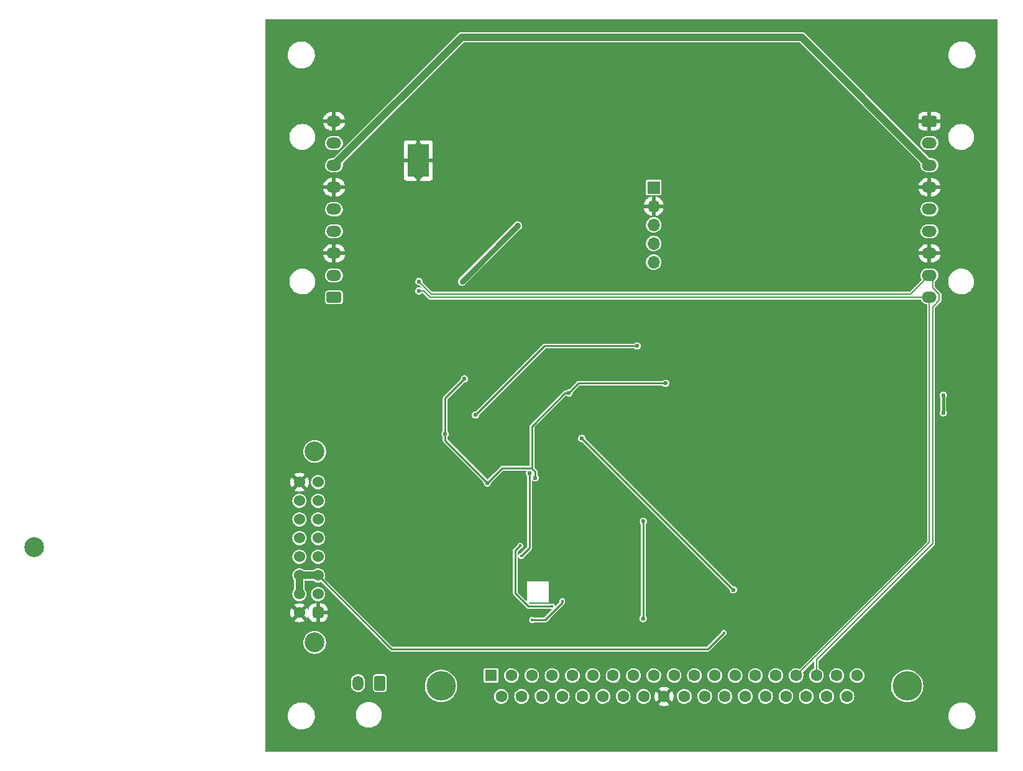
<source format=gbr>
%TF.GenerationSoftware,KiCad,Pcbnew,(6.0.2)*%
%TF.CreationDate,2022-03-24T13:41:09-04:00*%
%TF.ProjectId,MC_Telem,4d435f54-656c-4656-9d2e-6b696361645f,rev?*%
%TF.SameCoordinates,Original*%
%TF.FileFunction,Copper,L2,Bot*%
%TF.FilePolarity,Positive*%
%FSLAX46Y46*%
G04 Gerber Fmt 4.6, Leading zero omitted, Abs format (unit mm)*
G04 Created by KiCad (PCBNEW (6.0.2)) date 2022-03-24 13:41:09*
%MOMM*%
%LPD*%
G01*
G04 APERTURE LIST*
G04 Aperture macros list*
%AMRoundRect*
0 Rectangle with rounded corners*
0 $1 Rounding radius*
0 $2 $3 $4 $5 $6 $7 $8 $9 X,Y pos of 4 corners*
0 Add a 4 corners polygon primitive as box body*
4,1,4,$2,$3,$4,$5,$6,$7,$8,$9,$2,$3,0*
0 Add four circle primitives for the rounded corners*
1,1,$1+$1,$2,$3*
1,1,$1+$1,$4,$5*
1,1,$1+$1,$6,$7*
1,1,$1+$1,$8,$9*
0 Add four rect primitives between the rounded corners*
20,1,$1+$1,$2,$3,$4,$5,0*
20,1,$1+$1,$4,$5,$6,$7,0*
20,1,$1+$1,$6,$7,$8,$9,0*
20,1,$1+$1,$8,$9,$2,$3,0*%
G04 Aperture macros list end*
%TA.AperFunction,ComponentPad*%
%ADD10RoundRect,0.250001X0.759999X-0.499999X0.759999X0.499999X-0.759999X0.499999X-0.759999X-0.499999X0*%
%TD*%
%TA.AperFunction,ComponentPad*%
%ADD11O,2.020000X1.500000*%
%TD*%
%TA.AperFunction,ComponentPad*%
%ADD12RoundRect,0.250001X0.499999X0.759999X-0.499999X0.759999X-0.499999X-0.759999X0.499999X-0.759999X0*%
%TD*%
%TA.AperFunction,ComponentPad*%
%ADD13O,1.500000X2.020000*%
%TD*%
%TA.AperFunction,ComponentPad*%
%ADD14R,1.700000X1.700000*%
%TD*%
%TA.AperFunction,ComponentPad*%
%ADD15O,1.700000X1.700000*%
%TD*%
%TA.AperFunction,ComponentPad*%
%ADD16C,0.600000*%
%TD*%
%TA.AperFunction,SMDPad,CuDef*%
%ADD17R,2.950000X4.500000*%
%TD*%
%TA.AperFunction,WasherPad*%
%ADD18C,2.700000*%
%TD*%
%TA.AperFunction,ComponentPad*%
%ADD19RoundRect,0.381000X0.381000X-0.381000X0.381000X0.381000X-0.381000X0.381000X-0.381000X-0.381000X0*%
%TD*%
%TA.AperFunction,ComponentPad*%
%ADD20C,1.524000*%
%TD*%
%TA.AperFunction,ComponentPad*%
%ADD21RoundRect,0.250001X-0.759999X0.499999X-0.759999X-0.499999X0.759999X-0.499999X0.759999X0.499999X0*%
%TD*%
%TA.AperFunction,ComponentPad*%
%ADD22C,4.000000*%
%TD*%
%TA.AperFunction,ComponentPad*%
%ADD23R,1.600000X1.600000*%
%TD*%
%TA.AperFunction,ComponentPad*%
%ADD24C,1.600000*%
%TD*%
%TA.AperFunction,ViaPad*%
%ADD25C,0.800000*%
%TD*%
%TA.AperFunction,ViaPad*%
%ADD26C,0.600000*%
%TD*%
%TA.AperFunction,ViaPad*%
%ADD27C,0.400000*%
%TD*%
%TA.AperFunction,Conductor*%
%ADD28C,0.250000*%
%TD*%
%TA.AperFunction,Conductor*%
%ADD29C,1.000000*%
%TD*%
%TA.AperFunction,Conductor*%
%ADD30C,0.750000*%
%TD*%
%TA.AperFunction,Conductor*%
%ADD31C,0.400000*%
%TD*%
%TA.AperFunction,Conductor*%
%ADD32C,0.200000*%
%TD*%
G04 APERTURE END LIST*
D10*
%TO.P,J4,1,Pin_1*%
%TO.N,/CAN+*%
X84457000Y-98000000D03*
D11*
%TO.P,J4,2,Pin_2*%
%TO.N,/CAN-*%
X84457000Y-95000000D03*
%TO.P,J4,3,Pin_3*%
%TO.N,GND*%
X84457000Y-92000000D03*
%TO.P,J4,4,Pin_4*%
%TO.N,unconnected-(J4-Pad4)*%
X84457000Y-89000000D03*
%TO.P,J4,5,Pin_5*%
%TO.N,unconnected-(J4-Pad5)*%
X84457000Y-86000000D03*
%TO.P,J4,6,Pin_6*%
%TO.N,GND*%
X84457000Y-83000000D03*
%TO.P,J4,7,Pin_7*%
%TO.N,+12V*%
X84457000Y-80000000D03*
%TO.P,J4,8,Pin_8*%
%TO.N,unconnected-(J4-Pad8)*%
X84457000Y-77000000D03*
%TO.P,J4,9,Pin_9*%
%TO.N,GND*%
X84457000Y-74000000D03*
%TD*%
D12*
%TO.P,J8,1,Pin_1*%
%TO.N,/Main+*%
X90700000Y-150525000D03*
D13*
%TO.P,J8,2,Pin_2*%
%TO.N,/Main-*%
X87700000Y-150525000D03*
%TD*%
D14*
%TO.P,J9,1,Pin_1*%
%TO.N,+3V3*%
X128000000Y-83050000D03*
D15*
%TO.P,J9,2,Pin_2*%
%TO.N,GND*%
X128000000Y-85590000D03*
%TO.P,J9,3,Pin_3*%
%TO.N,/GPS_RxD*%
X128000000Y-88130000D03*
%TO.P,J9,4,Pin_4*%
%TO.N,/GPS_TxD*%
X128000000Y-90670000D03*
%TO.P,J9,5,Pin_5*%
%TO.N,/PPS*%
X128000000Y-93210000D03*
%TD*%
D16*
%TO.P,U5,9,GNDPAD*%
%TO.N,GND*%
X95332200Y-79965000D03*
X95332200Y-81165000D03*
X96532200Y-78665000D03*
X95332200Y-77565000D03*
X96532200Y-79965000D03*
D17*
X95932200Y-79365000D03*
D16*
X96532200Y-81165000D03*
X95332200Y-78665000D03*
X96532200Y-77565000D03*
%TD*%
D18*
%TO.P,U9,*%
%TO.N,*%
X81820000Y-118989800D03*
X81820000Y-144989800D03*
X43620000Y-131989800D03*
D19*
%TO.P,U9,1,GND*%
%TO.N,GND*%
X82280000Y-140949800D03*
D20*
%TO.P,U9,2,GND*%
X79740000Y-140949800D03*
%TO.P,U9,3,CTS*%
%TO.N,/CTS*%
X82280000Y-138409800D03*
%TO.P,U9,4,Vcc*%
%TO.N,+5V*%
X79740000Y-138409800D03*
%TO.P,U9,5,Vusb*%
X82280000Y-135869800D03*
%TO.P,U9,6,Vusb*%
X79740000Y-135869800D03*
%TO.P,U9,7,Rx*%
%TO.N,/RF_Rx*%
X82280000Y-133329800D03*
%TO.P,U9,8,GPIO5/P3.4*%
%TO.N,unconnected-(U9-Pad8)*%
X79740000Y-133329800D03*
%TO.P,U9,9,TX*%
%TO.N,/RF_Tx*%
X82280000Y-130789800D03*
%TO.P,U9,10,GPIO4/P3.3*%
%TO.N,unconnected-(U9-Pad10)*%
X79740000Y-130789800D03*
%TO.P,U9,11,RTS*%
%TO.N,/RTS*%
X82280000Y-128249800D03*
%TO.P,U9,12*%
%TO.N,N/C*%
X79740000Y-128249800D03*
%TO.P,U9,13,GPIO0/P1.0*%
%TO.N,unconnected-(U9-Pad13)*%
X82280000Y-125709800D03*
%TO.P,U9,14,GPIO1/P1.2*%
%TO.N,unconnected-(U9-Pad14)*%
X79740000Y-125709800D03*
%TO.P,U9,15,GPIO1/P1.1*%
%TO.N,unconnected-(U9-Pad15)*%
X82280000Y-123169800D03*
%TO.P,U9,16,GND*%
%TO.N,GND*%
X79740000Y-123169800D03*
%TD*%
D21*
%TO.P,J3,1,Pin_1*%
%TO.N,GND*%
X165570000Y-74000000D03*
D11*
%TO.P,J3,2,Pin_2*%
%TO.N,unconnected-(J3-Pad2)*%
X165570000Y-77000000D03*
%TO.P,J3,3,Pin_3*%
%TO.N,+12V*%
X165570000Y-80000000D03*
%TO.P,J3,4,Pin_4*%
%TO.N,GND*%
X165570000Y-83000000D03*
%TO.P,J3,5,Pin_5*%
%TO.N,unconnected-(J3-Pad5)*%
X165570000Y-86000000D03*
%TO.P,J3,6,Pin_6*%
%TO.N,unconnected-(J3-Pad6)*%
X165570000Y-89000000D03*
%TO.P,J3,7,Pin_7*%
%TO.N,GND*%
X165570000Y-92000000D03*
%TO.P,J3,8,Pin_8*%
%TO.N,/CAN-*%
X165570000Y-95000000D03*
%TO.P,J3,9,Pin_9*%
%TO.N,/CAN+*%
X165570000Y-98000000D03*
%TD*%
D22*
%TO.P,J7,0,PAD*%
%TO.N,unconnected-(J7-Pad0)*%
X162530000Y-150920000D03*
X99030000Y-150920000D03*
D23*
%TO.P,J7,1,1*%
%TO.N,/Main-*%
X105850000Y-149500000D03*
D24*
%TO.P,J7,2,2*%
%TO.N,/Accel*%
X108620000Y-149500000D03*
%TO.P,J7,3,3*%
%TO.N,/Accel+*%
X111390000Y-149500000D03*
%TO.P,J7,4,4*%
%TO.N,/Regen-*%
X114160000Y-149500000D03*
%TO.P,J7,5,5*%
%TO.N,/Eco+*%
X116930000Y-149500000D03*
%TO.P,J7,6,6*%
%TO.N,/Eco-*%
X119700000Y-149500000D03*
%TO.P,J7,7,7*%
%TO.N,/Rev+*%
X122470000Y-149500000D03*
%TO.P,J7,8,8*%
%TO.N,unconnected-(J7-Pad8)*%
X125240000Y-149500000D03*
%TO.P,J7,9,9*%
%TO.N,unconnected-(J7-Pad9)*%
X128010000Y-149500000D03*
%TO.P,J7,10,10*%
%TO.N,unconnected-(J7-Pad10)*%
X130780000Y-149500000D03*
%TO.P,J7,11,11*%
%TO.N,unconnected-(J7-Pad11)*%
X133550000Y-149500000D03*
%TO.P,J7,12,12*%
%TO.N,unconnected-(J7-Pad12)*%
X136320000Y-149500000D03*
%TO.P,J7,13,13*%
%TO.N,unconnected-(J7-Pad13)*%
X139090000Y-149500000D03*
%TO.P,J7,14,14*%
%TO.N,/Indicator-*%
X141860000Y-149500000D03*
%TO.P,J7,15,15*%
%TO.N,/Indicator+*%
X144630000Y-149500000D03*
%TO.P,J7,16,16*%
%TO.N,/CAN+*%
X147400000Y-149500000D03*
%TO.P,J7,17,17*%
%TO.N,/CAN-*%
X150170000Y-149500000D03*
%TO.P,J7,18,18*%
%TO.N,unconnected-(J7-Pad18)*%
X152940000Y-149500000D03*
%TO.P,J7,19,19*%
%TO.N,unconnected-(J7-Pad19)*%
X155710000Y-149500000D03*
%TO.P,J7,20,20*%
%TO.N,/Main+*%
X107235000Y-152340000D03*
%TO.P,J7,21,21*%
%TO.N,/Accel-*%
X110005000Y-152340000D03*
%TO.P,J7,22,22*%
%TO.N,/Regen*%
X112775000Y-152340000D03*
%TO.P,J7,23,23*%
%TO.N,/Regen+*%
X115545000Y-152340000D03*
%TO.P,J7,24,24*%
%TO.N,/Rev-*%
X118315000Y-152340000D03*
%TO.P,J7,25,25*%
%TO.N,unconnected-(J7-Pad25)*%
X121085000Y-152340000D03*
%TO.P,J7,26,26*%
%TO.N,unconnected-(J7-Pad26)*%
X123855000Y-152340000D03*
%TO.P,J7,27,27*%
%TO.N,unconnected-(J7-Pad27)*%
X126625000Y-152340000D03*
%TO.P,J7,28,28*%
%TO.N,GND*%
X129395000Y-152340000D03*
%TO.P,J7,29,29*%
%TO.N,unconnected-(J7-Pad29)*%
X132165000Y-152340000D03*
%TO.P,J7,30,30*%
%TO.N,unconnected-(J7-Pad30)*%
X134935000Y-152340000D03*
%TO.P,J7,31,31*%
%TO.N,unconnected-(J7-Pad31)*%
X137705000Y-152340000D03*
%TO.P,J7,32,32*%
%TO.N,unconnected-(J7-Pad32)*%
X140475000Y-152340000D03*
%TO.P,J7,33,33*%
%TO.N,unconnected-(J7-Pad33)*%
X143245000Y-152340000D03*
%TO.P,J7,34,34*%
%TO.N,unconnected-(J7-Pad34)*%
X146015000Y-152340000D03*
%TO.P,J7,35,35*%
%TO.N,unconnected-(J7-Pad35)*%
X148785000Y-152340000D03*
%TO.P,J7,36,36*%
%TO.N,unconnected-(J7-Pad36)*%
X151555000Y-152340000D03*
%TO.P,J7,37,37*%
%TO.N,unconnected-(J7-Pad37)*%
X154325000Y-152340000D03*
%TD*%
D25*
%TO.N,GND*%
X131850000Y-104600000D03*
D26*
X104850000Y-119050000D03*
X102300000Y-74850000D03*
X120350000Y-65250000D03*
D25*
X112175000Y-111525000D03*
D26*
X169250000Y-111100000D03*
D27*
X110250000Y-136175000D03*
D26*
X102750000Y-78500000D03*
X143179800Y-141859000D03*
X102300000Y-74150000D03*
X122550000Y-65250000D03*
X112500000Y-66250000D03*
D27*
X110475000Y-141925000D03*
D26*
X105550000Y-78500000D03*
X136677400Y-141884400D03*
X101250000Y-108100000D03*
D25*
X129600000Y-103100000D03*
D26*
X100350000Y-109100000D03*
X102300000Y-75550000D03*
X90550000Y-75550000D03*
X139852400Y-141884400D03*
X102300000Y-77650000D03*
X102300000Y-76950000D03*
X104150000Y-78500000D03*
X119550000Y-76850000D03*
X121700000Y-76850000D03*
X78650000Y-113300000D03*
X111150000Y-65350000D03*
D27*
X113900000Y-134725000D03*
D26*
X79500000Y-109400000D03*
X117900000Y-73100000D03*
X78450000Y-108300000D03*
X117900000Y-76450000D03*
D27*
X114150000Y-136175000D03*
D26*
X104850000Y-110500000D03*
X103450000Y-78500000D03*
D27*
X115550000Y-140325000D03*
D26*
X102300000Y-76250000D03*
X120600000Y-75650000D03*
X106250000Y-78500000D03*
X79750000Y-112100000D03*
X118600000Y-64900000D03*
X79500000Y-107200000D03*
X91700000Y-74400000D03*
X119600000Y-63850000D03*
X91700000Y-76650000D03*
X104850000Y-78500000D03*
X79750000Y-114450000D03*
X121450000Y-64250000D03*
X103950000Y-116500000D03*
%TO.N,+3V3*%
X105359200Y-123266200D03*
X111859200Y-122580400D03*
X102235000Y-109100000D03*
D27*
X111450000Y-141925000D03*
D26*
X116459000Y-111023400D03*
D27*
X115550000Y-139370000D03*
D26*
X99598200Y-116585980D03*
X129610400Y-109702600D03*
D27*
%TO.N,+5V*%
X137550000Y-143700000D03*
D26*
X101910000Y-95860000D03*
D25*
X109500000Y-88250000D03*
D26*
%TO.N,/NRST*%
X103733600Y-114020600D03*
X125730000Y-104622600D03*
%TO.N,/5v_USB*%
X167450000Y-111325000D03*
X167450000Y-113725000D03*
%TO.N,/CAN-*%
X96040000Y-95860000D03*
%TO.N,/CAN+*%
X96030000Y-97130000D03*
%TO.N,/SDA_IMU*%
X111099600Y-121920000D03*
D27*
X109977500Y-133222500D03*
D26*
%TO.N,/Regen_CS*%
X118200006Y-117200000D03*
X138861800Y-137820402D03*
D27*
%TO.N,/INT_IMU*%
X114150000Y-140075000D03*
X109831500Y-131800000D03*
D26*
%TO.N,/Rev_En*%
X126600000Y-128500000D03*
X126550000Y-141725400D03*
%TD*%
D28*
%TO.N,+3V3*%
X129610400Y-109702600D02*
X117779800Y-109702600D01*
X99598200Y-117505200D02*
X99598200Y-116585980D01*
X107330401Y-121294999D02*
X105359200Y-123266200D01*
X115550000Y-139575000D02*
X115550000Y-139370000D01*
X111859200Y-122580400D02*
X111859200Y-121754598D01*
X113200000Y-141925000D02*
X115550000Y-139575000D01*
X99598200Y-111736800D02*
X99598200Y-116585980D01*
X111450000Y-141925000D02*
X113200000Y-141925000D01*
X111399601Y-121294999D02*
X111399601Y-115574980D01*
X111399601Y-121294999D02*
X107330401Y-121294999D01*
X117779800Y-109702600D02*
X116459000Y-111023400D01*
X105359200Y-123266200D02*
X99598200Y-117505200D01*
X111399601Y-115574980D02*
X115951181Y-111023400D01*
X111859200Y-121754598D02*
X111399601Y-121294999D01*
X115951181Y-111023400D02*
X116459000Y-111023400D01*
X102235000Y-109100000D02*
X99598200Y-111736800D01*
D29*
%TO.N,+12V*%
X101850000Y-62575000D02*
X148150000Y-62575000D01*
X84457000Y-79968000D02*
X101850000Y-62575000D01*
X148150000Y-62575000D02*
X165570000Y-79995000D01*
%TO.N,+5V*%
X79740000Y-135869800D02*
X82280000Y-135869800D01*
X79740000Y-138409800D02*
X79740000Y-135869800D01*
D28*
X101910000Y-95860000D02*
X101910000Y-95840000D01*
X137550000Y-143700000D02*
X135375000Y-145875000D01*
X92285200Y-145875000D02*
X82280000Y-135869800D01*
D30*
X101910000Y-95840000D02*
X109500000Y-88250000D01*
D28*
X135375000Y-145875000D02*
X92285200Y-145875000D01*
%TO.N,/NRST*%
X113131600Y-104622600D02*
X103733600Y-114020600D01*
X125730000Y-104622600D02*
X113131600Y-104622600D01*
D31*
%TO.N,/5v_USB*%
X167450000Y-111325000D02*
X167450000Y-113725000D01*
D32*
%TO.N,/CAN-*%
X150170000Y-147366397D02*
X166020000Y-131516397D01*
X166880010Y-98434928D02*
X166880010Y-97565072D01*
X166020000Y-131516397D02*
X166020000Y-99294938D01*
X163020000Y-97550000D02*
X97730000Y-97550000D01*
X166020000Y-99294938D02*
X166880010Y-98434928D01*
X165570000Y-95000000D02*
X163020000Y-97550000D01*
X166880010Y-97565072D02*
X166020000Y-96705062D01*
X97730000Y-97550000D02*
X96040000Y-95860000D01*
X150170000Y-149500000D02*
X150170000Y-147366397D01*
X166020000Y-96705062D02*
X166020000Y-95450000D01*
%TO.N,/CAN+*%
X97543603Y-98000000D02*
X96673603Y-97130000D01*
X96673603Y-97130000D02*
X96030000Y-97130000D01*
X165570000Y-131330000D02*
X165570000Y-98450000D01*
X165570000Y-98000000D02*
X97543603Y-98000000D01*
X147400000Y-149500000D02*
X165570000Y-131330000D01*
D28*
%TO.N,/SDA_IMU*%
X109977500Y-133222500D02*
X111099600Y-132100400D01*
X111099600Y-132100400D02*
X111099600Y-121920000D01*
%TO.N,/Regen_CS*%
X118241398Y-117200000D02*
X118200006Y-117200000D01*
X138861800Y-137820402D02*
X118241398Y-117200000D01*
%TO.N,/INT_IMU*%
X110950000Y-140075000D02*
X114150000Y-140075000D01*
X109150000Y-132481500D02*
X109150000Y-138275000D01*
X109150000Y-138275000D02*
X110950000Y-140075000D01*
X109831500Y-131800000D02*
X109150000Y-132481500D01*
%TO.N,/Rev_En*%
X126600000Y-128500000D02*
X126600000Y-141675400D01*
X126600000Y-141675400D02*
X126550000Y-141725400D01*
%TD*%
%TA.AperFunction,Conductor*%
%TO.N,GND*%
G36*
X174854694Y-60145306D02*
G01*
X174873000Y-60189500D01*
X174873000Y-159810500D01*
X174854694Y-159854694D01*
X174810500Y-159873000D01*
X75189500Y-159873000D01*
X75145306Y-159854694D01*
X75127000Y-159810500D01*
X75127000Y-155042095D01*
X78145028Y-155042095D01*
X78170534Y-155309431D01*
X78234364Y-155570285D01*
X78235210Y-155572373D01*
X78235212Y-155572380D01*
X78301460Y-155735937D01*
X78335182Y-155819192D01*
X78470875Y-156050938D01*
X78638601Y-156260669D01*
X78640255Y-156262214D01*
X78833185Y-156442440D01*
X78833190Y-156442444D01*
X78834846Y-156443991D01*
X79055499Y-156597064D01*
X79295938Y-156716680D01*
X79298092Y-156717386D01*
X79298099Y-156717389D01*
X79484851Y-156778609D01*
X79551126Y-156800335D01*
X79553345Y-156800720D01*
X79553348Y-156800721D01*
X79813833Y-156845949D01*
X79813835Y-156845949D01*
X79815717Y-156846276D01*
X79900567Y-156850500D01*
X80068223Y-156850500D01*
X80069350Y-156850418D01*
X80069356Y-156850418D01*
X80265587Y-156836180D01*
X80265588Y-156836180D01*
X80267846Y-156836016D01*
X80530080Y-156778120D01*
X80532198Y-156777318D01*
X80532200Y-156777317D01*
X80779094Y-156683777D01*
X80779093Y-156683777D01*
X80781211Y-156682975D01*
X80783188Y-156681877D01*
X80783192Y-156681875D01*
X80898593Y-156617775D01*
X81015976Y-156552574D01*
X81229458Y-156389650D01*
X81341235Y-156275307D01*
X81415604Y-156199232D01*
X81415608Y-156199227D01*
X81417185Y-156197614D01*
X81575225Y-155980491D01*
X81590531Y-155951400D01*
X81699210Y-155744833D01*
X81700265Y-155742828D01*
X81789688Y-155489603D01*
X81841620Y-155226122D01*
X81854972Y-154957905D01*
X81854424Y-154952165D01*
X87447866Y-154952165D01*
X87448178Y-154954455D01*
X87448178Y-154954460D01*
X87482639Y-155207671D01*
X87482952Y-155209970D01*
X87555758Y-155459757D01*
X87556725Y-155461854D01*
X87556727Y-155461860D01*
X87606712Y-155570285D01*
X87664686Y-155696039D01*
X87807341Y-155913625D01*
X87808879Y-155915348D01*
X87929898Y-156050938D01*
X87980591Y-156107735D01*
X87982367Y-156109212D01*
X87982371Y-156109216D01*
X88090604Y-156199232D01*
X88180629Y-156274105D01*
X88182604Y-156275304D01*
X88182609Y-156275307D01*
X88221414Y-156298854D01*
X88403061Y-156409080D01*
X88405194Y-156409974D01*
X88405197Y-156409976D01*
X88640865Y-156508800D01*
X88640873Y-156508803D01*
X88643001Y-156509695D01*
X88645244Y-156510265D01*
X88645248Y-156510266D01*
X88892928Y-156573168D01*
X88892930Y-156573168D01*
X88895177Y-156573739D01*
X88953013Y-156579563D01*
X89109724Y-156595343D01*
X89109730Y-156595343D01*
X89111286Y-156595500D01*
X89266044Y-156595500D01*
X89267200Y-156595414D01*
X89267203Y-156595414D01*
X89369433Y-156587817D01*
X89459466Y-156581126D01*
X89713232Y-156523705D01*
X89955723Y-156429405D01*
X90181612Y-156300299D01*
X90229923Y-156262214D01*
X90384111Y-156140662D01*
X90384113Y-156140660D01*
X90385936Y-156139223D01*
X90564208Y-155949714D01*
X90712511Y-155735937D01*
X90827586Y-155502587D01*
X90906906Y-155254792D01*
X90911213Y-155228349D01*
X90914580Y-155207671D01*
X90941546Y-155042095D01*
X168145028Y-155042095D01*
X168170534Y-155309431D01*
X168234364Y-155570285D01*
X168235210Y-155572373D01*
X168235212Y-155572380D01*
X168301460Y-155735937D01*
X168335182Y-155819192D01*
X168470875Y-156050938D01*
X168638601Y-156260669D01*
X168640255Y-156262214D01*
X168833185Y-156442440D01*
X168833190Y-156442444D01*
X168834846Y-156443991D01*
X169055499Y-156597064D01*
X169295938Y-156716680D01*
X169298092Y-156717386D01*
X169298099Y-156717389D01*
X169484851Y-156778609D01*
X169551126Y-156800335D01*
X169553345Y-156800720D01*
X169553348Y-156800721D01*
X169813833Y-156845949D01*
X169813835Y-156845949D01*
X169815717Y-156846276D01*
X169900567Y-156850500D01*
X170068223Y-156850500D01*
X170069350Y-156850418D01*
X170069356Y-156850418D01*
X170265587Y-156836180D01*
X170265588Y-156836180D01*
X170267846Y-156836016D01*
X170530080Y-156778120D01*
X170532198Y-156777318D01*
X170532200Y-156777317D01*
X170779094Y-156683777D01*
X170779093Y-156683777D01*
X170781211Y-156682975D01*
X170783188Y-156681877D01*
X170783192Y-156681875D01*
X170898593Y-156617775D01*
X171015976Y-156552574D01*
X171229458Y-156389650D01*
X171341235Y-156275307D01*
X171415604Y-156199232D01*
X171415608Y-156199227D01*
X171417185Y-156197614D01*
X171575225Y-155980491D01*
X171590531Y-155951400D01*
X171699210Y-155744833D01*
X171700265Y-155742828D01*
X171789688Y-155489603D01*
X171841620Y-155226122D01*
X171854972Y-154957905D01*
X171829466Y-154690569D01*
X171765636Y-154429715D01*
X171764790Y-154427627D01*
X171764788Y-154427620D01*
X171665664Y-154182897D01*
X171664818Y-154180808D01*
X171529125Y-153949062D01*
X171361399Y-153739331D01*
X171193261Y-153582265D01*
X171166815Y-153557560D01*
X171166810Y-153557556D01*
X171165154Y-153556009D01*
X170944501Y-153402936D01*
X170704062Y-153283320D01*
X170701908Y-153282614D01*
X170701901Y-153282611D01*
X170509031Y-153219386D01*
X170448874Y-153199665D01*
X170446655Y-153199280D01*
X170446652Y-153199279D01*
X170186167Y-153154051D01*
X170186165Y-153154051D01*
X170184283Y-153153724D01*
X170099433Y-153149500D01*
X169931777Y-153149500D01*
X169930650Y-153149582D01*
X169930644Y-153149582D01*
X169734413Y-153163820D01*
X169734412Y-153163820D01*
X169732154Y-153163984D01*
X169469920Y-153221880D01*
X169467802Y-153222682D01*
X169467800Y-153222683D01*
X169310911Y-153282123D01*
X169218789Y-153317025D01*
X169216812Y-153318123D01*
X169216808Y-153318125D01*
X169168628Y-153344887D01*
X168984024Y-153447426D01*
X168770542Y-153610350D01*
X168748120Y-153633287D01*
X168584396Y-153800768D01*
X168584392Y-153800773D01*
X168582815Y-153802386D01*
X168424775Y-154019509D01*
X168299735Y-154257172D01*
X168210312Y-154510397D01*
X168158380Y-154773878D01*
X168145028Y-155042095D01*
X90941546Y-155042095D01*
X90948728Y-154997994D01*
X90950665Y-154850041D01*
X90952104Y-154740148D01*
X90952104Y-154740144D01*
X90952134Y-154737835D01*
X90945702Y-154690569D01*
X90917361Y-154482329D01*
X90917361Y-154482327D01*
X90917048Y-154480030D01*
X90844242Y-154230243D01*
X90843275Y-154228146D01*
X90843273Y-154228140D01*
X90736288Y-153996073D01*
X90736286Y-153996069D01*
X90735314Y-153993961D01*
X90592659Y-153776375D01*
X90548483Y-153726880D01*
X90420950Y-153583991D01*
X90420946Y-153583988D01*
X90419409Y-153582265D01*
X90417633Y-153580788D01*
X90417629Y-153580784D01*
X90280018Y-153466335D01*
X90232842Y-153427099D01*
X128672260Y-153427099D01*
X128674364Y-153432178D01*
X128736270Y-153475525D01*
X128740973Y-153478240D01*
X128943456Y-153572660D01*
X128948566Y-153574520D01*
X129164365Y-153632343D01*
X129169719Y-153633287D01*
X129392280Y-153652758D01*
X129397720Y-153652758D01*
X129620281Y-153633287D01*
X129625635Y-153632343D01*
X129841434Y-153574520D01*
X129846544Y-153572660D01*
X130049027Y-153478240D01*
X130053730Y-153475525D01*
X130112706Y-153434229D01*
X130117818Y-153426205D01*
X130116629Y-153420839D01*
X129403790Y-152708000D01*
X129395000Y-152704359D01*
X129386210Y-152708000D01*
X128675901Y-153418309D01*
X128672260Y-153427099D01*
X90232842Y-153427099D01*
X90219371Y-153415895D01*
X90217396Y-153414696D01*
X90217391Y-153414693D01*
X90056438Y-153317025D01*
X89996939Y-153280920D01*
X89994806Y-153280026D01*
X89994803Y-153280024D01*
X89759135Y-153181200D01*
X89759127Y-153181197D01*
X89756999Y-153180305D01*
X89754756Y-153179735D01*
X89754752Y-153179734D01*
X89507072Y-153116832D01*
X89507070Y-153116832D01*
X89504823Y-153116261D01*
X89431463Y-153108874D01*
X89290276Y-153094657D01*
X89290270Y-153094657D01*
X89288714Y-153094500D01*
X89133956Y-153094500D01*
X89132800Y-153094586D01*
X89132797Y-153094586D01*
X89030567Y-153102183D01*
X88940534Y-153108874D01*
X88686768Y-153166295D01*
X88444277Y-153260595D01*
X88218388Y-153389701D01*
X88216555Y-153391146D01*
X88146560Y-153446326D01*
X88014064Y-153550777D01*
X87835792Y-153740286D01*
X87834475Y-153742185D01*
X87834473Y-153742187D01*
X87791441Y-153804217D01*
X87687489Y-153954063D01*
X87572414Y-154187413D01*
X87493094Y-154435208D01*
X87451272Y-154692006D01*
X87447866Y-154952165D01*
X81854424Y-154952165D01*
X81829466Y-154690569D01*
X81765636Y-154429715D01*
X81764790Y-154427627D01*
X81764788Y-154427620D01*
X81665664Y-154182897D01*
X81664818Y-154180808D01*
X81529125Y-153949062D01*
X81361399Y-153739331D01*
X81193261Y-153582265D01*
X81166815Y-153557560D01*
X81166810Y-153557556D01*
X81165154Y-153556009D01*
X80944501Y-153402936D01*
X80704062Y-153283320D01*
X80701908Y-153282614D01*
X80701901Y-153282611D01*
X80509031Y-153219386D01*
X80448874Y-153199665D01*
X80446655Y-153199280D01*
X80446652Y-153199279D01*
X80186167Y-153154051D01*
X80186165Y-153154051D01*
X80184283Y-153153724D01*
X80099433Y-153149500D01*
X79931777Y-153149500D01*
X79930650Y-153149582D01*
X79930644Y-153149582D01*
X79734413Y-153163820D01*
X79734412Y-153163820D01*
X79732154Y-153163984D01*
X79469920Y-153221880D01*
X79467802Y-153222682D01*
X79467800Y-153222683D01*
X79310911Y-153282123D01*
X79218789Y-153317025D01*
X79216812Y-153318123D01*
X79216808Y-153318125D01*
X79168628Y-153344887D01*
X78984024Y-153447426D01*
X78770542Y-153610350D01*
X78748120Y-153633287D01*
X78584396Y-153800768D01*
X78584392Y-153800773D01*
X78582815Y-153802386D01*
X78424775Y-154019509D01*
X78299735Y-154257172D01*
X78210312Y-154510397D01*
X78158380Y-154773878D01*
X78145028Y-155042095D01*
X75127000Y-155042095D01*
X75127000Y-150833259D01*
X86749500Y-150833259D01*
X86764112Y-150977110D01*
X86765056Y-150980123D01*
X86765057Y-150980127D01*
X86793469Y-151070789D01*
X86821856Y-151161373D01*
X86848723Y-151209843D01*
X86871594Y-151251102D01*
X86915472Y-151330261D01*
X87041136Y-151476875D01*
X87193714Y-151595227D01*
X87196555Y-151596625D01*
X87364130Y-151679082D01*
X87364133Y-151679083D01*
X87366974Y-151680481D01*
X87553837Y-151729155D01*
X87746671Y-151739261D01*
X87749797Y-151738788D01*
X87749801Y-151738788D01*
X87934467Y-151710860D01*
X87934470Y-151710859D01*
X87937599Y-151710386D01*
X88118821Y-151643710D01*
X88282934Y-151541955D01*
X88285230Y-151539784D01*
X88285235Y-151539780D01*
X88420933Y-151411456D01*
X88420934Y-151411455D01*
X88423235Y-151409279D01*
X88528348Y-151259161D01*
X88532175Y-151253696D01*
X88532176Y-151253694D01*
X88533991Y-151251102D01*
X88610680Y-151073885D01*
X88650168Y-150884867D01*
X88650500Y-150878532D01*
X88650500Y-150216741D01*
X88635888Y-150072890D01*
X88578144Y-149888627D01*
X88530016Y-149801801D01*
X88486061Y-149722504D01*
X88486059Y-149722502D01*
X88484528Y-149719739D01*
X88477181Y-149711167D01*
X89749500Y-149711167D01*
X89749501Y-151338832D01*
X89752481Y-151370368D01*
X89797366Y-151498183D01*
X89877850Y-151607150D01*
X89986817Y-151687634D01*
X90114632Y-151732519D01*
X90131059Y-151734072D01*
X90144703Y-151735362D01*
X90144711Y-151735362D01*
X90146167Y-151735500D01*
X90699812Y-151735500D01*
X91253832Y-151735499D01*
X91285368Y-151732519D01*
X91413183Y-151687634D01*
X91522150Y-151607150D01*
X91602634Y-151498183D01*
X91647519Y-151370368D01*
X91649237Y-151352190D01*
X91650362Y-151340297D01*
X91650362Y-151340289D01*
X91650500Y-151338833D01*
X91650500Y-150920000D01*
X96824778Y-150920000D01*
X96824912Y-150922044D01*
X96843424Y-151204475D01*
X96843644Y-151207839D01*
X96899919Y-151490753D01*
X96900574Y-151492684D01*
X96900575Y-151492686D01*
X96984116Y-151738788D01*
X96992641Y-151763902D01*
X97120222Y-152022611D01*
X97121350Y-152024300D01*
X97121354Y-152024306D01*
X97279345Y-152260756D01*
X97280480Y-152262454D01*
X97470673Y-152479327D01*
X97687546Y-152669520D01*
X97689240Y-152670652D01*
X97689244Y-152670655D01*
X97925694Y-152828646D01*
X97925700Y-152828650D01*
X97927389Y-152829778D01*
X98186098Y-152957359D01*
X98188029Y-152958014D01*
X98188035Y-152958017D01*
X98430586Y-153040352D01*
X98459247Y-153050081D01*
X98742161Y-153106356D01*
X98744195Y-153106489D01*
X98744200Y-153106490D01*
X99027956Y-153125088D01*
X99030000Y-153125222D01*
X99032044Y-153125088D01*
X99315800Y-153106490D01*
X99315805Y-153106489D01*
X99317839Y-153106356D01*
X99600753Y-153050081D01*
X99629414Y-153040352D01*
X99871965Y-152958017D01*
X99871971Y-152958014D01*
X99873902Y-152957359D01*
X100132611Y-152829778D01*
X100134300Y-152828650D01*
X100134306Y-152828646D01*
X100370756Y-152670655D01*
X100370760Y-152670652D01*
X100372454Y-152669520D01*
X100589327Y-152479327D01*
X100723824Y-152325963D01*
X106229757Y-152325963D01*
X106246175Y-152521483D01*
X106300258Y-152710091D01*
X106389944Y-152884601D01*
X106391835Y-152886987D01*
X106391837Y-152886990D01*
X106446895Y-152956456D01*
X106511818Y-153038369D01*
X106661238Y-153165535D01*
X106832513Y-153261257D01*
X106835417Y-153262201D01*
X106835418Y-153262201D01*
X107016205Y-153320943D01*
X107016210Y-153320944D01*
X107019118Y-153321889D01*
X107213946Y-153345121D01*
X107216988Y-153344887D01*
X107216991Y-153344887D01*
X107406528Y-153330303D01*
X107406533Y-153330302D01*
X107409576Y-153330068D01*
X107437569Y-153322252D01*
X107595617Y-153278124D01*
X107595621Y-153278123D01*
X107598556Y-153277303D01*
X107773689Y-153188837D01*
X107776087Y-153186964D01*
X107776091Y-153186961D01*
X107865852Y-153116832D01*
X107928303Y-153068040D01*
X107930300Y-153065727D01*
X108054515Y-152921822D01*
X108054519Y-152921817D01*
X108056509Y-152919511D01*
X108077880Y-152881892D01*
X108151914Y-152751570D01*
X108151916Y-152751565D01*
X108153425Y-152748909D01*
X108215358Y-152562732D01*
X108220954Y-152518440D01*
X108239729Y-152369813D01*
X108239729Y-152369812D01*
X108239949Y-152368071D01*
X108240341Y-152340000D01*
X108240075Y-152337280D01*
X108238965Y-152325963D01*
X108999757Y-152325963D01*
X109016175Y-152521483D01*
X109070258Y-152710091D01*
X109159944Y-152884601D01*
X109161835Y-152886987D01*
X109161837Y-152886990D01*
X109216895Y-152956456D01*
X109281818Y-153038369D01*
X109431238Y-153165535D01*
X109602513Y-153261257D01*
X109605417Y-153262201D01*
X109605418Y-153262201D01*
X109786205Y-153320943D01*
X109786210Y-153320944D01*
X109789118Y-153321889D01*
X109983946Y-153345121D01*
X109986988Y-153344887D01*
X109986991Y-153344887D01*
X110176528Y-153330303D01*
X110176533Y-153330302D01*
X110179576Y-153330068D01*
X110207569Y-153322252D01*
X110365617Y-153278124D01*
X110365621Y-153278123D01*
X110368556Y-153277303D01*
X110543689Y-153188837D01*
X110546087Y-153186964D01*
X110546091Y-153186961D01*
X110635852Y-153116832D01*
X110698303Y-153068040D01*
X110700300Y-153065727D01*
X110824515Y-152921822D01*
X110824519Y-152921817D01*
X110826509Y-152919511D01*
X110847880Y-152881892D01*
X110921914Y-152751570D01*
X110921916Y-152751565D01*
X110923425Y-152748909D01*
X110985358Y-152562732D01*
X110990954Y-152518440D01*
X111009729Y-152369813D01*
X111009729Y-152369812D01*
X111009949Y-152368071D01*
X111010341Y-152340000D01*
X111010075Y-152337280D01*
X111008965Y-152325963D01*
X111769757Y-152325963D01*
X111786175Y-152521483D01*
X111840258Y-152710091D01*
X111929944Y-152884601D01*
X111931835Y-152886987D01*
X111931837Y-152886990D01*
X111986895Y-152956456D01*
X112051818Y-153038369D01*
X112201238Y-153165535D01*
X112372513Y-153261257D01*
X112375417Y-153262201D01*
X112375418Y-153262201D01*
X112556205Y-153320943D01*
X112556210Y-153320944D01*
X112559118Y-153321889D01*
X112753946Y-153345121D01*
X112756988Y-153344887D01*
X112756991Y-153344887D01*
X112946528Y-153330303D01*
X112946533Y-153330302D01*
X112949576Y-153330068D01*
X112977569Y-153322252D01*
X113135617Y-153278124D01*
X113135621Y-153278123D01*
X113138556Y-153277303D01*
X113313689Y-153188837D01*
X113316087Y-153186964D01*
X113316091Y-153186961D01*
X113405852Y-153116832D01*
X113468303Y-153068040D01*
X113470300Y-153065727D01*
X113594515Y-152921822D01*
X113594519Y-152921817D01*
X113596509Y-152919511D01*
X113617880Y-152881892D01*
X113691914Y-152751570D01*
X113691916Y-152751565D01*
X113693425Y-152748909D01*
X113755358Y-152562732D01*
X113760954Y-152518440D01*
X113779729Y-152369813D01*
X113779729Y-152369812D01*
X113779949Y-152368071D01*
X113780341Y-152340000D01*
X113780075Y-152337280D01*
X113778965Y-152325963D01*
X114539757Y-152325963D01*
X114556175Y-152521483D01*
X114610258Y-152710091D01*
X114699944Y-152884601D01*
X114701835Y-152886987D01*
X114701837Y-152886990D01*
X114756895Y-152956456D01*
X114821818Y-153038369D01*
X114971238Y-153165535D01*
X115142513Y-153261257D01*
X115145417Y-153262201D01*
X115145418Y-153262201D01*
X115326205Y-153320943D01*
X115326210Y-153320944D01*
X115329118Y-153321889D01*
X115523946Y-153345121D01*
X115526988Y-153344887D01*
X115526991Y-153344887D01*
X115716528Y-153330303D01*
X115716533Y-153330302D01*
X115719576Y-153330068D01*
X115747569Y-153322252D01*
X115905617Y-153278124D01*
X115905621Y-153278123D01*
X115908556Y-153277303D01*
X116083689Y-153188837D01*
X116086087Y-153186964D01*
X116086091Y-153186961D01*
X116175852Y-153116832D01*
X116238303Y-153068040D01*
X116240300Y-153065727D01*
X116364515Y-152921822D01*
X116364519Y-152921817D01*
X116366509Y-152919511D01*
X116387880Y-152881892D01*
X116461914Y-152751570D01*
X116461916Y-152751565D01*
X116463425Y-152748909D01*
X116525358Y-152562732D01*
X116530954Y-152518440D01*
X116549729Y-152369813D01*
X116549729Y-152369812D01*
X116549949Y-152368071D01*
X116550341Y-152340000D01*
X116550075Y-152337280D01*
X116548965Y-152325963D01*
X117309757Y-152325963D01*
X117326175Y-152521483D01*
X117380258Y-152710091D01*
X117469944Y-152884601D01*
X117471835Y-152886987D01*
X117471837Y-152886990D01*
X117526895Y-152956456D01*
X117591818Y-153038369D01*
X117741238Y-153165535D01*
X117912513Y-153261257D01*
X117915417Y-153262201D01*
X117915418Y-153262201D01*
X118096205Y-153320943D01*
X118096210Y-153320944D01*
X118099118Y-153321889D01*
X118293946Y-153345121D01*
X118296988Y-153344887D01*
X118296991Y-153344887D01*
X118486528Y-153330303D01*
X118486533Y-153330302D01*
X118489576Y-153330068D01*
X118517569Y-153322252D01*
X118675617Y-153278124D01*
X118675621Y-153278123D01*
X118678556Y-153277303D01*
X118853689Y-153188837D01*
X118856087Y-153186964D01*
X118856091Y-153186961D01*
X118945852Y-153116832D01*
X119008303Y-153068040D01*
X119010300Y-153065727D01*
X119134515Y-152921822D01*
X119134519Y-152921817D01*
X119136509Y-152919511D01*
X119157880Y-152881892D01*
X119231914Y-152751570D01*
X119231916Y-152751565D01*
X119233425Y-152748909D01*
X119295358Y-152562732D01*
X119300954Y-152518440D01*
X119319729Y-152369813D01*
X119319729Y-152369812D01*
X119319949Y-152368071D01*
X119320341Y-152340000D01*
X119320075Y-152337280D01*
X119318965Y-152325963D01*
X120079757Y-152325963D01*
X120096175Y-152521483D01*
X120150258Y-152710091D01*
X120239944Y-152884601D01*
X120241835Y-152886987D01*
X120241837Y-152886990D01*
X120296895Y-152956456D01*
X120361818Y-153038369D01*
X120511238Y-153165535D01*
X120682513Y-153261257D01*
X120685417Y-153262201D01*
X120685418Y-153262201D01*
X120866205Y-153320943D01*
X120866210Y-153320944D01*
X120869118Y-153321889D01*
X121063946Y-153345121D01*
X121066988Y-153344887D01*
X121066991Y-153344887D01*
X121256528Y-153330303D01*
X121256533Y-153330302D01*
X121259576Y-153330068D01*
X121287569Y-153322252D01*
X121445617Y-153278124D01*
X121445621Y-153278123D01*
X121448556Y-153277303D01*
X121623689Y-153188837D01*
X121626087Y-153186964D01*
X121626091Y-153186961D01*
X121715852Y-153116832D01*
X121778303Y-153068040D01*
X121780300Y-153065727D01*
X121904515Y-152921822D01*
X121904519Y-152921817D01*
X121906509Y-152919511D01*
X121927880Y-152881892D01*
X122001914Y-152751570D01*
X122001916Y-152751565D01*
X122003425Y-152748909D01*
X122065358Y-152562732D01*
X122070954Y-152518440D01*
X122089729Y-152369813D01*
X122089729Y-152369812D01*
X122089949Y-152368071D01*
X122090341Y-152340000D01*
X122090075Y-152337280D01*
X122088965Y-152325963D01*
X122849757Y-152325963D01*
X122866175Y-152521483D01*
X122920258Y-152710091D01*
X123009944Y-152884601D01*
X123011835Y-152886987D01*
X123011837Y-152886990D01*
X123066895Y-152956456D01*
X123131818Y-153038369D01*
X123281238Y-153165535D01*
X123452513Y-153261257D01*
X123455417Y-153262201D01*
X123455418Y-153262201D01*
X123636205Y-153320943D01*
X123636210Y-153320944D01*
X123639118Y-153321889D01*
X123833946Y-153345121D01*
X123836988Y-153344887D01*
X123836991Y-153344887D01*
X124026528Y-153330303D01*
X124026533Y-153330302D01*
X124029576Y-153330068D01*
X124057569Y-153322252D01*
X124215617Y-153278124D01*
X124215621Y-153278123D01*
X124218556Y-153277303D01*
X124393689Y-153188837D01*
X124396087Y-153186964D01*
X124396091Y-153186961D01*
X124485852Y-153116832D01*
X124548303Y-153068040D01*
X124550300Y-153065727D01*
X124674515Y-152921822D01*
X124674519Y-152921817D01*
X124676509Y-152919511D01*
X124697880Y-152881892D01*
X124771914Y-152751570D01*
X124771916Y-152751565D01*
X124773425Y-152748909D01*
X124835358Y-152562732D01*
X124840954Y-152518440D01*
X124859729Y-152369813D01*
X124859729Y-152369812D01*
X124859949Y-152368071D01*
X124860341Y-152340000D01*
X124860075Y-152337280D01*
X124858965Y-152325963D01*
X125619757Y-152325963D01*
X125636175Y-152521483D01*
X125690258Y-152710091D01*
X125779944Y-152884601D01*
X125781835Y-152886987D01*
X125781837Y-152886990D01*
X125836895Y-152956456D01*
X125901818Y-153038369D01*
X126051238Y-153165535D01*
X126222513Y-153261257D01*
X126225417Y-153262201D01*
X126225418Y-153262201D01*
X126406205Y-153320943D01*
X126406210Y-153320944D01*
X126409118Y-153321889D01*
X126603946Y-153345121D01*
X126606988Y-153344887D01*
X126606991Y-153344887D01*
X126796528Y-153330303D01*
X126796533Y-153330302D01*
X126799576Y-153330068D01*
X126827569Y-153322252D01*
X126985617Y-153278124D01*
X126985621Y-153278123D01*
X126988556Y-153277303D01*
X127163689Y-153188837D01*
X127166087Y-153186964D01*
X127166091Y-153186961D01*
X127255852Y-153116832D01*
X127318303Y-153068040D01*
X127320300Y-153065727D01*
X127444515Y-152921822D01*
X127444519Y-152921817D01*
X127446509Y-152919511D01*
X127467880Y-152881892D01*
X127541914Y-152751570D01*
X127541916Y-152751565D01*
X127543425Y-152748909D01*
X127605358Y-152562732D01*
X127610954Y-152518440D01*
X127629729Y-152369813D01*
X127629729Y-152369812D01*
X127629949Y-152368071D01*
X127630303Y-152342720D01*
X128082242Y-152342720D01*
X128101713Y-152565281D01*
X128102657Y-152570635D01*
X128160480Y-152786434D01*
X128162340Y-152791544D01*
X128256760Y-152994027D01*
X128259475Y-152998730D01*
X128300771Y-153057706D01*
X128308795Y-153062818D01*
X128314161Y-153061629D01*
X129027000Y-152348790D01*
X129030641Y-152340000D01*
X129759359Y-152340000D01*
X129763000Y-152348790D01*
X130473309Y-153059099D01*
X130482099Y-153062740D01*
X130487178Y-153060636D01*
X130530525Y-152998730D01*
X130533240Y-152994027D01*
X130627660Y-152791544D01*
X130629520Y-152786434D01*
X130687343Y-152570635D01*
X130688287Y-152565281D01*
X130707758Y-152342720D01*
X130707758Y-152337280D01*
X130706768Y-152325963D01*
X131159757Y-152325963D01*
X131176175Y-152521483D01*
X131230258Y-152710091D01*
X131319944Y-152884601D01*
X131321835Y-152886987D01*
X131321837Y-152886990D01*
X131376895Y-152956456D01*
X131441818Y-153038369D01*
X131591238Y-153165535D01*
X131762513Y-153261257D01*
X131765417Y-153262201D01*
X131765418Y-153262201D01*
X131946205Y-153320943D01*
X131946210Y-153320944D01*
X131949118Y-153321889D01*
X132143946Y-153345121D01*
X132146988Y-153344887D01*
X132146991Y-153344887D01*
X132336528Y-153330303D01*
X132336533Y-153330302D01*
X132339576Y-153330068D01*
X132367569Y-153322252D01*
X132525617Y-153278124D01*
X132525621Y-153278123D01*
X132528556Y-153277303D01*
X132703689Y-153188837D01*
X132706087Y-153186964D01*
X132706091Y-153186961D01*
X132795852Y-153116832D01*
X132858303Y-153068040D01*
X132860300Y-153065727D01*
X132984515Y-152921822D01*
X132984519Y-152921817D01*
X132986509Y-152919511D01*
X133007880Y-152881892D01*
X133081914Y-152751570D01*
X133081916Y-152751565D01*
X133083425Y-152748909D01*
X133145358Y-152562732D01*
X133150954Y-152518440D01*
X133169729Y-152369813D01*
X133169729Y-152369812D01*
X133169949Y-152368071D01*
X133170341Y-152340000D01*
X133170075Y-152337280D01*
X133168965Y-152325963D01*
X133929757Y-152325963D01*
X133946175Y-152521483D01*
X134000258Y-152710091D01*
X134089944Y-152884601D01*
X134091835Y-152886987D01*
X134091837Y-152886990D01*
X134146895Y-152956456D01*
X134211818Y-153038369D01*
X134361238Y-153165535D01*
X134532513Y-153261257D01*
X134535417Y-153262201D01*
X134535418Y-153262201D01*
X134716205Y-153320943D01*
X134716210Y-153320944D01*
X134719118Y-153321889D01*
X134913946Y-153345121D01*
X134916988Y-153344887D01*
X134916991Y-153344887D01*
X135106528Y-153330303D01*
X135106533Y-153330302D01*
X135109576Y-153330068D01*
X135137569Y-153322252D01*
X135295617Y-153278124D01*
X135295621Y-153278123D01*
X135298556Y-153277303D01*
X135473689Y-153188837D01*
X135476087Y-153186964D01*
X135476091Y-153186961D01*
X135565852Y-153116832D01*
X135628303Y-153068040D01*
X135630300Y-153065727D01*
X135754515Y-152921822D01*
X135754519Y-152921817D01*
X135756509Y-152919511D01*
X135777880Y-152881892D01*
X135851914Y-152751570D01*
X135851916Y-152751565D01*
X135853425Y-152748909D01*
X135915358Y-152562732D01*
X135920954Y-152518440D01*
X135939729Y-152369813D01*
X135939729Y-152369812D01*
X135939949Y-152368071D01*
X135940341Y-152340000D01*
X135940075Y-152337280D01*
X135938965Y-152325963D01*
X136699757Y-152325963D01*
X136716175Y-152521483D01*
X136770258Y-152710091D01*
X136859944Y-152884601D01*
X136861835Y-152886987D01*
X136861837Y-152886990D01*
X136916895Y-152956456D01*
X136981818Y-153038369D01*
X137131238Y-153165535D01*
X137302513Y-153261257D01*
X137305417Y-153262201D01*
X137305418Y-153262201D01*
X137486205Y-153320943D01*
X137486210Y-153320944D01*
X137489118Y-153321889D01*
X137683946Y-153345121D01*
X137686988Y-153344887D01*
X137686991Y-153344887D01*
X137876528Y-153330303D01*
X137876533Y-153330302D01*
X137879576Y-153330068D01*
X137907569Y-153322252D01*
X138065617Y-153278124D01*
X138065621Y-153278123D01*
X138068556Y-153277303D01*
X138243689Y-153188837D01*
X138246087Y-153186964D01*
X138246091Y-153186961D01*
X138335852Y-153116832D01*
X138398303Y-153068040D01*
X138400300Y-153065727D01*
X138524515Y-152921822D01*
X138524519Y-152921817D01*
X138526509Y-152919511D01*
X138547880Y-152881892D01*
X138621914Y-152751570D01*
X138621916Y-152751565D01*
X138623425Y-152748909D01*
X138685358Y-152562732D01*
X138690954Y-152518440D01*
X138709729Y-152369813D01*
X138709729Y-152369812D01*
X138709949Y-152368071D01*
X138710341Y-152340000D01*
X138710075Y-152337280D01*
X138708965Y-152325963D01*
X139469757Y-152325963D01*
X139486175Y-152521483D01*
X139540258Y-152710091D01*
X139629944Y-152884601D01*
X139631835Y-152886987D01*
X139631837Y-152886990D01*
X139686895Y-152956456D01*
X139751818Y-153038369D01*
X139901238Y-153165535D01*
X140072513Y-153261257D01*
X140075417Y-153262201D01*
X140075418Y-153262201D01*
X140256205Y-153320943D01*
X140256210Y-153320944D01*
X140259118Y-153321889D01*
X140453946Y-153345121D01*
X140456988Y-153344887D01*
X140456991Y-153344887D01*
X140646528Y-153330303D01*
X140646533Y-153330302D01*
X140649576Y-153330068D01*
X140677569Y-153322252D01*
X140835617Y-153278124D01*
X140835621Y-153278123D01*
X140838556Y-153277303D01*
X141013689Y-153188837D01*
X141016087Y-153186964D01*
X141016091Y-153186961D01*
X141105852Y-153116832D01*
X141168303Y-153068040D01*
X141170300Y-153065727D01*
X141294515Y-152921822D01*
X141294519Y-152921817D01*
X141296509Y-152919511D01*
X141317880Y-152881892D01*
X141391914Y-152751570D01*
X141391916Y-152751565D01*
X141393425Y-152748909D01*
X141455358Y-152562732D01*
X141460954Y-152518440D01*
X141479729Y-152369813D01*
X141479729Y-152369812D01*
X141479949Y-152368071D01*
X141480341Y-152340000D01*
X141480075Y-152337280D01*
X141478965Y-152325963D01*
X142239757Y-152325963D01*
X142256175Y-152521483D01*
X142310258Y-152710091D01*
X142399944Y-152884601D01*
X142401835Y-152886987D01*
X142401837Y-152886990D01*
X142456895Y-152956456D01*
X142521818Y-153038369D01*
X142671238Y-153165535D01*
X142842513Y-153261257D01*
X142845417Y-153262201D01*
X142845418Y-153262201D01*
X143026205Y-153320943D01*
X143026210Y-153320944D01*
X143029118Y-153321889D01*
X143223946Y-153345121D01*
X143226988Y-153344887D01*
X143226991Y-153344887D01*
X143416528Y-153330303D01*
X143416533Y-153330302D01*
X143419576Y-153330068D01*
X143447569Y-153322252D01*
X143605617Y-153278124D01*
X143605621Y-153278123D01*
X143608556Y-153277303D01*
X143783689Y-153188837D01*
X143786087Y-153186964D01*
X143786091Y-153186961D01*
X143875852Y-153116832D01*
X143938303Y-153068040D01*
X143940300Y-153065727D01*
X144064515Y-152921822D01*
X144064519Y-152921817D01*
X144066509Y-152919511D01*
X144087880Y-152881892D01*
X144161914Y-152751570D01*
X144161916Y-152751565D01*
X144163425Y-152748909D01*
X144225358Y-152562732D01*
X144230954Y-152518440D01*
X144249729Y-152369813D01*
X144249729Y-152369812D01*
X144249949Y-152368071D01*
X144250341Y-152340000D01*
X144250075Y-152337280D01*
X144248965Y-152325963D01*
X145009757Y-152325963D01*
X145026175Y-152521483D01*
X145080258Y-152710091D01*
X145169944Y-152884601D01*
X145171835Y-152886987D01*
X145171837Y-152886990D01*
X145226895Y-152956456D01*
X145291818Y-153038369D01*
X145441238Y-153165535D01*
X145612513Y-153261257D01*
X145615417Y-153262201D01*
X145615418Y-153262201D01*
X145796205Y-153320943D01*
X145796210Y-153320944D01*
X145799118Y-153321889D01*
X145993946Y-153345121D01*
X145996988Y-153344887D01*
X145996991Y-153344887D01*
X146186528Y-153330303D01*
X146186533Y-153330302D01*
X146189576Y-153330068D01*
X146217569Y-153322252D01*
X146375617Y-153278124D01*
X146375621Y-153278123D01*
X146378556Y-153277303D01*
X146553689Y-153188837D01*
X146556087Y-153186964D01*
X146556091Y-153186961D01*
X146645852Y-153116832D01*
X146708303Y-153068040D01*
X146710300Y-153065727D01*
X146834515Y-152921822D01*
X146834519Y-152921817D01*
X146836509Y-152919511D01*
X146857880Y-152881892D01*
X146931914Y-152751570D01*
X146931916Y-152751565D01*
X146933425Y-152748909D01*
X146995358Y-152562732D01*
X147000954Y-152518440D01*
X147019729Y-152369813D01*
X147019729Y-152369812D01*
X147019949Y-152368071D01*
X147020341Y-152340000D01*
X147020075Y-152337280D01*
X147018965Y-152325963D01*
X147779757Y-152325963D01*
X147796175Y-152521483D01*
X147850258Y-152710091D01*
X147939944Y-152884601D01*
X147941835Y-152886987D01*
X147941837Y-152886990D01*
X147996895Y-152956456D01*
X148061818Y-153038369D01*
X148211238Y-153165535D01*
X148382513Y-153261257D01*
X148385417Y-153262201D01*
X148385418Y-153262201D01*
X148566205Y-153320943D01*
X148566210Y-153320944D01*
X148569118Y-153321889D01*
X148763946Y-153345121D01*
X148766988Y-153344887D01*
X148766991Y-153344887D01*
X148956528Y-153330303D01*
X148956533Y-153330302D01*
X148959576Y-153330068D01*
X148987569Y-153322252D01*
X149145617Y-153278124D01*
X149145621Y-153278123D01*
X149148556Y-153277303D01*
X149323689Y-153188837D01*
X149326087Y-153186964D01*
X149326091Y-153186961D01*
X149415852Y-153116832D01*
X149478303Y-153068040D01*
X149480300Y-153065727D01*
X149604515Y-152921822D01*
X149604519Y-152921817D01*
X149606509Y-152919511D01*
X149627880Y-152881892D01*
X149701914Y-152751570D01*
X149701916Y-152751565D01*
X149703425Y-152748909D01*
X149765358Y-152562732D01*
X149770954Y-152518440D01*
X149789729Y-152369813D01*
X149789729Y-152369812D01*
X149789949Y-152368071D01*
X149790341Y-152340000D01*
X149790075Y-152337280D01*
X149788965Y-152325963D01*
X150549757Y-152325963D01*
X150566175Y-152521483D01*
X150620258Y-152710091D01*
X150709944Y-152884601D01*
X150711835Y-152886987D01*
X150711837Y-152886990D01*
X150766895Y-152956456D01*
X150831818Y-153038369D01*
X150981238Y-153165535D01*
X151152513Y-153261257D01*
X151155417Y-153262201D01*
X151155418Y-153262201D01*
X151336205Y-153320943D01*
X151336210Y-153320944D01*
X151339118Y-153321889D01*
X151533946Y-153345121D01*
X151536988Y-153344887D01*
X151536991Y-153344887D01*
X151726528Y-153330303D01*
X151726533Y-153330302D01*
X151729576Y-153330068D01*
X151757569Y-153322252D01*
X151915617Y-153278124D01*
X151915621Y-153278123D01*
X151918556Y-153277303D01*
X152093689Y-153188837D01*
X152096087Y-153186964D01*
X152096091Y-153186961D01*
X152185852Y-153116832D01*
X152248303Y-153068040D01*
X152250300Y-153065727D01*
X152374515Y-152921822D01*
X152374519Y-152921817D01*
X152376509Y-152919511D01*
X152397880Y-152881892D01*
X152471914Y-152751570D01*
X152471916Y-152751565D01*
X152473425Y-152748909D01*
X152535358Y-152562732D01*
X152540954Y-152518440D01*
X152559729Y-152369813D01*
X152559729Y-152369812D01*
X152559949Y-152368071D01*
X152560341Y-152340000D01*
X152560075Y-152337280D01*
X152558965Y-152325963D01*
X153319757Y-152325963D01*
X153336175Y-152521483D01*
X153390258Y-152710091D01*
X153479944Y-152884601D01*
X153481835Y-152886987D01*
X153481837Y-152886990D01*
X153536895Y-152956456D01*
X153601818Y-153038369D01*
X153751238Y-153165535D01*
X153922513Y-153261257D01*
X153925417Y-153262201D01*
X153925418Y-153262201D01*
X154106205Y-153320943D01*
X154106210Y-153320944D01*
X154109118Y-153321889D01*
X154303946Y-153345121D01*
X154306988Y-153344887D01*
X154306991Y-153344887D01*
X154496528Y-153330303D01*
X154496533Y-153330302D01*
X154499576Y-153330068D01*
X154527569Y-153322252D01*
X154685617Y-153278124D01*
X154685621Y-153278123D01*
X154688556Y-153277303D01*
X154863689Y-153188837D01*
X154866087Y-153186964D01*
X154866091Y-153186961D01*
X154955852Y-153116832D01*
X155018303Y-153068040D01*
X155020300Y-153065727D01*
X155144515Y-152921822D01*
X155144519Y-152921817D01*
X155146509Y-152919511D01*
X155167880Y-152881892D01*
X155241914Y-152751570D01*
X155241916Y-152751565D01*
X155243425Y-152748909D01*
X155305358Y-152562732D01*
X155310954Y-152518440D01*
X155329729Y-152369813D01*
X155329729Y-152369812D01*
X155329949Y-152368071D01*
X155330341Y-152340000D01*
X155330075Y-152337280D01*
X155311492Y-152147769D01*
X155311194Y-152144728D01*
X155254484Y-151956894D01*
X155162370Y-151783653D01*
X155038361Y-151631602D01*
X154887180Y-151506535D01*
X154884496Y-151505084D01*
X154884492Y-151505081D01*
X154717270Y-151414665D01*
X154714585Y-151413213D01*
X154587782Y-151373961D01*
X154530067Y-151356095D01*
X154530064Y-151356094D01*
X154527152Y-151355193D01*
X154524119Y-151354874D01*
X154524118Y-151354874D01*
X154477344Y-151349958D01*
X154332019Y-151334683D01*
X154328986Y-151334959D01*
X154328982Y-151334959D01*
X154244200Y-151342675D01*
X154136618Y-151352466D01*
X154133690Y-151353328D01*
X154133689Y-151353328D01*
X154124288Y-151356095D01*
X153948393Y-151407864D01*
X153774512Y-151498767D01*
X153621600Y-151621711D01*
X153495480Y-151772016D01*
X153400956Y-151943954D01*
X153341628Y-152130978D01*
X153341287Y-152134016D01*
X153341287Y-152134017D01*
X153326881Y-152262454D01*
X153319757Y-152325963D01*
X152558965Y-152325963D01*
X152541492Y-152147769D01*
X152541194Y-152144728D01*
X152484484Y-151956894D01*
X152392370Y-151783653D01*
X152268361Y-151631602D01*
X152117180Y-151506535D01*
X152114496Y-151505084D01*
X152114492Y-151505081D01*
X151947270Y-151414665D01*
X151944585Y-151413213D01*
X151817782Y-151373961D01*
X151760067Y-151356095D01*
X151760064Y-151356094D01*
X151757152Y-151355193D01*
X151754119Y-151354874D01*
X151754118Y-151354874D01*
X151707344Y-151349958D01*
X151562019Y-151334683D01*
X151558986Y-151334959D01*
X151558982Y-151334959D01*
X151474200Y-151342675D01*
X151366618Y-151352466D01*
X151363690Y-151353328D01*
X151363689Y-151353328D01*
X151354288Y-151356095D01*
X151178393Y-151407864D01*
X151004512Y-151498767D01*
X150851600Y-151621711D01*
X150725480Y-151772016D01*
X150630956Y-151943954D01*
X150571628Y-152130978D01*
X150571287Y-152134016D01*
X150571287Y-152134017D01*
X150556881Y-152262454D01*
X150549757Y-152325963D01*
X149788965Y-152325963D01*
X149771492Y-152147769D01*
X149771194Y-152144728D01*
X149714484Y-151956894D01*
X149622370Y-151783653D01*
X149498361Y-151631602D01*
X149347180Y-151506535D01*
X149344496Y-151505084D01*
X149344492Y-151505081D01*
X149177270Y-151414665D01*
X149174585Y-151413213D01*
X149047782Y-151373961D01*
X148990067Y-151356095D01*
X148990064Y-151356094D01*
X148987152Y-151355193D01*
X148984119Y-151354874D01*
X148984118Y-151354874D01*
X148937344Y-151349958D01*
X148792019Y-151334683D01*
X148788986Y-151334959D01*
X148788982Y-151334959D01*
X148704200Y-151342675D01*
X148596618Y-151352466D01*
X148593690Y-151353328D01*
X148593689Y-151353328D01*
X148584288Y-151356095D01*
X148408393Y-151407864D01*
X148234512Y-151498767D01*
X148081600Y-151621711D01*
X147955480Y-151772016D01*
X147860956Y-151943954D01*
X147801628Y-152130978D01*
X147801287Y-152134016D01*
X147801287Y-152134017D01*
X147786881Y-152262454D01*
X147779757Y-152325963D01*
X147018965Y-152325963D01*
X147001492Y-152147769D01*
X147001194Y-152144728D01*
X146944484Y-151956894D01*
X146852370Y-151783653D01*
X146728361Y-151631602D01*
X146577180Y-151506535D01*
X146574496Y-151505084D01*
X146574492Y-151505081D01*
X146407270Y-151414665D01*
X146404585Y-151413213D01*
X146277782Y-151373961D01*
X146220067Y-151356095D01*
X146220064Y-151356094D01*
X146217152Y-151355193D01*
X146214119Y-151354874D01*
X146214118Y-151354874D01*
X146167344Y-151349958D01*
X146022019Y-151334683D01*
X146018986Y-151334959D01*
X146018982Y-151334959D01*
X145934200Y-151342675D01*
X145826618Y-151352466D01*
X145823690Y-151353328D01*
X145823689Y-151353328D01*
X145814288Y-151356095D01*
X145638393Y-151407864D01*
X145464512Y-151498767D01*
X145311600Y-151621711D01*
X145185480Y-151772016D01*
X145090956Y-151943954D01*
X145031628Y-152130978D01*
X145031287Y-152134016D01*
X145031287Y-152134017D01*
X145016881Y-152262454D01*
X145009757Y-152325963D01*
X144248965Y-152325963D01*
X144231492Y-152147769D01*
X144231194Y-152144728D01*
X144174484Y-151956894D01*
X144082370Y-151783653D01*
X143958361Y-151631602D01*
X143807180Y-151506535D01*
X143804496Y-151505084D01*
X143804492Y-151505081D01*
X143637270Y-151414665D01*
X143634585Y-151413213D01*
X143507782Y-151373961D01*
X143450067Y-151356095D01*
X143450064Y-151356094D01*
X143447152Y-151355193D01*
X143444119Y-151354874D01*
X143444118Y-151354874D01*
X143397344Y-151349958D01*
X143252019Y-151334683D01*
X143248986Y-151334959D01*
X143248982Y-151334959D01*
X143164200Y-151342675D01*
X143056618Y-151352466D01*
X143053690Y-151353328D01*
X143053689Y-151353328D01*
X143044288Y-151356095D01*
X142868393Y-151407864D01*
X142694512Y-151498767D01*
X142541600Y-151621711D01*
X142415480Y-151772016D01*
X142320956Y-151943954D01*
X142261628Y-152130978D01*
X142261287Y-152134016D01*
X142261287Y-152134017D01*
X142246881Y-152262454D01*
X142239757Y-152325963D01*
X141478965Y-152325963D01*
X141461492Y-152147769D01*
X141461194Y-152144728D01*
X141404484Y-151956894D01*
X141312370Y-151783653D01*
X141188361Y-151631602D01*
X141037180Y-151506535D01*
X141034496Y-151505084D01*
X141034492Y-151505081D01*
X140867270Y-151414665D01*
X140864585Y-151413213D01*
X140737782Y-151373961D01*
X140680067Y-151356095D01*
X140680064Y-151356094D01*
X140677152Y-151355193D01*
X140674119Y-151354874D01*
X140674118Y-151354874D01*
X140627344Y-151349958D01*
X140482019Y-151334683D01*
X140478986Y-151334959D01*
X140478982Y-151334959D01*
X140394200Y-151342675D01*
X140286618Y-151352466D01*
X140283690Y-151353328D01*
X140283689Y-151353328D01*
X140274288Y-151356095D01*
X140098393Y-151407864D01*
X139924512Y-151498767D01*
X139771600Y-151621711D01*
X139645480Y-151772016D01*
X139550956Y-151943954D01*
X139491628Y-152130978D01*
X139491287Y-152134016D01*
X139491287Y-152134017D01*
X139476881Y-152262454D01*
X139469757Y-152325963D01*
X138708965Y-152325963D01*
X138691492Y-152147769D01*
X138691194Y-152144728D01*
X138634484Y-151956894D01*
X138542370Y-151783653D01*
X138418361Y-151631602D01*
X138267180Y-151506535D01*
X138264496Y-151505084D01*
X138264492Y-151505081D01*
X138097270Y-151414665D01*
X138094585Y-151413213D01*
X137967782Y-151373961D01*
X137910067Y-151356095D01*
X137910064Y-151356094D01*
X137907152Y-151355193D01*
X137904119Y-151354874D01*
X137904118Y-151354874D01*
X137857344Y-151349958D01*
X137712019Y-151334683D01*
X137708986Y-151334959D01*
X137708982Y-151334959D01*
X137624200Y-151342675D01*
X137516618Y-151352466D01*
X137513690Y-151353328D01*
X137513689Y-151353328D01*
X137504288Y-151356095D01*
X137328393Y-151407864D01*
X137154512Y-151498767D01*
X137001600Y-151621711D01*
X136875480Y-151772016D01*
X136780956Y-151943954D01*
X136721628Y-152130978D01*
X136721287Y-152134016D01*
X136721287Y-152134017D01*
X136706881Y-152262454D01*
X136699757Y-152325963D01*
X135938965Y-152325963D01*
X135921492Y-152147769D01*
X135921194Y-152144728D01*
X135864484Y-151956894D01*
X135772370Y-151783653D01*
X135648361Y-151631602D01*
X135497180Y-151506535D01*
X135494496Y-151505084D01*
X135494492Y-151505081D01*
X135327270Y-151414665D01*
X135324585Y-151413213D01*
X135197782Y-151373961D01*
X135140067Y-151356095D01*
X135140064Y-151356094D01*
X135137152Y-151355193D01*
X135134119Y-151354874D01*
X135134118Y-151354874D01*
X135087344Y-151349958D01*
X134942019Y-151334683D01*
X134938986Y-151334959D01*
X134938982Y-151334959D01*
X134854200Y-151342675D01*
X134746618Y-151352466D01*
X134743690Y-151353328D01*
X134743689Y-151353328D01*
X134734288Y-151356095D01*
X134558393Y-151407864D01*
X134384512Y-151498767D01*
X134231600Y-151621711D01*
X134105480Y-151772016D01*
X134010956Y-151943954D01*
X133951628Y-152130978D01*
X133951287Y-152134016D01*
X133951287Y-152134017D01*
X133936881Y-152262454D01*
X133929757Y-152325963D01*
X133168965Y-152325963D01*
X133151492Y-152147769D01*
X133151194Y-152144728D01*
X133094484Y-151956894D01*
X133002370Y-151783653D01*
X132878361Y-151631602D01*
X132727180Y-151506535D01*
X132724496Y-151505084D01*
X132724492Y-151505081D01*
X132557270Y-151414665D01*
X132554585Y-151413213D01*
X132427782Y-151373961D01*
X132370067Y-151356095D01*
X132370064Y-151356094D01*
X132367152Y-151355193D01*
X132364119Y-151354874D01*
X132364118Y-151354874D01*
X132317344Y-151349958D01*
X132172019Y-151334683D01*
X132168986Y-151334959D01*
X132168982Y-151334959D01*
X132084200Y-151342675D01*
X131976618Y-151352466D01*
X131973690Y-151353328D01*
X131973689Y-151353328D01*
X131964288Y-151356095D01*
X131788393Y-151407864D01*
X131614512Y-151498767D01*
X131461600Y-151621711D01*
X131335480Y-151772016D01*
X131240956Y-151943954D01*
X131181628Y-152130978D01*
X131181287Y-152134016D01*
X131181287Y-152134017D01*
X131166881Y-152262454D01*
X131159757Y-152325963D01*
X130706768Y-152325963D01*
X130688287Y-152114719D01*
X130687343Y-152109365D01*
X130629520Y-151893566D01*
X130627660Y-151888456D01*
X130533240Y-151685973D01*
X130530525Y-151681270D01*
X130489229Y-151622294D01*
X130481205Y-151617182D01*
X130475839Y-151618371D01*
X129763000Y-152331210D01*
X129759359Y-152340000D01*
X129030641Y-152340000D01*
X129027000Y-152331210D01*
X128316691Y-151620901D01*
X128307901Y-151617260D01*
X128302822Y-151619364D01*
X128259475Y-151681270D01*
X128256760Y-151685973D01*
X128162340Y-151888456D01*
X128160480Y-151893566D01*
X128102657Y-152109365D01*
X128101713Y-152114719D01*
X128082242Y-152337280D01*
X128082242Y-152342720D01*
X127630303Y-152342720D01*
X127630341Y-152340000D01*
X127630075Y-152337280D01*
X127611492Y-152147769D01*
X127611194Y-152144728D01*
X127554484Y-151956894D01*
X127462370Y-151783653D01*
X127338361Y-151631602D01*
X127187180Y-151506535D01*
X127184496Y-151505084D01*
X127184492Y-151505081D01*
X127017270Y-151414665D01*
X127014585Y-151413213D01*
X126887782Y-151373961D01*
X126830067Y-151356095D01*
X126830064Y-151356094D01*
X126827152Y-151355193D01*
X126824119Y-151354874D01*
X126824118Y-151354874D01*
X126777344Y-151349958D01*
X126632019Y-151334683D01*
X126628986Y-151334959D01*
X126628982Y-151334959D01*
X126544200Y-151342675D01*
X126436618Y-151352466D01*
X126433690Y-151353328D01*
X126433689Y-151353328D01*
X126424288Y-151356095D01*
X126248393Y-151407864D01*
X126074512Y-151498767D01*
X125921600Y-151621711D01*
X125795480Y-151772016D01*
X125700956Y-151943954D01*
X125641628Y-152130978D01*
X125641287Y-152134016D01*
X125641287Y-152134017D01*
X125626881Y-152262454D01*
X125619757Y-152325963D01*
X124858965Y-152325963D01*
X124841492Y-152147769D01*
X124841194Y-152144728D01*
X124784484Y-151956894D01*
X124692370Y-151783653D01*
X124568361Y-151631602D01*
X124417180Y-151506535D01*
X124414496Y-151505084D01*
X124414492Y-151505081D01*
X124247270Y-151414665D01*
X124244585Y-151413213D01*
X124117782Y-151373961D01*
X124060067Y-151356095D01*
X124060064Y-151356094D01*
X124057152Y-151355193D01*
X124054119Y-151354874D01*
X124054118Y-151354874D01*
X124007344Y-151349958D01*
X123862019Y-151334683D01*
X123858986Y-151334959D01*
X123858982Y-151334959D01*
X123774200Y-151342675D01*
X123666618Y-151352466D01*
X123663690Y-151353328D01*
X123663689Y-151353328D01*
X123654288Y-151356095D01*
X123478393Y-151407864D01*
X123304512Y-151498767D01*
X123151600Y-151621711D01*
X123025480Y-151772016D01*
X122930956Y-151943954D01*
X122871628Y-152130978D01*
X122871287Y-152134016D01*
X122871287Y-152134017D01*
X122856881Y-152262454D01*
X122849757Y-152325963D01*
X122088965Y-152325963D01*
X122071492Y-152147769D01*
X122071194Y-152144728D01*
X122014484Y-151956894D01*
X121922370Y-151783653D01*
X121798361Y-151631602D01*
X121647180Y-151506535D01*
X121644496Y-151505084D01*
X121644492Y-151505081D01*
X121477270Y-151414665D01*
X121474585Y-151413213D01*
X121347782Y-151373961D01*
X121290067Y-151356095D01*
X121290064Y-151356094D01*
X121287152Y-151355193D01*
X121284119Y-151354874D01*
X121284118Y-151354874D01*
X121237344Y-151349958D01*
X121092019Y-151334683D01*
X121088986Y-151334959D01*
X121088982Y-151334959D01*
X121004200Y-151342675D01*
X120896618Y-151352466D01*
X120893690Y-151353328D01*
X120893689Y-151353328D01*
X120884288Y-151356095D01*
X120708393Y-151407864D01*
X120534512Y-151498767D01*
X120381600Y-151621711D01*
X120255480Y-151772016D01*
X120160956Y-151943954D01*
X120101628Y-152130978D01*
X120101287Y-152134016D01*
X120101287Y-152134017D01*
X120086881Y-152262454D01*
X120079757Y-152325963D01*
X119318965Y-152325963D01*
X119301492Y-152147769D01*
X119301194Y-152144728D01*
X119244484Y-151956894D01*
X119152370Y-151783653D01*
X119028361Y-151631602D01*
X118877180Y-151506535D01*
X118874496Y-151505084D01*
X118874492Y-151505081D01*
X118707270Y-151414665D01*
X118704585Y-151413213D01*
X118577782Y-151373961D01*
X118520067Y-151356095D01*
X118520064Y-151356094D01*
X118517152Y-151355193D01*
X118514119Y-151354874D01*
X118514118Y-151354874D01*
X118467344Y-151349958D01*
X118322019Y-151334683D01*
X118318986Y-151334959D01*
X118318982Y-151334959D01*
X118234200Y-151342675D01*
X118126618Y-151352466D01*
X118123690Y-151353328D01*
X118123689Y-151353328D01*
X118114288Y-151356095D01*
X117938393Y-151407864D01*
X117764512Y-151498767D01*
X117611600Y-151621711D01*
X117485480Y-151772016D01*
X117390956Y-151943954D01*
X117331628Y-152130978D01*
X117331287Y-152134016D01*
X117331287Y-152134017D01*
X117316881Y-152262454D01*
X117309757Y-152325963D01*
X116548965Y-152325963D01*
X116531492Y-152147769D01*
X116531194Y-152144728D01*
X116474484Y-151956894D01*
X116382370Y-151783653D01*
X116258361Y-151631602D01*
X116107180Y-151506535D01*
X116104496Y-151505084D01*
X116104492Y-151505081D01*
X115937270Y-151414665D01*
X115934585Y-151413213D01*
X115807782Y-151373961D01*
X115750067Y-151356095D01*
X115750064Y-151356094D01*
X115747152Y-151355193D01*
X115744119Y-151354874D01*
X115744118Y-151354874D01*
X115697344Y-151349958D01*
X115552019Y-151334683D01*
X115548986Y-151334959D01*
X115548982Y-151334959D01*
X115464200Y-151342675D01*
X115356618Y-151352466D01*
X115353690Y-151353328D01*
X115353689Y-151353328D01*
X115344288Y-151356095D01*
X115168393Y-151407864D01*
X114994512Y-151498767D01*
X114841600Y-151621711D01*
X114715480Y-151772016D01*
X114620956Y-151943954D01*
X114561628Y-152130978D01*
X114561287Y-152134016D01*
X114561287Y-152134017D01*
X114546881Y-152262454D01*
X114539757Y-152325963D01*
X113778965Y-152325963D01*
X113761492Y-152147769D01*
X113761194Y-152144728D01*
X113704484Y-151956894D01*
X113612370Y-151783653D01*
X113488361Y-151631602D01*
X113337180Y-151506535D01*
X113334496Y-151505084D01*
X113334492Y-151505081D01*
X113167270Y-151414665D01*
X113164585Y-151413213D01*
X113037782Y-151373961D01*
X112980067Y-151356095D01*
X112980064Y-151356094D01*
X112977152Y-151355193D01*
X112974119Y-151354874D01*
X112974118Y-151354874D01*
X112927344Y-151349958D01*
X112782019Y-151334683D01*
X112778986Y-151334959D01*
X112778982Y-151334959D01*
X112694200Y-151342675D01*
X112586618Y-151352466D01*
X112583690Y-151353328D01*
X112583689Y-151353328D01*
X112574288Y-151356095D01*
X112398393Y-151407864D01*
X112224512Y-151498767D01*
X112071600Y-151621711D01*
X111945480Y-151772016D01*
X111850956Y-151943954D01*
X111791628Y-152130978D01*
X111791287Y-152134016D01*
X111791287Y-152134017D01*
X111776881Y-152262454D01*
X111769757Y-152325963D01*
X111008965Y-152325963D01*
X110991492Y-152147769D01*
X110991194Y-152144728D01*
X110934484Y-151956894D01*
X110842370Y-151783653D01*
X110718361Y-151631602D01*
X110567180Y-151506535D01*
X110564496Y-151505084D01*
X110564492Y-151505081D01*
X110397270Y-151414665D01*
X110394585Y-151413213D01*
X110267782Y-151373961D01*
X110210067Y-151356095D01*
X110210064Y-151356094D01*
X110207152Y-151355193D01*
X110204119Y-151354874D01*
X110204118Y-151354874D01*
X110157344Y-151349958D01*
X110012019Y-151334683D01*
X110008986Y-151334959D01*
X110008982Y-151334959D01*
X109924200Y-151342675D01*
X109816618Y-151352466D01*
X109813690Y-151353328D01*
X109813689Y-151353328D01*
X109804288Y-151356095D01*
X109628393Y-151407864D01*
X109454512Y-151498767D01*
X109301600Y-151621711D01*
X109175480Y-151772016D01*
X109080956Y-151943954D01*
X109021628Y-152130978D01*
X109021287Y-152134016D01*
X109021287Y-152134017D01*
X109006881Y-152262454D01*
X108999757Y-152325963D01*
X108238965Y-152325963D01*
X108221492Y-152147769D01*
X108221194Y-152144728D01*
X108164484Y-151956894D01*
X108072370Y-151783653D01*
X107948361Y-151631602D01*
X107797180Y-151506535D01*
X107794496Y-151505084D01*
X107794492Y-151505081D01*
X107627270Y-151414665D01*
X107624585Y-151413213D01*
X107497782Y-151373961D01*
X107440067Y-151356095D01*
X107440064Y-151356094D01*
X107437152Y-151355193D01*
X107434119Y-151354874D01*
X107434118Y-151354874D01*
X107387344Y-151349958D01*
X107242019Y-151334683D01*
X107238986Y-151334959D01*
X107238982Y-151334959D01*
X107154200Y-151342675D01*
X107046618Y-151352466D01*
X107043690Y-151353328D01*
X107043689Y-151353328D01*
X107034288Y-151356095D01*
X106858393Y-151407864D01*
X106684512Y-151498767D01*
X106531600Y-151621711D01*
X106405480Y-151772016D01*
X106310956Y-151943954D01*
X106251628Y-152130978D01*
X106251287Y-152134016D01*
X106251287Y-152134017D01*
X106236881Y-152262454D01*
X106229757Y-152325963D01*
X100723824Y-152325963D01*
X100779520Y-152262454D01*
X100780655Y-152260756D01*
X100938646Y-152024306D01*
X100938650Y-152024300D01*
X100939778Y-152022611D01*
X101067359Y-151763902D01*
X101075885Y-151738788D01*
X101159425Y-151492686D01*
X101159426Y-151492684D01*
X101160081Y-151490753D01*
X101207215Y-151253795D01*
X128672182Y-151253795D01*
X128673371Y-151259161D01*
X129386210Y-151972000D01*
X129395000Y-151975641D01*
X129403790Y-151972000D01*
X130114099Y-151261691D01*
X130117740Y-151252901D01*
X130115636Y-151247822D01*
X130053730Y-151204475D01*
X130049027Y-151201760D01*
X129846544Y-151107340D01*
X129841434Y-151105480D01*
X129625635Y-151047657D01*
X129620281Y-151046713D01*
X129397720Y-151027242D01*
X129392280Y-151027242D01*
X129169719Y-151046713D01*
X129164365Y-151047657D01*
X128948566Y-151105480D01*
X128943456Y-151107340D01*
X128740973Y-151201760D01*
X128736270Y-151204475D01*
X128677294Y-151245771D01*
X128672182Y-151253795D01*
X101207215Y-151253795D01*
X101216356Y-151207839D01*
X101216577Y-151204475D01*
X101235088Y-150922044D01*
X101235222Y-150920000D01*
X160324778Y-150920000D01*
X160324912Y-150922044D01*
X160343424Y-151204475D01*
X160343644Y-151207839D01*
X160399919Y-151490753D01*
X160400574Y-151492684D01*
X160400575Y-151492686D01*
X160484116Y-151738788D01*
X160492641Y-151763902D01*
X160620222Y-152022611D01*
X160621350Y-152024300D01*
X160621354Y-152024306D01*
X160779345Y-152260756D01*
X160780480Y-152262454D01*
X160970673Y-152479327D01*
X161187546Y-152669520D01*
X161189240Y-152670652D01*
X161189244Y-152670655D01*
X161425694Y-152828646D01*
X161425700Y-152828650D01*
X161427389Y-152829778D01*
X161686098Y-152957359D01*
X161688029Y-152958014D01*
X161688035Y-152958017D01*
X161930586Y-153040352D01*
X161959247Y-153050081D01*
X162242161Y-153106356D01*
X162244195Y-153106489D01*
X162244200Y-153106490D01*
X162527956Y-153125088D01*
X162530000Y-153125222D01*
X162532044Y-153125088D01*
X162815800Y-153106490D01*
X162815805Y-153106489D01*
X162817839Y-153106356D01*
X163100753Y-153050081D01*
X163129414Y-153040352D01*
X163371965Y-152958017D01*
X163371971Y-152958014D01*
X163373902Y-152957359D01*
X163632611Y-152829778D01*
X163634300Y-152828650D01*
X163634306Y-152828646D01*
X163870756Y-152670655D01*
X163870760Y-152670652D01*
X163872454Y-152669520D01*
X164089327Y-152479327D01*
X164279520Y-152262454D01*
X164280655Y-152260756D01*
X164438646Y-152024306D01*
X164438650Y-152024300D01*
X164439778Y-152022611D01*
X164567359Y-151763902D01*
X164575885Y-151738788D01*
X164659425Y-151492686D01*
X164659426Y-151492684D01*
X164660081Y-151490753D01*
X164716356Y-151207839D01*
X164716577Y-151204475D01*
X164735088Y-150922044D01*
X164735222Y-150920000D01*
X164716356Y-150632161D01*
X164660081Y-150349247D01*
X164651090Y-150322761D01*
X164568017Y-150078035D01*
X164568014Y-150078029D01*
X164567359Y-150076098D01*
X164439778Y-149817389D01*
X164438650Y-149815700D01*
X164438646Y-149815694D01*
X164280655Y-149579244D01*
X164280652Y-149579240D01*
X164279520Y-149577546D01*
X164236132Y-149528071D01*
X164090674Y-149362209D01*
X164089327Y-149360673D01*
X163872454Y-149170480D01*
X163870760Y-149169348D01*
X163870756Y-149169345D01*
X163634306Y-149011354D01*
X163634300Y-149011350D01*
X163632611Y-149010222D01*
X163373902Y-148882641D01*
X163371971Y-148881986D01*
X163371965Y-148881983D01*
X163102686Y-148790575D01*
X163102684Y-148790574D01*
X163100753Y-148789919D01*
X162817839Y-148733644D01*
X162815805Y-148733511D01*
X162815800Y-148733510D01*
X162532044Y-148714912D01*
X162530000Y-148714778D01*
X162527956Y-148714912D01*
X162244200Y-148733510D01*
X162244195Y-148733511D01*
X162242161Y-148733644D01*
X161959247Y-148789919D01*
X161957316Y-148790574D01*
X161957314Y-148790575D01*
X161688035Y-148881983D01*
X161688029Y-148881986D01*
X161686098Y-148882641D01*
X161427389Y-149010222D01*
X161425700Y-149011350D01*
X161425694Y-149011354D01*
X161189244Y-149169345D01*
X161189240Y-149169348D01*
X161187546Y-149170480D01*
X160970673Y-149360673D01*
X160969326Y-149362209D01*
X160823869Y-149528071D01*
X160780480Y-149577546D01*
X160779348Y-149579240D01*
X160779345Y-149579244D01*
X160621354Y-149815694D01*
X160621350Y-149815700D01*
X160620222Y-149817389D01*
X160492641Y-150076098D01*
X160491986Y-150078029D01*
X160491983Y-150078035D01*
X160408910Y-150322761D01*
X160399919Y-150349247D01*
X160343644Y-150632161D01*
X160324778Y-150920000D01*
X101235222Y-150920000D01*
X101216356Y-150632161D01*
X101160081Y-150349247D01*
X101151090Y-150322761D01*
X101150067Y-150319748D01*
X104849500Y-150319748D01*
X104850099Y-150322758D01*
X104850099Y-150322761D01*
X104855368Y-150349247D01*
X104861133Y-150378231D01*
X104864550Y-150383345D01*
X104864551Y-150383347D01*
X104890513Y-150422201D01*
X104905448Y-150444552D01*
X104910562Y-150447969D01*
X104966653Y-150485449D01*
X104966655Y-150485450D01*
X104971769Y-150488867D01*
X104977803Y-150490067D01*
X104977805Y-150490068D01*
X105027239Y-150499901D01*
X105027242Y-150499901D01*
X105030252Y-150500500D01*
X106669748Y-150500500D01*
X106672758Y-150499901D01*
X106672761Y-150499901D01*
X106722195Y-150490068D01*
X106722197Y-150490067D01*
X106728231Y-150488867D01*
X106733345Y-150485450D01*
X106733347Y-150485449D01*
X106789438Y-150447969D01*
X106794552Y-150444552D01*
X106809487Y-150422201D01*
X106835449Y-150383347D01*
X106835450Y-150383345D01*
X106838867Y-150378231D01*
X106844633Y-150349247D01*
X106849901Y-150322761D01*
X106849901Y-150322758D01*
X106850500Y-150319748D01*
X106850500Y-149485963D01*
X107614757Y-149485963D01*
X107615013Y-149489010D01*
X107630718Y-149676039D01*
X107631175Y-149681483D01*
X107685258Y-149870091D01*
X107774944Y-150044601D01*
X107776835Y-150046987D01*
X107776837Y-150046990D01*
X107855925Y-150146775D01*
X107896818Y-150198369D01*
X107899148Y-150200352D01*
X108042979Y-150322761D01*
X108046238Y-150325535D01*
X108217513Y-150421257D01*
X108220417Y-150422201D01*
X108220418Y-150422201D01*
X108401205Y-150480943D01*
X108401210Y-150480944D01*
X108404118Y-150481889D01*
X108598946Y-150505121D01*
X108601988Y-150504887D01*
X108601991Y-150504887D01*
X108791528Y-150490303D01*
X108791533Y-150490302D01*
X108794576Y-150490068D01*
X108822569Y-150482252D01*
X108980617Y-150438124D01*
X108980621Y-150438123D01*
X108983556Y-150437303D01*
X109158689Y-150348837D01*
X109161087Y-150346964D01*
X109161091Y-150346961D01*
X109241930Y-150283802D01*
X109313303Y-150228040D01*
X109323056Y-150216741D01*
X109439515Y-150081822D01*
X109439519Y-150081817D01*
X109441509Y-150079511D01*
X109444488Y-150074267D01*
X109536914Y-149911570D01*
X109536916Y-149911565D01*
X109538425Y-149908909D01*
X109600358Y-149722732D01*
X109601633Y-149712644D01*
X109624729Y-149529813D01*
X109624729Y-149529812D01*
X109624949Y-149528071D01*
X109625341Y-149500000D01*
X109624264Y-149489010D01*
X109623965Y-149485963D01*
X110384757Y-149485963D01*
X110385013Y-149489010D01*
X110400718Y-149676039D01*
X110401175Y-149681483D01*
X110455258Y-149870091D01*
X110544944Y-150044601D01*
X110546835Y-150046987D01*
X110546837Y-150046990D01*
X110625925Y-150146775D01*
X110666818Y-150198369D01*
X110669148Y-150200352D01*
X110812979Y-150322761D01*
X110816238Y-150325535D01*
X110987513Y-150421257D01*
X110990417Y-150422201D01*
X110990418Y-150422201D01*
X111171205Y-150480943D01*
X111171210Y-150480944D01*
X111174118Y-150481889D01*
X111368946Y-150505121D01*
X111371988Y-150504887D01*
X111371991Y-150504887D01*
X111561528Y-150490303D01*
X111561533Y-150490302D01*
X111564576Y-150490068D01*
X111592569Y-150482252D01*
X111750617Y-150438124D01*
X111750621Y-150438123D01*
X111753556Y-150437303D01*
X111928689Y-150348837D01*
X111931087Y-150346964D01*
X111931091Y-150346961D01*
X112011930Y-150283802D01*
X112083303Y-150228040D01*
X112093056Y-150216741D01*
X112209515Y-150081822D01*
X112209519Y-150081817D01*
X112211509Y-150079511D01*
X112214488Y-150074267D01*
X112306914Y-149911570D01*
X112306916Y-149911565D01*
X112308425Y-149908909D01*
X112370358Y-149722732D01*
X112371633Y-149712644D01*
X112394729Y-149529813D01*
X112394729Y-149529812D01*
X112394949Y-149528071D01*
X112395341Y-149500000D01*
X112394264Y-149489010D01*
X112393965Y-149485963D01*
X113154757Y-149485963D01*
X113155013Y-149489010D01*
X113170718Y-149676039D01*
X113171175Y-149681483D01*
X113225258Y-149870091D01*
X113314944Y-150044601D01*
X113316835Y-150046987D01*
X113316837Y-150046990D01*
X113395925Y-150146775D01*
X113436818Y-150198369D01*
X113439148Y-150200352D01*
X113582979Y-150322761D01*
X113586238Y-150325535D01*
X113757513Y-150421257D01*
X113760417Y-150422201D01*
X113760418Y-150422201D01*
X113941205Y-150480943D01*
X113941210Y-150480944D01*
X113944118Y-150481889D01*
X114138946Y-150505121D01*
X114141988Y-150504887D01*
X114141991Y-150504887D01*
X114331528Y-150490303D01*
X114331533Y-150490302D01*
X114334576Y-150490068D01*
X114362569Y-150482252D01*
X114520617Y-150438124D01*
X114520621Y-150438123D01*
X114523556Y-150437303D01*
X114698689Y-150348837D01*
X114701087Y-150346964D01*
X114701091Y-150346961D01*
X114781930Y-150283802D01*
X114853303Y-150228040D01*
X114863056Y-150216741D01*
X114979515Y-150081822D01*
X114979519Y-150081817D01*
X114981509Y-150079511D01*
X114984488Y-150074267D01*
X115076914Y-149911570D01*
X115076916Y-149911565D01*
X115078425Y-149908909D01*
X115140358Y-149722732D01*
X115141633Y-149712644D01*
X115164729Y-149529813D01*
X115164729Y-149529812D01*
X115164949Y-149528071D01*
X115165341Y-149500000D01*
X115164264Y-149489010D01*
X115163965Y-149485963D01*
X115924757Y-149485963D01*
X115925013Y-149489010D01*
X115940718Y-149676039D01*
X115941175Y-149681483D01*
X115995258Y-149870091D01*
X116084944Y-150044601D01*
X116086835Y-150046987D01*
X116086837Y-150046990D01*
X116165925Y-150146775D01*
X116206818Y-150198369D01*
X116209148Y-150200352D01*
X116352979Y-150322761D01*
X116356238Y-150325535D01*
X116527513Y-150421257D01*
X116530417Y-150422201D01*
X116530418Y-150422201D01*
X116711205Y-150480943D01*
X116711210Y-150480944D01*
X116714118Y-150481889D01*
X116908946Y-150505121D01*
X116911988Y-150504887D01*
X116911991Y-150504887D01*
X117101528Y-150490303D01*
X117101533Y-150490302D01*
X117104576Y-150490068D01*
X117132569Y-150482252D01*
X117290617Y-150438124D01*
X117290621Y-150438123D01*
X117293556Y-150437303D01*
X117468689Y-150348837D01*
X117471087Y-150346964D01*
X117471091Y-150346961D01*
X117551930Y-150283802D01*
X117623303Y-150228040D01*
X117633056Y-150216741D01*
X117749515Y-150081822D01*
X117749519Y-150081817D01*
X117751509Y-150079511D01*
X117754488Y-150074267D01*
X117846914Y-149911570D01*
X117846916Y-149911565D01*
X117848425Y-149908909D01*
X117910358Y-149722732D01*
X117911633Y-149712644D01*
X117934729Y-149529813D01*
X117934729Y-149529812D01*
X117934949Y-149528071D01*
X117935341Y-149500000D01*
X117934264Y-149489010D01*
X117933965Y-149485963D01*
X118694757Y-149485963D01*
X118695013Y-149489010D01*
X118710718Y-149676039D01*
X118711175Y-149681483D01*
X118765258Y-149870091D01*
X118854944Y-150044601D01*
X118856835Y-150046987D01*
X118856837Y-150046990D01*
X118935925Y-150146775D01*
X118976818Y-150198369D01*
X118979148Y-150200352D01*
X119122979Y-150322761D01*
X119126238Y-150325535D01*
X119297513Y-150421257D01*
X119300417Y-150422201D01*
X119300418Y-150422201D01*
X119481205Y-150480943D01*
X119481210Y-150480944D01*
X119484118Y-150481889D01*
X119678946Y-150505121D01*
X119681988Y-150504887D01*
X119681991Y-150504887D01*
X119871528Y-150490303D01*
X119871533Y-150490302D01*
X119874576Y-150490068D01*
X119902569Y-150482252D01*
X120060617Y-150438124D01*
X120060621Y-150438123D01*
X120063556Y-150437303D01*
X120238689Y-150348837D01*
X120241087Y-150346964D01*
X120241091Y-150346961D01*
X120321930Y-150283802D01*
X120393303Y-150228040D01*
X120403056Y-150216741D01*
X120519515Y-150081822D01*
X120519519Y-150081817D01*
X120521509Y-150079511D01*
X120524488Y-150074267D01*
X120616914Y-149911570D01*
X120616916Y-149911565D01*
X120618425Y-149908909D01*
X120680358Y-149722732D01*
X120681633Y-149712644D01*
X120704729Y-149529813D01*
X120704729Y-149529812D01*
X120704949Y-149528071D01*
X120705341Y-149500000D01*
X120704264Y-149489010D01*
X120703965Y-149485963D01*
X121464757Y-149485963D01*
X121465013Y-149489010D01*
X121480718Y-149676039D01*
X121481175Y-149681483D01*
X121535258Y-149870091D01*
X121624944Y-150044601D01*
X121626835Y-150046987D01*
X121626837Y-150046990D01*
X121705925Y-150146775D01*
X121746818Y-150198369D01*
X121749148Y-150200352D01*
X121892979Y-150322761D01*
X121896238Y-150325535D01*
X122067513Y-150421257D01*
X122070417Y-150422201D01*
X122070418Y-150422201D01*
X122251205Y-150480943D01*
X122251210Y-150480944D01*
X122254118Y-150481889D01*
X122448946Y-150505121D01*
X122451988Y-150504887D01*
X122451991Y-150504887D01*
X122641528Y-150490303D01*
X122641533Y-150490302D01*
X122644576Y-150490068D01*
X122672569Y-150482252D01*
X122830617Y-150438124D01*
X122830621Y-150438123D01*
X122833556Y-150437303D01*
X123008689Y-150348837D01*
X123011087Y-150346964D01*
X123011091Y-150346961D01*
X123091930Y-150283802D01*
X123163303Y-150228040D01*
X123173056Y-150216741D01*
X123289515Y-150081822D01*
X123289519Y-150081817D01*
X123291509Y-150079511D01*
X123294488Y-150074267D01*
X123386914Y-149911570D01*
X123386916Y-149911565D01*
X123388425Y-149908909D01*
X123450358Y-149722732D01*
X123451633Y-149712644D01*
X123474729Y-149529813D01*
X123474729Y-149529812D01*
X123474949Y-149528071D01*
X123475341Y-149500000D01*
X123474264Y-149489010D01*
X123473965Y-149485963D01*
X124234757Y-149485963D01*
X124235013Y-149489010D01*
X124250718Y-149676039D01*
X124251175Y-149681483D01*
X124305258Y-149870091D01*
X124394944Y-150044601D01*
X124396835Y-150046987D01*
X124396837Y-150046990D01*
X124475925Y-150146775D01*
X124516818Y-150198369D01*
X124519148Y-150200352D01*
X124662979Y-150322761D01*
X124666238Y-150325535D01*
X124837513Y-150421257D01*
X124840417Y-150422201D01*
X124840418Y-150422201D01*
X125021205Y-150480943D01*
X125021210Y-150480944D01*
X125024118Y-150481889D01*
X125218946Y-150505121D01*
X125221988Y-150504887D01*
X125221991Y-150504887D01*
X125411528Y-150490303D01*
X125411533Y-150490302D01*
X125414576Y-150490068D01*
X125442569Y-150482252D01*
X125600617Y-150438124D01*
X125600621Y-150438123D01*
X125603556Y-150437303D01*
X125778689Y-150348837D01*
X125781087Y-150346964D01*
X125781091Y-150346961D01*
X125861930Y-150283802D01*
X125933303Y-150228040D01*
X125943056Y-150216741D01*
X126059515Y-150081822D01*
X126059519Y-150081817D01*
X126061509Y-150079511D01*
X126064488Y-150074267D01*
X126156914Y-149911570D01*
X126156916Y-149911565D01*
X126158425Y-149908909D01*
X126220358Y-149722732D01*
X126221633Y-149712644D01*
X126244729Y-149529813D01*
X126244729Y-149529812D01*
X126244949Y-149528071D01*
X126245341Y-149500000D01*
X126244264Y-149489010D01*
X126243965Y-149485963D01*
X127004757Y-149485963D01*
X127005013Y-149489010D01*
X127020718Y-149676039D01*
X127021175Y-149681483D01*
X127075258Y-149870091D01*
X127164944Y-150044601D01*
X127166835Y-150046987D01*
X127166837Y-150046990D01*
X127245925Y-150146775D01*
X127286818Y-150198369D01*
X127289148Y-150200352D01*
X127432979Y-150322761D01*
X127436238Y-150325535D01*
X127607513Y-150421257D01*
X127610417Y-150422201D01*
X127610418Y-150422201D01*
X127791205Y-150480943D01*
X127791210Y-150480944D01*
X127794118Y-150481889D01*
X127988946Y-150505121D01*
X127991988Y-150504887D01*
X127991991Y-150504887D01*
X128181528Y-150490303D01*
X128181533Y-150490302D01*
X128184576Y-150490068D01*
X128212569Y-150482252D01*
X128370617Y-150438124D01*
X128370621Y-150438123D01*
X128373556Y-150437303D01*
X128548689Y-150348837D01*
X128551087Y-150346964D01*
X128551091Y-150346961D01*
X128631930Y-150283802D01*
X128703303Y-150228040D01*
X128713056Y-150216741D01*
X128829515Y-150081822D01*
X128829519Y-150081817D01*
X128831509Y-150079511D01*
X128834488Y-150074267D01*
X128926914Y-149911570D01*
X128926916Y-149911565D01*
X128928425Y-149908909D01*
X128990358Y-149722732D01*
X128991633Y-149712644D01*
X129014729Y-149529813D01*
X129014729Y-149529812D01*
X129014949Y-149528071D01*
X129015341Y-149500000D01*
X129014264Y-149489010D01*
X129013965Y-149485963D01*
X129774757Y-149485963D01*
X129775013Y-149489010D01*
X129790718Y-149676039D01*
X129791175Y-149681483D01*
X129845258Y-149870091D01*
X129934944Y-150044601D01*
X129936835Y-150046987D01*
X129936837Y-150046990D01*
X130015925Y-150146775D01*
X130056818Y-150198369D01*
X130059148Y-150200352D01*
X130202979Y-150322761D01*
X130206238Y-150325535D01*
X130377513Y-150421257D01*
X130380417Y-150422201D01*
X130380418Y-150422201D01*
X130561205Y-150480943D01*
X130561210Y-150480944D01*
X130564118Y-150481889D01*
X130758946Y-150505121D01*
X130761988Y-150504887D01*
X130761991Y-150504887D01*
X130951528Y-150490303D01*
X130951533Y-150490302D01*
X130954576Y-150490068D01*
X130982569Y-150482252D01*
X131140617Y-150438124D01*
X131140621Y-150438123D01*
X131143556Y-150437303D01*
X131318689Y-150348837D01*
X131321087Y-150346964D01*
X131321091Y-150346961D01*
X131401930Y-150283802D01*
X131473303Y-150228040D01*
X131483056Y-150216741D01*
X131599515Y-150081822D01*
X131599519Y-150081817D01*
X131601509Y-150079511D01*
X131604488Y-150074267D01*
X131696914Y-149911570D01*
X131696916Y-149911565D01*
X131698425Y-149908909D01*
X131760358Y-149722732D01*
X131761633Y-149712644D01*
X131784729Y-149529813D01*
X131784729Y-149529812D01*
X131784949Y-149528071D01*
X131785341Y-149500000D01*
X131784264Y-149489010D01*
X131783965Y-149485963D01*
X132544757Y-149485963D01*
X132545013Y-149489010D01*
X132560718Y-149676039D01*
X132561175Y-149681483D01*
X132615258Y-149870091D01*
X132704944Y-150044601D01*
X132706835Y-150046987D01*
X132706837Y-150046990D01*
X132785925Y-150146775D01*
X132826818Y-150198369D01*
X132829148Y-150200352D01*
X132972979Y-150322761D01*
X132976238Y-150325535D01*
X133147513Y-150421257D01*
X133150417Y-150422201D01*
X133150418Y-150422201D01*
X133331205Y-150480943D01*
X133331210Y-150480944D01*
X133334118Y-150481889D01*
X133528946Y-150505121D01*
X133531988Y-150504887D01*
X133531991Y-150504887D01*
X133721528Y-150490303D01*
X133721533Y-150490302D01*
X133724576Y-150490068D01*
X133752569Y-150482252D01*
X133910617Y-150438124D01*
X133910621Y-150438123D01*
X133913556Y-150437303D01*
X134088689Y-150348837D01*
X134091087Y-150346964D01*
X134091091Y-150346961D01*
X134171930Y-150283802D01*
X134243303Y-150228040D01*
X134253056Y-150216741D01*
X134369515Y-150081822D01*
X134369519Y-150081817D01*
X134371509Y-150079511D01*
X134374488Y-150074267D01*
X134466914Y-149911570D01*
X134466916Y-149911565D01*
X134468425Y-149908909D01*
X134530358Y-149722732D01*
X134531633Y-149712644D01*
X134554729Y-149529813D01*
X134554729Y-149529812D01*
X134554949Y-149528071D01*
X134555341Y-149500000D01*
X134554264Y-149489010D01*
X134553965Y-149485963D01*
X135314757Y-149485963D01*
X135315013Y-149489010D01*
X135330718Y-149676039D01*
X135331175Y-149681483D01*
X135385258Y-149870091D01*
X135474944Y-150044601D01*
X135476835Y-150046987D01*
X135476837Y-150046990D01*
X135555925Y-150146775D01*
X135596818Y-150198369D01*
X135599148Y-150200352D01*
X135742979Y-150322761D01*
X135746238Y-150325535D01*
X135917513Y-150421257D01*
X135920417Y-150422201D01*
X135920418Y-150422201D01*
X136101205Y-150480943D01*
X136101210Y-150480944D01*
X136104118Y-150481889D01*
X136298946Y-150505121D01*
X136301988Y-150504887D01*
X136301991Y-150504887D01*
X136491528Y-150490303D01*
X136491533Y-150490302D01*
X136494576Y-150490068D01*
X136522569Y-150482252D01*
X136680617Y-150438124D01*
X136680621Y-150438123D01*
X136683556Y-150437303D01*
X136858689Y-150348837D01*
X136861087Y-150346964D01*
X136861091Y-150346961D01*
X136941930Y-150283802D01*
X137013303Y-150228040D01*
X137023056Y-150216741D01*
X137139515Y-150081822D01*
X137139519Y-150081817D01*
X137141509Y-150079511D01*
X137144488Y-150074267D01*
X137236914Y-149911570D01*
X137236916Y-149911565D01*
X137238425Y-149908909D01*
X137300358Y-149722732D01*
X137301633Y-149712644D01*
X137324729Y-149529813D01*
X137324729Y-149529812D01*
X137324949Y-149528071D01*
X137325341Y-149500000D01*
X137324264Y-149489010D01*
X137323965Y-149485963D01*
X138084757Y-149485963D01*
X138085013Y-149489010D01*
X138100718Y-149676039D01*
X138101175Y-149681483D01*
X138155258Y-149870091D01*
X138244944Y-150044601D01*
X138246835Y-150046987D01*
X138246837Y-150046990D01*
X138325925Y-150146775D01*
X138366818Y-150198369D01*
X138369148Y-150200352D01*
X138512979Y-150322761D01*
X138516238Y-150325535D01*
X138687513Y-150421257D01*
X138690417Y-150422201D01*
X138690418Y-150422201D01*
X138871205Y-150480943D01*
X138871210Y-150480944D01*
X138874118Y-150481889D01*
X139068946Y-150505121D01*
X139071988Y-150504887D01*
X139071991Y-150504887D01*
X139261528Y-150490303D01*
X139261533Y-150490302D01*
X139264576Y-150490068D01*
X139292569Y-150482252D01*
X139450617Y-150438124D01*
X139450621Y-150438123D01*
X139453556Y-150437303D01*
X139628689Y-150348837D01*
X139631087Y-150346964D01*
X139631091Y-150346961D01*
X139711930Y-150283802D01*
X139783303Y-150228040D01*
X139793056Y-150216741D01*
X139909515Y-150081822D01*
X139909519Y-150081817D01*
X139911509Y-150079511D01*
X139914488Y-150074267D01*
X140006914Y-149911570D01*
X140006916Y-149911565D01*
X140008425Y-149908909D01*
X140070358Y-149722732D01*
X140071633Y-149712644D01*
X140094729Y-149529813D01*
X140094729Y-149529812D01*
X140094949Y-149528071D01*
X140095341Y-149500000D01*
X140094264Y-149489010D01*
X140093965Y-149485963D01*
X140854757Y-149485963D01*
X140855013Y-149489010D01*
X140870718Y-149676039D01*
X140871175Y-149681483D01*
X140925258Y-149870091D01*
X141014944Y-150044601D01*
X141016835Y-150046987D01*
X141016837Y-150046990D01*
X141095925Y-150146775D01*
X141136818Y-150198369D01*
X141139148Y-150200352D01*
X141282979Y-150322761D01*
X141286238Y-150325535D01*
X141457513Y-150421257D01*
X141460417Y-150422201D01*
X141460418Y-150422201D01*
X141641205Y-150480943D01*
X141641210Y-150480944D01*
X141644118Y-150481889D01*
X141838946Y-150505121D01*
X141841988Y-150504887D01*
X141841991Y-150504887D01*
X142031528Y-150490303D01*
X142031533Y-150490302D01*
X142034576Y-150490068D01*
X142062569Y-150482252D01*
X142220617Y-150438124D01*
X142220621Y-150438123D01*
X142223556Y-150437303D01*
X142398689Y-150348837D01*
X142401087Y-150346964D01*
X142401091Y-150346961D01*
X142481930Y-150283802D01*
X142553303Y-150228040D01*
X142563056Y-150216741D01*
X142679515Y-150081822D01*
X142679519Y-150081817D01*
X142681509Y-150079511D01*
X142684488Y-150074267D01*
X142776914Y-149911570D01*
X142776916Y-149911565D01*
X142778425Y-149908909D01*
X142840358Y-149722732D01*
X142841633Y-149712644D01*
X142864729Y-149529813D01*
X142864729Y-149529812D01*
X142864949Y-149528071D01*
X142865341Y-149500000D01*
X142864264Y-149489010D01*
X142863965Y-149485963D01*
X143624757Y-149485963D01*
X143625013Y-149489010D01*
X143640718Y-149676039D01*
X143641175Y-149681483D01*
X143695258Y-149870091D01*
X143784944Y-150044601D01*
X143786835Y-150046987D01*
X143786837Y-150046990D01*
X143865925Y-150146775D01*
X143906818Y-150198369D01*
X143909148Y-150200352D01*
X144052979Y-150322761D01*
X144056238Y-150325535D01*
X144227513Y-150421257D01*
X144230417Y-150422201D01*
X144230418Y-150422201D01*
X144411205Y-150480943D01*
X144411210Y-150480944D01*
X144414118Y-150481889D01*
X144608946Y-150505121D01*
X144611988Y-150504887D01*
X144611991Y-150504887D01*
X144801528Y-150490303D01*
X144801533Y-150490302D01*
X144804576Y-150490068D01*
X144832569Y-150482252D01*
X144990617Y-150438124D01*
X144990621Y-150438123D01*
X144993556Y-150437303D01*
X145168689Y-150348837D01*
X145171087Y-150346964D01*
X145171091Y-150346961D01*
X145251930Y-150283802D01*
X145323303Y-150228040D01*
X145333056Y-150216741D01*
X145449515Y-150081822D01*
X145449519Y-150081817D01*
X145451509Y-150079511D01*
X145454488Y-150074267D01*
X145546914Y-149911570D01*
X145546916Y-149911565D01*
X145548425Y-149908909D01*
X145610358Y-149722732D01*
X145611633Y-149712644D01*
X145634729Y-149529813D01*
X145634729Y-149529812D01*
X145634949Y-149528071D01*
X145635341Y-149500000D01*
X145634264Y-149489010D01*
X145616492Y-149307769D01*
X145616194Y-149304728D01*
X145559484Y-149116894D01*
X145551179Y-149101274D01*
X145468805Y-148946351D01*
X145468803Y-148946348D01*
X145467370Y-148943653D01*
X145343361Y-148791602D01*
X145192180Y-148666535D01*
X145189496Y-148665084D01*
X145189492Y-148665081D01*
X145051449Y-148590442D01*
X145019585Y-148573213D01*
X144875809Y-148528707D01*
X144835067Y-148516095D01*
X144835064Y-148516094D01*
X144832152Y-148515193D01*
X144829119Y-148514874D01*
X144829118Y-148514874D01*
X144782099Y-148509932D01*
X144637019Y-148494683D01*
X144633986Y-148494959D01*
X144633982Y-148494959D01*
X144549200Y-148502675D01*
X144441618Y-148512466D01*
X144438690Y-148513328D01*
X144438689Y-148513328D01*
X144429288Y-148516095D01*
X144253393Y-148567864D01*
X144079512Y-148658767D01*
X143926600Y-148781711D01*
X143800480Y-148932016D01*
X143705956Y-149103954D01*
X143646628Y-149290978D01*
X143646287Y-149294016D01*
X143646287Y-149294017D01*
X143628256Y-149454773D01*
X143624757Y-149485963D01*
X142863965Y-149485963D01*
X142846492Y-149307769D01*
X142846194Y-149304728D01*
X142789484Y-149116894D01*
X142781179Y-149101274D01*
X142698805Y-148946351D01*
X142698803Y-148946348D01*
X142697370Y-148943653D01*
X142573361Y-148791602D01*
X142422180Y-148666535D01*
X142419496Y-148665084D01*
X142419492Y-148665081D01*
X142281449Y-148590442D01*
X142249585Y-148573213D01*
X142105809Y-148528707D01*
X142065067Y-148516095D01*
X142065064Y-148516094D01*
X142062152Y-148515193D01*
X142059119Y-148514874D01*
X142059118Y-148514874D01*
X142012099Y-148509932D01*
X141867019Y-148494683D01*
X141863986Y-148494959D01*
X141863982Y-148494959D01*
X141779200Y-148502675D01*
X141671618Y-148512466D01*
X141668690Y-148513328D01*
X141668689Y-148513328D01*
X141659288Y-148516095D01*
X141483393Y-148567864D01*
X141309512Y-148658767D01*
X141156600Y-148781711D01*
X141030480Y-148932016D01*
X140935956Y-149103954D01*
X140876628Y-149290978D01*
X140876287Y-149294016D01*
X140876287Y-149294017D01*
X140858256Y-149454773D01*
X140854757Y-149485963D01*
X140093965Y-149485963D01*
X140076492Y-149307769D01*
X140076194Y-149304728D01*
X140019484Y-149116894D01*
X140011179Y-149101274D01*
X139928805Y-148946351D01*
X139928803Y-148946348D01*
X139927370Y-148943653D01*
X139803361Y-148791602D01*
X139652180Y-148666535D01*
X139649496Y-148665084D01*
X139649492Y-148665081D01*
X139511449Y-148590442D01*
X139479585Y-148573213D01*
X139335809Y-148528707D01*
X139295067Y-148516095D01*
X139295064Y-148516094D01*
X139292152Y-148515193D01*
X139289119Y-148514874D01*
X139289118Y-148514874D01*
X139242099Y-148509932D01*
X139097019Y-148494683D01*
X139093986Y-148494959D01*
X139093982Y-148494959D01*
X139009200Y-148502675D01*
X138901618Y-148512466D01*
X138898690Y-148513328D01*
X138898689Y-148513328D01*
X138889288Y-148516095D01*
X138713393Y-148567864D01*
X138539512Y-148658767D01*
X138386600Y-148781711D01*
X138260480Y-148932016D01*
X138165956Y-149103954D01*
X138106628Y-149290978D01*
X138106287Y-149294016D01*
X138106287Y-149294017D01*
X138088256Y-149454773D01*
X138084757Y-149485963D01*
X137323965Y-149485963D01*
X137306492Y-149307769D01*
X137306194Y-149304728D01*
X137249484Y-149116894D01*
X137241179Y-149101274D01*
X137158805Y-148946351D01*
X137158803Y-148946348D01*
X137157370Y-148943653D01*
X137033361Y-148791602D01*
X136882180Y-148666535D01*
X136879496Y-148665084D01*
X136879492Y-148665081D01*
X136741449Y-148590442D01*
X136709585Y-148573213D01*
X136565809Y-148528707D01*
X136525067Y-148516095D01*
X136525064Y-148516094D01*
X136522152Y-148515193D01*
X136519119Y-148514874D01*
X136519118Y-148514874D01*
X136472099Y-148509932D01*
X136327019Y-148494683D01*
X136323986Y-148494959D01*
X136323982Y-148494959D01*
X136239200Y-148502675D01*
X136131618Y-148512466D01*
X136128690Y-148513328D01*
X136128689Y-148513328D01*
X136119288Y-148516095D01*
X135943393Y-148567864D01*
X135769512Y-148658767D01*
X135616600Y-148781711D01*
X135490480Y-148932016D01*
X135395956Y-149103954D01*
X135336628Y-149290978D01*
X135336287Y-149294016D01*
X135336287Y-149294017D01*
X135318256Y-149454773D01*
X135314757Y-149485963D01*
X134553965Y-149485963D01*
X134536492Y-149307769D01*
X134536194Y-149304728D01*
X134479484Y-149116894D01*
X134471179Y-149101274D01*
X134388805Y-148946351D01*
X134388803Y-148946348D01*
X134387370Y-148943653D01*
X134263361Y-148791602D01*
X134112180Y-148666535D01*
X134109496Y-148665084D01*
X134109492Y-148665081D01*
X133971449Y-148590442D01*
X133939585Y-148573213D01*
X133795809Y-148528707D01*
X133755067Y-148516095D01*
X133755064Y-148516094D01*
X133752152Y-148515193D01*
X133749119Y-148514874D01*
X133749118Y-148514874D01*
X133702099Y-148509932D01*
X133557019Y-148494683D01*
X133553986Y-148494959D01*
X133553982Y-148494959D01*
X133469200Y-148502675D01*
X133361618Y-148512466D01*
X133358690Y-148513328D01*
X133358689Y-148513328D01*
X133349288Y-148516095D01*
X133173393Y-148567864D01*
X132999512Y-148658767D01*
X132846600Y-148781711D01*
X132720480Y-148932016D01*
X132625956Y-149103954D01*
X132566628Y-149290978D01*
X132566287Y-149294016D01*
X132566287Y-149294017D01*
X132548256Y-149454773D01*
X132544757Y-149485963D01*
X131783965Y-149485963D01*
X131766492Y-149307769D01*
X131766194Y-149304728D01*
X131709484Y-149116894D01*
X131701179Y-149101274D01*
X131618805Y-148946351D01*
X131618803Y-148946348D01*
X131617370Y-148943653D01*
X131493361Y-148791602D01*
X131342180Y-148666535D01*
X131339496Y-148665084D01*
X131339492Y-148665081D01*
X131201449Y-148590442D01*
X131169585Y-148573213D01*
X131025809Y-148528707D01*
X130985067Y-148516095D01*
X130985064Y-148516094D01*
X130982152Y-148515193D01*
X130979119Y-148514874D01*
X130979118Y-148514874D01*
X130932099Y-148509932D01*
X130787019Y-148494683D01*
X130783986Y-148494959D01*
X130783982Y-148494959D01*
X130699200Y-148502675D01*
X130591618Y-148512466D01*
X130588690Y-148513328D01*
X130588689Y-148513328D01*
X130579288Y-148516095D01*
X130403393Y-148567864D01*
X130229512Y-148658767D01*
X130076600Y-148781711D01*
X129950480Y-148932016D01*
X129855956Y-149103954D01*
X129796628Y-149290978D01*
X129796287Y-149294016D01*
X129796287Y-149294017D01*
X129778256Y-149454773D01*
X129774757Y-149485963D01*
X129013965Y-149485963D01*
X128996492Y-149307769D01*
X128996194Y-149304728D01*
X128939484Y-149116894D01*
X128931179Y-149101274D01*
X128848805Y-148946351D01*
X128848803Y-148946348D01*
X128847370Y-148943653D01*
X128723361Y-148791602D01*
X128572180Y-148666535D01*
X128569496Y-148665084D01*
X128569492Y-148665081D01*
X128431449Y-148590442D01*
X128399585Y-148573213D01*
X128255809Y-148528707D01*
X128215067Y-148516095D01*
X128215064Y-148516094D01*
X128212152Y-148515193D01*
X128209119Y-148514874D01*
X128209118Y-148514874D01*
X128162099Y-148509932D01*
X128017019Y-148494683D01*
X128013986Y-148494959D01*
X128013982Y-148494959D01*
X127929200Y-148502675D01*
X127821618Y-148512466D01*
X127818690Y-148513328D01*
X127818689Y-148513328D01*
X127809288Y-148516095D01*
X127633393Y-148567864D01*
X127459512Y-148658767D01*
X127306600Y-148781711D01*
X127180480Y-148932016D01*
X127085956Y-149103954D01*
X127026628Y-149290978D01*
X127026287Y-149294016D01*
X127026287Y-149294017D01*
X127008256Y-149454773D01*
X127004757Y-149485963D01*
X126243965Y-149485963D01*
X126226492Y-149307769D01*
X126226194Y-149304728D01*
X126169484Y-149116894D01*
X126161179Y-149101274D01*
X126078805Y-148946351D01*
X126078803Y-148946348D01*
X126077370Y-148943653D01*
X125953361Y-148791602D01*
X125802180Y-148666535D01*
X125799496Y-148665084D01*
X125799492Y-148665081D01*
X125661449Y-148590442D01*
X125629585Y-148573213D01*
X125485809Y-148528707D01*
X125445067Y-148516095D01*
X125445064Y-148516094D01*
X125442152Y-148515193D01*
X125439119Y-148514874D01*
X125439118Y-148514874D01*
X125392099Y-148509932D01*
X125247019Y-148494683D01*
X125243986Y-148494959D01*
X125243982Y-148494959D01*
X125159200Y-148502675D01*
X125051618Y-148512466D01*
X125048690Y-148513328D01*
X125048689Y-148513328D01*
X125039288Y-148516095D01*
X124863393Y-148567864D01*
X124689512Y-148658767D01*
X124536600Y-148781711D01*
X124410480Y-148932016D01*
X124315956Y-149103954D01*
X124256628Y-149290978D01*
X124256287Y-149294016D01*
X124256287Y-149294017D01*
X124238256Y-149454773D01*
X124234757Y-149485963D01*
X123473965Y-149485963D01*
X123456492Y-149307769D01*
X123456194Y-149304728D01*
X123399484Y-149116894D01*
X123391179Y-149101274D01*
X123308805Y-148946351D01*
X123308803Y-148946348D01*
X123307370Y-148943653D01*
X123183361Y-148791602D01*
X123032180Y-148666535D01*
X123029496Y-148665084D01*
X123029492Y-148665081D01*
X122891449Y-148590442D01*
X122859585Y-148573213D01*
X122715809Y-148528707D01*
X122675067Y-148516095D01*
X122675064Y-148516094D01*
X122672152Y-148515193D01*
X122669119Y-148514874D01*
X122669118Y-148514874D01*
X122622099Y-148509932D01*
X122477019Y-148494683D01*
X122473986Y-148494959D01*
X122473982Y-148494959D01*
X122389200Y-148502675D01*
X122281618Y-148512466D01*
X122278690Y-148513328D01*
X122278689Y-148513328D01*
X122269288Y-148516095D01*
X122093393Y-148567864D01*
X121919512Y-148658767D01*
X121766600Y-148781711D01*
X121640480Y-148932016D01*
X121545956Y-149103954D01*
X121486628Y-149290978D01*
X121486287Y-149294016D01*
X121486287Y-149294017D01*
X121468256Y-149454773D01*
X121464757Y-149485963D01*
X120703965Y-149485963D01*
X120686492Y-149307769D01*
X120686194Y-149304728D01*
X120629484Y-149116894D01*
X120621179Y-149101274D01*
X120538805Y-148946351D01*
X120538803Y-148946348D01*
X120537370Y-148943653D01*
X120413361Y-148791602D01*
X120262180Y-148666535D01*
X120259496Y-148665084D01*
X120259492Y-148665081D01*
X120121449Y-148590442D01*
X120089585Y-148573213D01*
X119945809Y-148528707D01*
X119905067Y-148516095D01*
X119905064Y-148516094D01*
X119902152Y-148515193D01*
X119899119Y-148514874D01*
X119899118Y-148514874D01*
X119852099Y-148509932D01*
X119707019Y-148494683D01*
X119703986Y-148494959D01*
X119703982Y-148494959D01*
X119619200Y-148502675D01*
X119511618Y-148512466D01*
X119508690Y-148513328D01*
X119508689Y-148513328D01*
X119499288Y-148516095D01*
X119323393Y-148567864D01*
X119149512Y-148658767D01*
X118996600Y-148781711D01*
X118870480Y-148932016D01*
X118775956Y-149103954D01*
X118716628Y-149290978D01*
X118716287Y-149294016D01*
X118716287Y-149294017D01*
X118698256Y-149454773D01*
X118694757Y-149485963D01*
X117933965Y-149485963D01*
X117916492Y-149307769D01*
X117916194Y-149304728D01*
X117859484Y-149116894D01*
X117851179Y-149101274D01*
X117768805Y-148946351D01*
X117768803Y-148946348D01*
X117767370Y-148943653D01*
X117643361Y-148791602D01*
X117492180Y-148666535D01*
X117489496Y-148665084D01*
X117489492Y-148665081D01*
X117351449Y-148590442D01*
X117319585Y-148573213D01*
X117175809Y-148528707D01*
X117135067Y-148516095D01*
X117135064Y-148516094D01*
X117132152Y-148515193D01*
X117129119Y-148514874D01*
X117129118Y-148514874D01*
X117082099Y-148509932D01*
X116937019Y-148494683D01*
X116933986Y-148494959D01*
X116933982Y-148494959D01*
X116849200Y-148502675D01*
X116741618Y-148512466D01*
X116738690Y-148513328D01*
X116738689Y-148513328D01*
X116729288Y-148516095D01*
X116553393Y-148567864D01*
X116379512Y-148658767D01*
X116226600Y-148781711D01*
X116100480Y-148932016D01*
X116005956Y-149103954D01*
X115946628Y-149290978D01*
X115946287Y-149294016D01*
X115946287Y-149294017D01*
X115928256Y-149454773D01*
X115924757Y-149485963D01*
X115163965Y-149485963D01*
X115146492Y-149307769D01*
X115146194Y-149304728D01*
X115089484Y-149116894D01*
X115081179Y-149101274D01*
X114998805Y-148946351D01*
X114998803Y-148946348D01*
X114997370Y-148943653D01*
X114873361Y-148791602D01*
X114722180Y-148666535D01*
X114719496Y-148665084D01*
X114719492Y-148665081D01*
X114581449Y-148590442D01*
X114549585Y-148573213D01*
X114405809Y-148528707D01*
X114365067Y-148516095D01*
X114365064Y-148516094D01*
X114362152Y-148515193D01*
X114359119Y-148514874D01*
X114359118Y-148514874D01*
X114312099Y-148509932D01*
X114167019Y-148494683D01*
X114163986Y-148494959D01*
X114163982Y-148494959D01*
X114079200Y-148502675D01*
X113971618Y-148512466D01*
X113968690Y-148513328D01*
X113968689Y-148513328D01*
X113959288Y-148516095D01*
X113783393Y-148567864D01*
X113609512Y-148658767D01*
X113456600Y-148781711D01*
X113330480Y-148932016D01*
X113235956Y-149103954D01*
X113176628Y-149290978D01*
X113176287Y-149294016D01*
X113176287Y-149294017D01*
X113158256Y-149454773D01*
X113154757Y-149485963D01*
X112393965Y-149485963D01*
X112376492Y-149307769D01*
X112376194Y-149304728D01*
X112319484Y-149116894D01*
X112311179Y-149101274D01*
X112228805Y-148946351D01*
X112228803Y-148946348D01*
X112227370Y-148943653D01*
X112103361Y-148791602D01*
X111952180Y-148666535D01*
X111949496Y-148665084D01*
X111949492Y-148665081D01*
X111811449Y-148590442D01*
X111779585Y-148573213D01*
X111635809Y-148528707D01*
X111595067Y-148516095D01*
X111595064Y-148516094D01*
X111592152Y-148515193D01*
X111589119Y-148514874D01*
X111589118Y-148514874D01*
X111542099Y-148509932D01*
X111397019Y-148494683D01*
X111393986Y-148494959D01*
X111393982Y-148494959D01*
X111309200Y-148502675D01*
X111201618Y-148512466D01*
X111198690Y-148513328D01*
X111198689Y-148513328D01*
X111189288Y-148516095D01*
X111013393Y-148567864D01*
X110839512Y-148658767D01*
X110686600Y-148781711D01*
X110560480Y-148932016D01*
X110465956Y-149103954D01*
X110406628Y-149290978D01*
X110406287Y-149294016D01*
X110406287Y-149294017D01*
X110388256Y-149454773D01*
X110384757Y-149485963D01*
X109623965Y-149485963D01*
X109606492Y-149307769D01*
X109606194Y-149304728D01*
X109549484Y-149116894D01*
X109541179Y-149101274D01*
X109458805Y-148946351D01*
X109458803Y-148946348D01*
X109457370Y-148943653D01*
X109333361Y-148791602D01*
X109182180Y-148666535D01*
X109179496Y-148665084D01*
X109179492Y-148665081D01*
X109041449Y-148590442D01*
X109009585Y-148573213D01*
X108865809Y-148528707D01*
X108825067Y-148516095D01*
X108825064Y-148516094D01*
X108822152Y-148515193D01*
X108819119Y-148514874D01*
X108819118Y-148514874D01*
X108772099Y-148509932D01*
X108627019Y-148494683D01*
X108623986Y-148494959D01*
X108623982Y-148494959D01*
X108539200Y-148502675D01*
X108431618Y-148512466D01*
X108428690Y-148513328D01*
X108428689Y-148513328D01*
X108419288Y-148516095D01*
X108243393Y-148567864D01*
X108069512Y-148658767D01*
X107916600Y-148781711D01*
X107790480Y-148932016D01*
X107695956Y-149103954D01*
X107636628Y-149290978D01*
X107636287Y-149294016D01*
X107636287Y-149294017D01*
X107618256Y-149454773D01*
X107614757Y-149485963D01*
X106850500Y-149485963D01*
X106850500Y-148680252D01*
X106849901Y-148677239D01*
X106840068Y-148627805D01*
X106840067Y-148627803D01*
X106838867Y-148621769D01*
X106832741Y-148612600D01*
X106797969Y-148560562D01*
X106794552Y-148555448D01*
X106754532Y-148528707D01*
X106733347Y-148514551D01*
X106733345Y-148514550D01*
X106728231Y-148511133D01*
X106722197Y-148509933D01*
X106722195Y-148509932D01*
X106672761Y-148500099D01*
X106672758Y-148500099D01*
X106669748Y-148499500D01*
X105030252Y-148499500D01*
X105027242Y-148500099D01*
X105027239Y-148500099D01*
X104977805Y-148509932D01*
X104977803Y-148509933D01*
X104971769Y-148511133D01*
X104966655Y-148514550D01*
X104966653Y-148514551D01*
X104945468Y-148528707D01*
X104905448Y-148555448D01*
X104902031Y-148560562D01*
X104867260Y-148612600D01*
X104861133Y-148621769D01*
X104859933Y-148627803D01*
X104859932Y-148627805D01*
X104850099Y-148677239D01*
X104849500Y-148680252D01*
X104849500Y-150319748D01*
X101150067Y-150319748D01*
X101068017Y-150078035D01*
X101068014Y-150078029D01*
X101067359Y-150076098D01*
X100939778Y-149817389D01*
X100938650Y-149815700D01*
X100938646Y-149815694D01*
X100780655Y-149579244D01*
X100780652Y-149579240D01*
X100779520Y-149577546D01*
X100736132Y-149528071D01*
X100590674Y-149362209D01*
X100589327Y-149360673D01*
X100372454Y-149170480D01*
X100370760Y-149169348D01*
X100370756Y-149169345D01*
X100134306Y-149011354D01*
X100134300Y-149011350D01*
X100132611Y-149010222D01*
X99873902Y-148882641D01*
X99871971Y-148881986D01*
X99871965Y-148881983D01*
X99602686Y-148790575D01*
X99602684Y-148790574D01*
X99600753Y-148789919D01*
X99317839Y-148733644D01*
X99315805Y-148733511D01*
X99315800Y-148733510D01*
X99032044Y-148714912D01*
X99030000Y-148714778D01*
X99027956Y-148714912D01*
X98744200Y-148733510D01*
X98744195Y-148733511D01*
X98742161Y-148733644D01*
X98459247Y-148789919D01*
X98457316Y-148790574D01*
X98457314Y-148790575D01*
X98188035Y-148881983D01*
X98188029Y-148881986D01*
X98186098Y-148882641D01*
X97927389Y-149010222D01*
X97925700Y-149011350D01*
X97925694Y-149011354D01*
X97689244Y-149169345D01*
X97689240Y-149169348D01*
X97687546Y-149170480D01*
X97470673Y-149360673D01*
X97469326Y-149362209D01*
X97323869Y-149528071D01*
X97280480Y-149577546D01*
X97279348Y-149579240D01*
X97279345Y-149579244D01*
X97121354Y-149815694D01*
X97121350Y-149815700D01*
X97120222Y-149817389D01*
X96992641Y-150076098D01*
X96991986Y-150078029D01*
X96991983Y-150078035D01*
X96908910Y-150322761D01*
X96899919Y-150349247D01*
X96843644Y-150632161D01*
X96824778Y-150920000D01*
X91650500Y-150920000D01*
X91650499Y-149711168D01*
X91647519Y-149679632D01*
X91602634Y-149551817D01*
X91522150Y-149442850D01*
X91413183Y-149362366D01*
X91285368Y-149317481D01*
X91268941Y-149315928D01*
X91255297Y-149314638D01*
X91255289Y-149314638D01*
X91253833Y-149314500D01*
X90700188Y-149314500D01*
X90146168Y-149314501D01*
X90114632Y-149317481D01*
X89986817Y-149362366D01*
X89877850Y-149442850D01*
X89797366Y-149551817D01*
X89752481Y-149679632D01*
X89750928Y-149696059D01*
X89749639Y-149709700D01*
X89749500Y-149711167D01*
X88477181Y-149711167D01*
X88358864Y-149573125D01*
X88206286Y-149454773D01*
X88203445Y-149453375D01*
X88035870Y-149370918D01*
X88035867Y-149370917D01*
X88033026Y-149369519D01*
X87846163Y-149320845D01*
X87653329Y-149310739D01*
X87650203Y-149311212D01*
X87650199Y-149311212D01*
X87465533Y-149339140D01*
X87465530Y-149339141D01*
X87462401Y-149339614D01*
X87281179Y-149406290D01*
X87117066Y-149508045D01*
X87114770Y-149510216D01*
X87114765Y-149510220D01*
X87041775Y-149579244D01*
X86976765Y-149640721D01*
X86866009Y-149798898D01*
X86789320Y-149976115D01*
X86749832Y-150165133D01*
X86749500Y-150171468D01*
X86749500Y-150833259D01*
X75127000Y-150833259D01*
X75127000Y-144989800D01*
X80264706Y-144989800D01*
X80264899Y-144992252D01*
X80264899Y-144992254D01*
X80266407Y-145011417D01*
X80266536Y-145019155D01*
X80265404Y-145044088D01*
X80265692Y-145046576D01*
X80265692Y-145046580D01*
X80276451Y-145139567D01*
X80276671Y-145141836D01*
X80283854Y-145233102D01*
X80289576Y-145256935D01*
X80290887Y-145264333D01*
X80293792Y-145289447D01*
X80293793Y-145289454D01*
X80294081Y-145291940D01*
X80294764Y-145294352D01*
X80319468Y-145381654D01*
X80320102Y-145384081D01*
X80340828Y-145470412D01*
X80341769Y-145472684D01*
X80341770Y-145472687D01*
X80351284Y-145495656D01*
X80353674Y-145502538D01*
X80362017Y-145532019D01*
X80363079Y-145534297D01*
X80363080Y-145534299D01*
X80400191Y-145613885D01*
X80401289Y-145616380D01*
X80426045Y-145676146D01*
X80434223Y-145695889D01*
X80435506Y-145697982D01*
X80435509Y-145697988D01*
X80449969Y-145721585D01*
X80453323Y-145727827D01*
X80466402Y-145755876D01*
X80466405Y-145755881D01*
X80467462Y-145758148D01*
X80468869Y-145760219D01*
X80468870Y-145760220D01*
X80516627Y-145830492D01*
X80518224Y-145832966D01*
X80554052Y-145891431D01*
X80561741Y-145903979D01*
X80563331Y-145905841D01*
X80563335Y-145905846D01*
X80583140Y-145929034D01*
X80587306Y-145934494D01*
X80606292Y-145962431D01*
X80606299Y-145962440D01*
X80607706Y-145964510D01*
X80609426Y-145966329D01*
X80609427Y-145966330D01*
X80665823Y-146025967D01*
X80667937Y-146028320D01*
X80718642Y-146087688D01*
X80718649Y-146087695D01*
X80720241Y-146089559D01*
X80747444Y-146112793D01*
X80752255Y-146117366D01*
X80779138Y-146145794D01*
X80844092Y-146195455D01*
X80846665Y-146197535D01*
X80905821Y-146248059D01*
X80907916Y-146249343D01*
X80907919Y-146249345D01*
X80938711Y-146268214D01*
X80944016Y-146271853D01*
X80977349Y-146297338D01*
X81046864Y-146334612D01*
X81049977Y-146336398D01*
X81113911Y-146375577D01*
X81116173Y-146376514D01*
X81116181Y-146376518D01*
X81152144Y-146391413D01*
X81157748Y-146394068D01*
X81197239Y-146415243D01*
X81244446Y-146431498D01*
X81269134Y-146439999D01*
X81272702Y-146441351D01*
X81337128Y-146468036D01*
X81339388Y-146468972D01*
X81382359Y-146479289D01*
X81388110Y-146480965D01*
X81412327Y-146489304D01*
X81428880Y-146495003D01*
X81433152Y-146496474D01*
X81505270Y-146508931D01*
X81509206Y-146509742D01*
X81576698Y-146525946D01*
X81588267Y-146526857D01*
X81623556Y-146529634D01*
X81629290Y-146530353D01*
X81661586Y-146535931D01*
X81679017Y-146538942D01*
X81680972Y-146539031D01*
X81680974Y-146539031D01*
X81686794Y-146539295D01*
X81708922Y-146540300D01*
X81756634Y-146540300D01*
X81761539Y-146540493D01*
X81820000Y-146545094D01*
X81822452Y-146544901D01*
X81822453Y-146544901D01*
X81879164Y-146540438D01*
X81881475Y-146540300D01*
X81882691Y-146540300D01*
X81962265Y-146533898D01*
X81962373Y-146533890D01*
X82061002Y-146526127D01*
X82063302Y-146525946D01*
X82064073Y-146525761D01*
X82065473Y-146525594D01*
X82066196Y-146525536D01*
X82066201Y-146525535D01*
X82068702Y-146525334D01*
X82071141Y-146524735D01*
X82192026Y-146495043D01*
X82192343Y-146494966D01*
X82254724Y-146479989D01*
X82300612Y-146468972D01*
X82302875Y-146468034D01*
X82303455Y-146467846D01*
X82307860Y-146466591D01*
X82308564Y-146466418D01*
X82308568Y-146466417D01*
X82311006Y-146465818D01*
X82368647Y-146441351D01*
X82422983Y-146418287D01*
X82423486Y-146418077D01*
X82523814Y-146376520D01*
X82523821Y-146376516D01*
X82526089Y-146375577D01*
X82528183Y-146374294D01*
X82530372Y-146373179D01*
X82530385Y-146373204D01*
X82535965Y-146370330D01*
X82538367Y-146369310D01*
X82538371Y-146369308D01*
X82540677Y-146368329D01*
X82640290Y-146305600D01*
X82640927Y-146305204D01*
X82732081Y-146249345D01*
X82732084Y-146249343D01*
X82734179Y-146248059D01*
X82736047Y-146246464D01*
X82736051Y-146246461D01*
X82737789Y-146244976D01*
X82745079Y-146239611D01*
X82749687Y-146236710D01*
X82749698Y-146236702D01*
X82751808Y-146235373D01*
X82753681Y-146233722D01*
X82753686Y-146233718D01*
X82837551Y-146159780D01*
X82838214Y-146159205D01*
X82919759Y-146089559D01*
X82921351Y-146087695D01*
X82921358Y-146087688D01*
X82924680Y-146083798D01*
X82930875Y-146077505D01*
X82937084Y-146072031D01*
X82937089Y-146072026D01*
X82938965Y-146070372D01*
X83009484Y-145984521D01*
X83010207Y-145983658D01*
X83078259Y-145903979D01*
X83079543Y-145901883D01*
X83079547Y-145901878D01*
X83083695Y-145895110D01*
X83088687Y-145888097D01*
X83091375Y-145884825D01*
X83097334Y-145877570D01*
X83151634Y-145784273D01*
X83152361Y-145783056D01*
X83190030Y-145721585D01*
X83205777Y-145695889D01*
X83210839Y-145683668D01*
X83214565Y-145676146D01*
X83221576Y-145664100D01*
X83221577Y-145664099D01*
X83222840Y-145661928D01*
X83260454Y-145563940D01*
X83261060Y-145562422D01*
X83299172Y-145470412D01*
X83302917Y-145454813D01*
X83305342Y-145447003D01*
X83311352Y-145431347D01*
X83312255Y-145428995D01*
X83333104Y-145329197D01*
X83333510Y-145327388D01*
X83355572Y-145235494D01*
X83355573Y-145235491D01*
X83356146Y-145233102D01*
X83357626Y-145214294D01*
X83358754Y-145206415D01*
X83362764Y-145187220D01*
X83363278Y-145184761D01*
X83367771Y-145085825D01*
X83367900Y-145083757D01*
X83375101Y-144992252D01*
X83375294Y-144989800D01*
X83373593Y-144968183D01*
X83373464Y-144960445D01*
X83374482Y-144938018D01*
X83374596Y-144935512D01*
X83369885Y-144894789D01*
X83363549Y-144840033D01*
X83363328Y-144837754D01*
X83360148Y-144797346D01*
X83356146Y-144746498D01*
X83350424Y-144722665D01*
X83349113Y-144715267D01*
X83346208Y-144690153D01*
X83346207Y-144690146D01*
X83345919Y-144687660D01*
X83320532Y-144597945D01*
X83319898Y-144595518D01*
X83299746Y-144511579D01*
X83299172Y-144509188D01*
X83288716Y-144483944D01*
X83286326Y-144477062D01*
X83277983Y-144447581D01*
X83239809Y-144365715D01*
X83238711Y-144363220D01*
X83206719Y-144285985D01*
X83206719Y-144285984D01*
X83205777Y-144283711D01*
X83190031Y-144258014D01*
X83186677Y-144251773D01*
X83173598Y-144223724D01*
X83173595Y-144223719D01*
X83172538Y-144221452D01*
X83154784Y-144195327D01*
X83123373Y-144149108D01*
X83121776Y-144146634D01*
X83079543Y-144077716D01*
X83079542Y-144077714D01*
X83078259Y-144075621D01*
X83076668Y-144073758D01*
X83076665Y-144073754D01*
X83056860Y-144050566D01*
X83052694Y-144045106D01*
X83033708Y-144017169D01*
X83033701Y-144017160D01*
X83032294Y-144015090D01*
X83030573Y-144013270D01*
X82974177Y-143953633D01*
X82972063Y-143951280D01*
X82921358Y-143891912D01*
X82921351Y-143891905D01*
X82919759Y-143890041D01*
X82892556Y-143866807D01*
X82887741Y-143862230D01*
X82862591Y-143835634D01*
X82862589Y-143835632D01*
X82860862Y-143833806D01*
X82795908Y-143784145D01*
X82793335Y-143782065D01*
X82734179Y-143731541D01*
X82732084Y-143730257D01*
X82732081Y-143730255D01*
X82701289Y-143711386D01*
X82695984Y-143707747D01*
X82664647Y-143683788D01*
X82662651Y-143682262D01*
X82593136Y-143644988D01*
X82590023Y-143643202D01*
X82566433Y-143628746D01*
X82526089Y-143604023D01*
X82523827Y-143603086D01*
X82523819Y-143603082D01*
X82487856Y-143588187D01*
X82482252Y-143585532D01*
X82442761Y-143564357D01*
X82395554Y-143548102D01*
X82370866Y-143539601D01*
X82367298Y-143538249D01*
X82302872Y-143511564D01*
X82302871Y-143511564D01*
X82300612Y-143510628D01*
X82257641Y-143500311D01*
X82251890Y-143498635D01*
X82211228Y-143484634D01*
X82209227Y-143483945D01*
X82209225Y-143483945D01*
X82206848Y-143483126D01*
X82134730Y-143470669D01*
X82130794Y-143469858D01*
X82063302Y-143453654D01*
X82051733Y-143452743D01*
X82016444Y-143449966D01*
X82010710Y-143449247D01*
X81978414Y-143443669D01*
X81960983Y-143440658D01*
X81959028Y-143440569D01*
X81959026Y-143440569D01*
X81953206Y-143440305D01*
X81931078Y-143439300D01*
X81883366Y-143439300D01*
X81878462Y-143439107D01*
X81822452Y-143434699D01*
X81820000Y-143434506D01*
X81817548Y-143434699D01*
X81817547Y-143434699D01*
X81760836Y-143439162D01*
X81758525Y-143439300D01*
X81757309Y-143439300D01*
X81677735Y-143445702D01*
X81677627Y-143445710D01*
X81582578Y-143453191D01*
X81576698Y-143453654D01*
X81575927Y-143453839D01*
X81574527Y-143454006D01*
X81573804Y-143454064D01*
X81573799Y-143454065D01*
X81571298Y-143454266D01*
X81568860Y-143454865D01*
X81568859Y-143454865D01*
X81447974Y-143484557D01*
X81447657Y-143484634D01*
X81389346Y-143498634D01*
X81339388Y-143510628D01*
X81337125Y-143511566D01*
X81336545Y-143511754D01*
X81332140Y-143513009D01*
X81331436Y-143513182D01*
X81331432Y-143513183D01*
X81328994Y-143513782D01*
X81326686Y-143514762D01*
X81326685Y-143514762D01*
X81217017Y-143561313D01*
X81216514Y-143561523D01*
X81116186Y-143603080D01*
X81116179Y-143603084D01*
X81113911Y-143604023D01*
X81111820Y-143605304D01*
X81109628Y-143606421D01*
X81109615Y-143606396D01*
X81104035Y-143609270D01*
X81101633Y-143610290D01*
X81101629Y-143610292D01*
X81099323Y-143611271D01*
X81039085Y-143649205D01*
X80999722Y-143673993D01*
X80999073Y-143674396D01*
X80907919Y-143730255D01*
X80907916Y-143730257D01*
X80905821Y-143731541D01*
X80903955Y-143733135D01*
X80903949Y-143733139D01*
X80902211Y-143734624D01*
X80894921Y-143739989D01*
X80890313Y-143742890D01*
X80890302Y-143742898D01*
X80888192Y-143744227D01*
X80886319Y-143745878D01*
X80886314Y-143745882D01*
X80802449Y-143819820D01*
X80801786Y-143820395D01*
X80720241Y-143890041D01*
X80718649Y-143891905D01*
X80718642Y-143891912D01*
X80715320Y-143895802D01*
X80709125Y-143902095D01*
X80702916Y-143907569D01*
X80702911Y-143907574D01*
X80701035Y-143909228D01*
X80674264Y-143941819D01*
X80630516Y-143995079D01*
X80629793Y-143995942D01*
X80561741Y-144075621D01*
X80560457Y-144077716D01*
X80560453Y-144077722D01*
X80556305Y-144084490D01*
X80551313Y-144091503D01*
X80542666Y-144102030D01*
X80541405Y-144104197D01*
X80488366Y-144195327D01*
X80487639Y-144196544D01*
X80434223Y-144283711D01*
X80433286Y-144285972D01*
X80433284Y-144285977D01*
X80429161Y-144295932D01*
X80425435Y-144303454D01*
X80417160Y-144317672D01*
X80416261Y-144320014D01*
X80416260Y-144320016D01*
X80379547Y-144415658D01*
X80378940Y-144417177D01*
X80340828Y-144509188D01*
X80340254Y-144511579D01*
X80340253Y-144511583D01*
X80337083Y-144524787D01*
X80334658Y-144532596D01*
X80327745Y-144550605D01*
X80327230Y-144553070D01*
X80306896Y-144650403D01*
X80306490Y-144652212D01*
X80284428Y-144744106D01*
X80283854Y-144746498D01*
X80283661Y-144748949D01*
X80283661Y-144748950D01*
X80282374Y-144765306D01*
X80281246Y-144773185D01*
X80276722Y-144794839D01*
X80276608Y-144797344D01*
X80276608Y-144797346D01*
X80272229Y-144893775D01*
X80272100Y-144895843D01*
X80264706Y-144989800D01*
X75127000Y-144989800D01*
X75127000Y-142009615D01*
X79044544Y-142009615D01*
X79046648Y-142014693D01*
X79100337Y-142052286D01*
X79105048Y-142055007D01*
X79301502Y-142146615D01*
X79306612Y-142148475D01*
X79515988Y-142204577D01*
X79521342Y-142205521D01*
X79737280Y-142224413D01*
X79742720Y-142224413D01*
X79958658Y-142205521D01*
X79964012Y-142204577D01*
X80173388Y-142148475D01*
X80178498Y-142146615D01*
X80374952Y-142055007D01*
X80379663Y-142052286D01*
X80430421Y-142016746D01*
X80435533Y-142008721D01*
X80434343Y-142003353D01*
X79748790Y-141317800D01*
X79740000Y-141314159D01*
X79731210Y-141317800D01*
X79048185Y-142000825D01*
X79044544Y-142009615D01*
X75127000Y-142009615D01*
X75127000Y-140952520D01*
X78465387Y-140952520D01*
X78484279Y-141168458D01*
X78485223Y-141173812D01*
X78541325Y-141383188D01*
X78543185Y-141388297D01*
X78634793Y-141584751D01*
X78637514Y-141589462D01*
X78673053Y-141640220D01*
X78681079Y-141645333D01*
X78686447Y-141644143D01*
X79372000Y-140958590D01*
X79375641Y-140949800D01*
X80104359Y-140949800D01*
X80108000Y-140958590D01*
X80791025Y-141641615D01*
X80799815Y-141645256D01*
X80804893Y-141643152D01*
X80842486Y-141589462D01*
X80845207Y-141584751D01*
X80900590Y-141465982D01*
X80935858Y-141433665D01*
X80983648Y-141435752D01*
X81015965Y-141471020D01*
X81017604Y-141476220D01*
X81063626Y-141647977D01*
X81065962Y-141654062D01*
X81147830Y-141814737D01*
X81151375Y-141820194D01*
X81264859Y-141960337D01*
X81269463Y-141964941D01*
X81409606Y-142078425D01*
X81415063Y-142081970D01*
X81575738Y-142163838D01*
X81581823Y-142166174D01*
X81756394Y-142212950D01*
X81762022Y-142213917D01*
X81835537Y-142219703D01*
X81838014Y-142219800D01*
X82013569Y-142219800D01*
X82022359Y-142216159D01*
X82026000Y-142207369D01*
X82534000Y-142207369D01*
X82537641Y-142216159D01*
X82546431Y-142219800D01*
X82721986Y-142219800D01*
X82724463Y-142219703D01*
X82797978Y-142213917D01*
X82803606Y-142212950D01*
X82978177Y-142166174D01*
X82984262Y-142163838D01*
X83144937Y-142081970D01*
X83150394Y-142078425D01*
X83290537Y-141964941D01*
X83295141Y-141960337D01*
X83408625Y-141820194D01*
X83412170Y-141814737D01*
X83494038Y-141654062D01*
X83496374Y-141647977D01*
X83543150Y-141473406D01*
X83544117Y-141467778D01*
X83549903Y-141394263D01*
X83550000Y-141391786D01*
X83550000Y-141216231D01*
X83546359Y-141207441D01*
X83537569Y-141203800D01*
X82546431Y-141203800D01*
X82537641Y-141207441D01*
X82534000Y-141216231D01*
X82534000Y-142207369D01*
X82026000Y-142207369D01*
X82026000Y-140683369D01*
X82534000Y-140683369D01*
X82537641Y-140692159D01*
X82546431Y-140695800D01*
X83537569Y-140695800D01*
X83546359Y-140692159D01*
X83550000Y-140683369D01*
X83550000Y-140507814D01*
X83549903Y-140505337D01*
X83544117Y-140431822D01*
X83543150Y-140426194D01*
X83496374Y-140251623D01*
X83494038Y-140245538D01*
X83412170Y-140084863D01*
X83408625Y-140079406D01*
X83295141Y-139939263D01*
X83290537Y-139934659D01*
X83150394Y-139821175D01*
X83144937Y-139817630D01*
X82984262Y-139735762D01*
X82978177Y-139733426D01*
X82803606Y-139686650D01*
X82797978Y-139685683D01*
X82724463Y-139679897D01*
X82721986Y-139679800D01*
X82546431Y-139679800D01*
X82537641Y-139683441D01*
X82534000Y-139692231D01*
X82534000Y-140683369D01*
X82026000Y-140683369D01*
X82026000Y-139692231D01*
X82022359Y-139683441D01*
X82013569Y-139679800D01*
X81838014Y-139679800D01*
X81835537Y-139679897D01*
X81762022Y-139685683D01*
X81756394Y-139686650D01*
X81581823Y-139733426D01*
X81575738Y-139735762D01*
X81415063Y-139817630D01*
X81409606Y-139821175D01*
X81269463Y-139934659D01*
X81264859Y-139939263D01*
X81151375Y-140079406D01*
X81147830Y-140084863D01*
X81065962Y-140245538D01*
X81063626Y-140251623D01*
X81017604Y-140423380D01*
X80988484Y-140461331D01*
X80941058Y-140467574D01*
X80903107Y-140438454D01*
X80900590Y-140433618D01*
X80845207Y-140314849D01*
X80842486Y-140310138D01*
X80806947Y-140259380D01*
X80798921Y-140254267D01*
X80793553Y-140255457D01*
X80108000Y-140941010D01*
X80104359Y-140949800D01*
X79375641Y-140949800D01*
X79372000Y-140941010D01*
X78688975Y-140257985D01*
X78680185Y-140254344D01*
X78675107Y-140256448D01*
X78637514Y-140310138D01*
X78634793Y-140314849D01*
X78543185Y-140511303D01*
X78541325Y-140516412D01*
X78485223Y-140725788D01*
X78484279Y-140731142D01*
X78465387Y-140947080D01*
X78465387Y-140952520D01*
X75127000Y-140952520D01*
X75127000Y-139890879D01*
X79044467Y-139890879D01*
X79045657Y-139896247D01*
X79731210Y-140581800D01*
X79740000Y-140585441D01*
X79748790Y-140581800D01*
X80431815Y-139898775D01*
X80435456Y-139889985D01*
X80433352Y-139884907D01*
X80379663Y-139847314D01*
X80374952Y-139844593D01*
X80178498Y-139752985D01*
X80173388Y-139751125D01*
X79964012Y-139695023D01*
X79958658Y-139694079D01*
X79742720Y-139675187D01*
X79737280Y-139675187D01*
X79521342Y-139694079D01*
X79515988Y-139695023D01*
X79306612Y-139751125D01*
X79301503Y-139752985D01*
X79105049Y-139844593D01*
X79100338Y-139847314D01*
X79049580Y-139882853D01*
X79044467Y-139890879D01*
X75127000Y-139890879D01*
X75127000Y-138396296D01*
X78772937Y-138396296D01*
X78788732Y-138584390D01*
X78840760Y-138765834D01*
X78927040Y-138933717D01*
X78928931Y-138936103D01*
X78928933Y-138936106D01*
X78967174Y-138984354D01*
X79044285Y-139081644D01*
X79046615Y-139083627D01*
X79103052Y-139131658D01*
X79188030Y-139203980D01*
X79352800Y-139296067D01*
X79532317Y-139354395D01*
X79719745Y-139376745D01*
X79722787Y-139376511D01*
X79722790Y-139376511D01*
X79904897Y-139362499D01*
X79904902Y-139362498D01*
X79907945Y-139362264D01*
X79939513Y-139353450D01*
X80086809Y-139312324D01*
X80086813Y-139312323D01*
X80089748Y-139311503D01*
X80258229Y-139226398D01*
X80260626Y-139224525D01*
X80260631Y-139224522D01*
X80373885Y-139136037D01*
X80406970Y-139110188D01*
X80530307Y-138967301D01*
X80623542Y-138803178D01*
X80683123Y-138624072D01*
X80688521Y-138581347D01*
X80706560Y-138438547D01*
X80706560Y-138438546D01*
X80706780Y-138436805D01*
X80707157Y-138409800D01*
X80705833Y-138396296D01*
X81312937Y-138396296D01*
X81328732Y-138584390D01*
X81380760Y-138765834D01*
X81467040Y-138933717D01*
X81468931Y-138936103D01*
X81468933Y-138936106D01*
X81507174Y-138984354D01*
X81584285Y-139081644D01*
X81586615Y-139083627D01*
X81643052Y-139131658D01*
X81728030Y-139203980D01*
X81892800Y-139296067D01*
X82072317Y-139354395D01*
X82259745Y-139376745D01*
X82262787Y-139376511D01*
X82262790Y-139376511D01*
X82444897Y-139362499D01*
X82444902Y-139362498D01*
X82447945Y-139362264D01*
X82479513Y-139353450D01*
X82626809Y-139312324D01*
X82626813Y-139312323D01*
X82629748Y-139311503D01*
X82798229Y-139226398D01*
X82800626Y-139224525D01*
X82800631Y-139224522D01*
X82913885Y-139136037D01*
X82946970Y-139110188D01*
X83070307Y-138967301D01*
X83163542Y-138803178D01*
X83223123Y-138624072D01*
X83228521Y-138581347D01*
X83246560Y-138438547D01*
X83246560Y-138438546D01*
X83246780Y-138436805D01*
X83247157Y-138409800D01*
X83228738Y-138221945D01*
X83174181Y-138041245D01*
X83085566Y-137874583D01*
X82966266Y-137728308D01*
X82820827Y-137607991D01*
X82818144Y-137606540D01*
X82818139Y-137606537D01*
X82657473Y-137519666D01*
X82654788Y-137518214D01*
X82564631Y-137490306D01*
X82477389Y-137463299D01*
X82477386Y-137463298D01*
X82474474Y-137462397D01*
X82471441Y-137462078D01*
X82471440Y-137462078D01*
X82423049Y-137456992D01*
X82286752Y-137442667D01*
X82283719Y-137442943D01*
X82283715Y-137442943D01*
X82180620Y-137452325D01*
X82098773Y-137459774D01*
X82095840Y-137460637D01*
X82095836Y-137460638D01*
X81959772Y-137500685D01*
X81917697Y-137513068D01*
X81750420Y-137600518D01*
X81603316Y-137718793D01*
X81481986Y-137863388D01*
X81391052Y-138028796D01*
X81333978Y-138208717D01*
X81333637Y-138211755D01*
X81333637Y-138211756D01*
X81313863Y-138388045D01*
X81312937Y-138396296D01*
X80705833Y-138396296D01*
X80688738Y-138221945D01*
X80634181Y-138041245D01*
X80545566Y-137874583D01*
X80454566Y-137763006D01*
X80440500Y-137723505D01*
X80440500Y-136632800D01*
X80458806Y-136588606D01*
X80503000Y-136570300D01*
X81594961Y-136570300D01*
X81635468Y-136585204D01*
X81691393Y-136632800D01*
X81728030Y-136663980D01*
X81892800Y-136756067D01*
X82072317Y-136814395D01*
X82259745Y-136836745D01*
X82262787Y-136836511D01*
X82262790Y-136836511D01*
X82444897Y-136822499D01*
X82444902Y-136822498D01*
X82447945Y-136822264D01*
X82629748Y-136771503D01*
X82632469Y-136770129D01*
X82632473Y-136770127D01*
X82650244Y-136761150D01*
X82697945Y-136757564D01*
X82722617Y-136772743D01*
X92043054Y-146093180D01*
X92046736Y-146097198D01*
X92072745Y-146128194D01*
X92107786Y-146148425D01*
X92112378Y-146151350D01*
X92145516Y-146174554D01*
X92150793Y-146175968D01*
X92150795Y-146175969D01*
X92151614Y-146176188D01*
X92166687Y-146182432D01*
X92167418Y-146182854D01*
X92167422Y-146182856D01*
X92172155Y-146185588D01*
X92212020Y-146192618D01*
X92217296Y-146193788D01*
X92256394Y-146204264D01*
X92296698Y-146200738D01*
X92302146Y-146200500D01*
X135358059Y-146200500D01*
X135363506Y-146200738D01*
X135403807Y-146204264D01*
X135409087Y-146202849D01*
X135409089Y-146202849D01*
X135442883Y-146193793D01*
X135448204Y-146192613D01*
X135488045Y-146185588D01*
X135492779Y-146182855D01*
X135492784Y-146182853D01*
X135493513Y-146182432D01*
X135508586Y-146176188D01*
X135509405Y-146175969D01*
X135509407Y-146175968D01*
X135514684Y-146174554D01*
X135547822Y-146151350D01*
X135552414Y-146148425D01*
X135587455Y-146128194D01*
X135613464Y-146097198D01*
X135617148Y-146093178D01*
X137600795Y-144109532D01*
X137635209Y-144091997D01*
X137675304Y-144085646D01*
X137679686Y-144083413D01*
X137679687Y-144083413D01*
X137783963Y-144030281D01*
X137788342Y-144028050D01*
X137878050Y-143938342D01*
X137935646Y-143825304D01*
X137955492Y-143700000D01*
X137935646Y-143574696D01*
X137878050Y-143461658D01*
X137788342Y-143371950D01*
X137675304Y-143314354D01*
X137550000Y-143294508D01*
X137424696Y-143314354D01*
X137311658Y-143371950D01*
X137221950Y-143461658D01*
X137210594Y-143483945D01*
X137169019Y-143565541D01*
X137164354Y-143574696D01*
X137158003Y-143614791D01*
X137140468Y-143649205D01*
X135258480Y-145531194D01*
X135214286Y-145549500D01*
X92445914Y-145549500D01*
X92401720Y-145531194D01*
X83183389Y-136312863D01*
X83165083Y-136268669D01*
X83168278Y-136248941D01*
X83222160Y-136086967D01*
X83223123Y-136084072D01*
X83228521Y-136041347D01*
X83246560Y-135898547D01*
X83246560Y-135898546D01*
X83246780Y-135896805D01*
X83247157Y-135869800D01*
X83228738Y-135681945D01*
X83174181Y-135501245D01*
X83085566Y-135334583D01*
X82966266Y-135188308D01*
X82820827Y-135067991D01*
X82818144Y-135066540D01*
X82818139Y-135066537D01*
X82657473Y-134979666D01*
X82654788Y-134978214D01*
X82564631Y-134950305D01*
X82477389Y-134923299D01*
X82477386Y-134923298D01*
X82474474Y-134922397D01*
X82471441Y-134922078D01*
X82471440Y-134922078D01*
X82423049Y-134916992D01*
X82286752Y-134902667D01*
X82283719Y-134902943D01*
X82283715Y-134902943D01*
X82180620Y-134912325D01*
X82098773Y-134919774D01*
X82095840Y-134920637D01*
X82095836Y-134920638D01*
X81959771Y-134960685D01*
X81917697Y-134973068D01*
X81750420Y-135060518D01*
X81739271Y-135069482D01*
X81632275Y-135155509D01*
X81593112Y-135169300D01*
X80425790Y-135169300D01*
X80385951Y-135154957D01*
X80283183Y-135069940D01*
X80280827Y-135067991D01*
X80278144Y-135066540D01*
X80278139Y-135066537D01*
X80117473Y-134979666D01*
X80114788Y-134978214D01*
X80024631Y-134950305D01*
X79937389Y-134923299D01*
X79937386Y-134923298D01*
X79934474Y-134922397D01*
X79931441Y-134922078D01*
X79931440Y-134922078D01*
X79883049Y-134916992D01*
X79746752Y-134902667D01*
X79743719Y-134902943D01*
X79743715Y-134902943D01*
X79640620Y-134912325D01*
X79558773Y-134919774D01*
X79555840Y-134920637D01*
X79555836Y-134920638D01*
X79419771Y-134960685D01*
X79377697Y-134973068D01*
X79210420Y-135060518D01*
X79063316Y-135178793D01*
X78941986Y-135323388D01*
X78851052Y-135488796D01*
X78793978Y-135668717D01*
X78772937Y-135856296D01*
X78788732Y-136044390D01*
X78840760Y-136225834D01*
X78927040Y-136393717D01*
X78928931Y-136396103D01*
X78928933Y-136396106D01*
X79025981Y-136518550D01*
X79039500Y-136557372D01*
X79039500Y-137724428D01*
X79024878Y-137764602D01*
X78941986Y-137863388D01*
X78851052Y-138028796D01*
X78793978Y-138208717D01*
X78793637Y-138211755D01*
X78793637Y-138211756D01*
X78773863Y-138388045D01*
X78772937Y-138396296D01*
X75127000Y-138396296D01*
X75127000Y-133316296D01*
X78772937Y-133316296D01*
X78788732Y-133504390D01*
X78840760Y-133685834D01*
X78927040Y-133853717D01*
X79044285Y-134001644D01*
X79188030Y-134123980D01*
X79352800Y-134216067D01*
X79532317Y-134274395D01*
X79719745Y-134296745D01*
X79722787Y-134296511D01*
X79722790Y-134296511D01*
X79904897Y-134282499D01*
X79904902Y-134282498D01*
X79907945Y-134282264D01*
X79939513Y-134273450D01*
X80086809Y-134232324D01*
X80086813Y-134232323D01*
X80089748Y-134231503D01*
X80258229Y-134146398D01*
X80260626Y-134144525D01*
X80260631Y-134144522D01*
X80338078Y-134084013D01*
X80406970Y-134030188D01*
X80530307Y-133887301D01*
X80623542Y-133723178D01*
X80683123Y-133544072D01*
X80688521Y-133501347D01*
X80706560Y-133358547D01*
X80706560Y-133358546D01*
X80706780Y-133356805D01*
X80707157Y-133329800D01*
X80705833Y-133316296D01*
X81312937Y-133316296D01*
X81328732Y-133504390D01*
X81380760Y-133685834D01*
X81467040Y-133853717D01*
X81584285Y-134001644D01*
X81728030Y-134123980D01*
X81892800Y-134216067D01*
X82072317Y-134274395D01*
X82259745Y-134296745D01*
X82262787Y-134296511D01*
X82262790Y-134296511D01*
X82444897Y-134282499D01*
X82444902Y-134282498D01*
X82447945Y-134282264D01*
X82479513Y-134273450D01*
X82626809Y-134232324D01*
X82626813Y-134232323D01*
X82629748Y-134231503D01*
X82798229Y-134146398D01*
X82800626Y-134144525D01*
X82800631Y-134144522D01*
X82878078Y-134084013D01*
X82946970Y-134030188D01*
X83070307Y-133887301D01*
X83163542Y-133723178D01*
X83223123Y-133544072D01*
X83228521Y-133501347D01*
X83246560Y-133358547D01*
X83246560Y-133358546D01*
X83246780Y-133356805D01*
X83247157Y-133329800D01*
X83228738Y-133141945D01*
X83174181Y-132961245D01*
X83107633Y-132836085D01*
X83087001Y-132797281D01*
X83086999Y-132797278D01*
X83085566Y-132794583D01*
X82966266Y-132648308D01*
X82820827Y-132527991D01*
X82818144Y-132526540D01*
X82818139Y-132526537D01*
X82657473Y-132439666D01*
X82654788Y-132438214D01*
X82558130Y-132408293D01*
X82477389Y-132383299D01*
X82477386Y-132383298D01*
X82474474Y-132382397D01*
X82471441Y-132382078D01*
X82471440Y-132382078D01*
X82423049Y-132376992D01*
X82286752Y-132362667D01*
X82283719Y-132362943D01*
X82283715Y-132362943D01*
X82180620Y-132372325D01*
X82098773Y-132379774D01*
X82095840Y-132380637D01*
X82095836Y-132380638D01*
X81992762Y-132410975D01*
X81917697Y-132433068D01*
X81750420Y-132520518D01*
X81603316Y-132638793D01*
X81481986Y-132783388D01*
X81456084Y-132830504D01*
X81419018Y-132897927D01*
X81391052Y-132948796D01*
X81333978Y-133128717D01*
X81312937Y-133316296D01*
X80705833Y-133316296D01*
X80688738Y-133141945D01*
X80634181Y-132961245D01*
X80567633Y-132836085D01*
X80547001Y-132797281D01*
X80546999Y-132797278D01*
X80545566Y-132794583D01*
X80426266Y-132648308D01*
X80280827Y-132527991D01*
X80278144Y-132526540D01*
X80278139Y-132526537D01*
X80117473Y-132439666D01*
X80114788Y-132438214D01*
X80018130Y-132408293D01*
X79937389Y-132383299D01*
X79937386Y-132383298D01*
X79934474Y-132382397D01*
X79931441Y-132382078D01*
X79931440Y-132382078D01*
X79883049Y-132376992D01*
X79746752Y-132362667D01*
X79743719Y-132362943D01*
X79743715Y-132362943D01*
X79640620Y-132372325D01*
X79558773Y-132379774D01*
X79555840Y-132380637D01*
X79555836Y-132380638D01*
X79452762Y-132410975D01*
X79377697Y-132433068D01*
X79210420Y-132520518D01*
X79063316Y-132638793D01*
X78941986Y-132783388D01*
X78916084Y-132830504D01*
X78879018Y-132897927D01*
X78851052Y-132948796D01*
X78793978Y-133128717D01*
X78772937Y-133316296D01*
X75127000Y-133316296D01*
X75127000Y-130776296D01*
X78772937Y-130776296D01*
X78788732Y-130964390D01*
X78840760Y-131145834D01*
X78927040Y-131313717D01*
X79044285Y-131461644D01*
X79046615Y-131463627D01*
X79161802Y-131561658D01*
X79188030Y-131583980D01*
X79352800Y-131676067D01*
X79532317Y-131734395D01*
X79719745Y-131756745D01*
X79722787Y-131756511D01*
X79722790Y-131756511D01*
X79904897Y-131742499D01*
X79904902Y-131742498D01*
X79907945Y-131742264D01*
X79914815Y-131740346D01*
X80086809Y-131692324D01*
X80086813Y-131692323D01*
X80089748Y-131691503D01*
X80258229Y-131606398D01*
X80260626Y-131604525D01*
X80260631Y-131604522D01*
X80361626Y-131525615D01*
X80406970Y-131490188D01*
X80419712Y-131475427D01*
X80489559Y-131394508D01*
X80530307Y-131347301D01*
X80623542Y-131183178D01*
X80683123Y-131004072D01*
X80688521Y-130961347D01*
X80706560Y-130818547D01*
X80706560Y-130818546D01*
X80706780Y-130816805D01*
X80707157Y-130789800D01*
X80705833Y-130776296D01*
X81312937Y-130776296D01*
X81328732Y-130964390D01*
X81380760Y-131145834D01*
X81467040Y-131313717D01*
X81584285Y-131461644D01*
X81586615Y-131463627D01*
X81701802Y-131561658D01*
X81728030Y-131583980D01*
X81892800Y-131676067D01*
X82072317Y-131734395D01*
X82259745Y-131756745D01*
X82262787Y-131756511D01*
X82262790Y-131756511D01*
X82444897Y-131742499D01*
X82444902Y-131742498D01*
X82447945Y-131742264D01*
X82454815Y-131740346D01*
X82626809Y-131692324D01*
X82626813Y-131692323D01*
X82629748Y-131691503D01*
X82798229Y-131606398D01*
X82800626Y-131604525D01*
X82800631Y-131604522D01*
X82901626Y-131525615D01*
X82946970Y-131490188D01*
X82959712Y-131475427D01*
X83029559Y-131394508D01*
X83070307Y-131347301D01*
X83163542Y-131183178D01*
X83223123Y-131004072D01*
X83228521Y-130961347D01*
X83246560Y-130818547D01*
X83246560Y-130818546D01*
X83246780Y-130816805D01*
X83247157Y-130789800D01*
X83228738Y-130601945D01*
X83174181Y-130421245D01*
X83085566Y-130254583D01*
X82966266Y-130108308D01*
X82820827Y-129987991D01*
X82818144Y-129986540D01*
X82818139Y-129986537D01*
X82657473Y-129899666D01*
X82654788Y-129898214D01*
X82564631Y-129870306D01*
X82477389Y-129843299D01*
X82477386Y-129843298D01*
X82474474Y-129842397D01*
X82471441Y-129842078D01*
X82471440Y-129842078D01*
X82423049Y-129836992D01*
X82286752Y-129822667D01*
X82283719Y-129822943D01*
X82283715Y-129822943D01*
X82180620Y-129832325D01*
X82098773Y-129839774D01*
X82095840Y-129840637D01*
X82095836Y-129840638D01*
X81959772Y-129880685D01*
X81917697Y-129893068D01*
X81750420Y-129980518D01*
X81603316Y-130098793D01*
X81481986Y-130243388D01*
X81391052Y-130408796D01*
X81333978Y-130588717D01*
X81312937Y-130776296D01*
X80705833Y-130776296D01*
X80688738Y-130601945D01*
X80634181Y-130421245D01*
X80545566Y-130254583D01*
X80426266Y-130108308D01*
X80280827Y-129987991D01*
X80278144Y-129986540D01*
X80278139Y-129986537D01*
X80117473Y-129899666D01*
X80114788Y-129898214D01*
X80024631Y-129870306D01*
X79937389Y-129843299D01*
X79937386Y-129843298D01*
X79934474Y-129842397D01*
X79931441Y-129842078D01*
X79931440Y-129842078D01*
X79883049Y-129836992D01*
X79746752Y-129822667D01*
X79743719Y-129822943D01*
X79743715Y-129822943D01*
X79640620Y-129832325D01*
X79558773Y-129839774D01*
X79555840Y-129840637D01*
X79555836Y-129840638D01*
X79419772Y-129880685D01*
X79377697Y-129893068D01*
X79210420Y-129980518D01*
X79063316Y-130098793D01*
X78941986Y-130243388D01*
X78851052Y-130408796D01*
X78793978Y-130588717D01*
X78772937Y-130776296D01*
X75127000Y-130776296D01*
X75127000Y-128236296D01*
X78772937Y-128236296D01*
X78788732Y-128424390D01*
X78840760Y-128605834D01*
X78927040Y-128773717D01*
X78928931Y-128776103D01*
X78928933Y-128776106D01*
X78936818Y-128786054D01*
X79044285Y-128921644D01*
X79188030Y-129043980D01*
X79352800Y-129136067D01*
X79532317Y-129194395D01*
X79719745Y-129216745D01*
X79722787Y-129216511D01*
X79722790Y-129216511D01*
X79904897Y-129202499D01*
X79904902Y-129202498D01*
X79907945Y-129202264D01*
X79939513Y-129193450D01*
X80086809Y-129152324D01*
X80086813Y-129152323D01*
X80089748Y-129151503D01*
X80258229Y-129066398D01*
X80260626Y-129064525D01*
X80260631Y-129064522D01*
X80338078Y-129004013D01*
X80406970Y-128950188D01*
X80441351Y-128910358D01*
X80477554Y-128868416D01*
X80530307Y-128807301D01*
X80617546Y-128653733D01*
X80622030Y-128645840D01*
X80622031Y-128645838D01*
X80623542Y-128643178D01*
X80683123Y-128464072D01*
X80688521Y-128421347D01*
X80706560Y-128278547D01*
X80706560Y-128278546D01*
X80706780Y-128276805D01*
X80707157Y-128249800D01*
X80705833Y-128236296D01*
X81312937Y-128236296D01*
X81328732Y-128424390D01*
X81380760Y-128605834D01*
X81467040Y-128773717D01*
X81468931Y-128776103D01*
X81468933Y-128776106D01*
X81476818Y-128786054D01*
X81584285Y-128921644D01*
X81728030Y-129043980D01*
X81892800Y-129136067D01*
X82072317Y-129194395D01*
X82259745Y-129216745D01*
X82262787Y-129216511D01*
X82262790Y-129216511D01*
X82444897Y-129202499D01*
X82444902Y-129202498D01*
X82447945Y-129202264D01*
X82479513Y-129193450D01*
X82626809Y-129152324D01*
X82626813Y-129152323D01*
X82629748Y-129151503D01*
X82798229Y-129066398D01*
X82800626Y-129064525D01*
X82800631Y-129064522D01*
X82878078Y-129004013D01*
X82946970Y-128950188D01*
X82981351Y-128910358D01*
X83017554Y-128868416D01*
X83070307Y-128807301D01*
X83157546Y-128653733D01*
X83162030Y-128645840D01*
X83162031Y-128645838D01*
X83163542Y-128643178D01*
X83223123Y-128464072D01*
X83228521Y-128421347D01*
X83246560Y-128278547D01*
X83246560Y-128278546D01*
X83246780Y-128276805D01*
X83247157Y-128249800D01*
X83228738Y-128061945D01*
X83221269Y-128037205D01*
X83175065Y-127884173D01*
X83174181Y-127881245D01*
X83085566Y-127714583D01*
X82966266Y-127568308D01*
X82820827Y-127447991D01*
X82818144Y-127446540D01*
X82818139Y-127446537D01*
X82657473Y-127359666D01*
X82654788Y-127358214D01*
X82564631Y-127330306D01*
X82477389Y-127303299D01*
X82477386Y-127303298D01*
X82474474Y-127302397D01*
X82471441Y-127302078D01*
X82471440Y-127302078D01*
X82423049Y-127296992D01*
X82286752Y-127282667D01*
X82283719Y-127282943D01*
X82283715Y-127282943D01*
X82180620Y-127292325D01*
X82098773Y-127299774D01*
X82095840Y-127300637D01*
X82095836Y-127300638D01*
X81959772Y-127340685D01*
X81917697Y-127353068D01*
X81750420Y-127440518D01*
X81603316Y-127558793D01*
X81481986Y-127703388D01*
X81391052Y-127868796D01*
X81333978Y-128048717D01*
X81333637Y-128051755D01*
X81333637Y-128051756D01*
X81313916Y-128227572D01*
X81312937Y-128236296D01*
X80705833Y-128236296D01*
X80688738Y-128061945D01*
X80681269Y-128037205D01*
X80635065Y-127884173D01*
X80634181Y-127881245D01*
X80545566Y-127714583D01*
X80426266Y-127568308D01*
X80280827Y-127447991D01*
X80278144Y-127446540D01*
X80278139Y-127446537D01*
X80117473Y-127359666D01*
X80114788Y-127358214D01*
X80024631Y-127330306D01*
X79937389Y-127303299D01*
X79937386Y-127303298D01*
X79934474Y-127302397D01*
X79931441Y-127302078D01*
X79931440Y-127302078D01*
X79883049Y-127296992D01*
X79746752Y-127282667D01*
X79743719Y-127282943D01*
X79743715Y-127282943D01*
X79640620Y-127292325D01*
X79558773Y-127299774D01*
X79555840Y-127300637D01*
X79555836Y-127300638D01*
X79419772Y-127340685D01*
X79377697Y-127353068D01*
X79210420Y-127440518D01*
X79063316Y-127558793D01*
X78941986Y-127703388D01*
X78851052Y-127868796D01*
X78793978Y-128048717D01*
X78793637Y-128051755D01*
X78793637Y-128051756D01*
X78773916Y-128227572D01*
X78772937Y-128236296D01*
X75127000Y-128236296D01*
X75127000Y-125696296D01*
X78772937Y-125696296D01*
X78788732Y-125884390D01*
X78840760Y-126065834D01*
X78927040Y-126233717D01*
X79044285Y-126381644D01*
X79188030Y-126503980D01*
X79352800Y-126596067D01*
X79532317Y-126654395D01*
X79719745Y-126676745D01*
X79722787Y-126676511D01*
X79722790Y-126676511D01*
X79904897Y-126662499D01*
X79904902Y-126662498D01*
X79907945Y-126662264D01*
X79939513Y-126653450D01*
X80086809Y-126612324D01*
X80086813Y-126612323D01*
X80089748Y-126611503D01*
X80258229Y-126526398D01*
X80260626Y-126524525D01*
X80260631Y-126524522D01*
X80338078Y-126464013D01*
X80406970Y-126410188D01*
X80530307Y-126267301D01*
X80623542Y-126103178D01*
X80683123Y-125924072D01*
X80688521Y-125881347D01*
X80706560Y-125738547D01*
X80706560Y-125738546D01*
X80706780Y-125736805D01*
X80707157Y-125709800D01*
X80705833Y-125696296D01*
X81312937Y-125696296D01*
X81328732Y-125884390D01*
X81380760Y-126065834D01*
X81467040Y-126233717D01*
X81584285Y-126381644D01*
X81728030Y-126503980D01*
X81892800Y-126596067D01*
X82072317Y-126654395D01*
X82259745Y-126676745D01*
X82262787Y-126676511D01*
X82262790Y-126676511D01*
X82444897Y-126662499D01*
X82444902Y-126662498D01*
X82447945Y-126662264D01*
X82479513Y-126653450D01*
X82626809Y-126612324D01*
X82626813Y-126612323D01*
X82629748Y-126611503D01*
X82798229Y-126526398D01*
X82800626Y-126524525D01*
X82800631Y-126524522D01*
X82878078Y-126464013D01*
X82946970Y-126410188D01*
X83070307Y-126267301D01*
X83163542Y-126103178D01*
X83223123Y-125924072D01*
X83228521Y-125881347D01*
X83246560Y-125738547D01*
X83246560Y-125738546D01*
X83246780Y-125736805D01*
X83247157Y-125709800D01*
X83228738Y-125521945D01*
X83174181Y-125341245D01*
X83085566Y-125174583D01*
X82966266Y-125028308D01*
X82820827Y-124907991D01*
X82818144Y-124906540D01*
X82818139Y-124906537D01*
X82657473Y-124819666D01*
X82654788Y-124818214D01*
X82564631Y-124790306D01*
X82477389Y-124763299D01*
X82477386Y-124763298D01*
X82474474Y-124762397D01*
X82471441Y-124762078D01*
X82471440Y-124762078D01*
X82423049Y-124756992D01*
X82286752Y-124742667D01*
X82283719Y-124742943D01*
X82283715Y-124742943D01*
X82180620Y-124752325D01*
X82098773Y-124759774D01*
X82095840Y-124760637D01*
X82095836Y-124760638D01*
X81959772Y-124800685D01*
X81917697Y-124813068D01*
X81750420Y-124900518D01*
X81603316Y-125018793D01*
X81481986Y-125163388D01*
X81391052Y-125328796D01*
X81333978Y-125508717D01*
X81312937Y-125696296D01*
X80705833Y-125696296D01*
X80688738Y-125521945D01*
X80634181Y-125341245D01*
X80545566Y-125174583D01*
X80426266Y-125028308D01*
X80280827Y-124907991D01*
X80278144Y-124906540D01*
X80278139Y-124906537D01*
X80117473Y-124819666D01*
X80114788Y-124818214D01*
X80024631Y-124790306D01*
X79937389Y-124763299D01*
X79937386Y-124763298D01*
X79934474Y-124762397D01*
X79931441Y-124762078D01*
X79931440Y-124762078D01*
X79883049Y-124756992D01*
X79746752Y-124742667D01*
X79743719Y-124742943D01*
X79743715Y-124742943D01*
X79640620Y-124752325D01*
X79558773Y-124759774D01*
X79555840Y-124760637D01*
X79555836Y-124760638D01*
X79419772Y-124800685D01*
X79377697Y-124813068D01*
X79210420Y-124900518D01*
X79063316Y-125018793D01*
X78941986Y-125163388D01*
X78851052Y-125328796D01*
X78793978Y-125508717D01*
X78772937Y-125696296D01*
X75127000Y-125696296D01*
X75127000Y-124229615D01*
X79044544Y-124229615D01*
X79046648Y-124234693D01*
X79100337Y-124272286D01*
X79105048Y-124275007D01*
X79301502Y-124366615D01*
X79306612Y-124368475D01*
X79515988Y-124424577D01*
X79521342Y-124425521D01*
X79737280Y-124444413D01*
X79742720Y-124444413D01*
X79958658Y-124425521D01*
X79964012Y-124424577D01*
X80173388Y-124368475D01*
X80178498Y-124366615D01*
X80374952Y-124275007D01*
X80379663Y-124272286D01*
X80430421Y-124236746D01*
X80435533Y-124228721D01*
X80434343Y-124223353D01*
X79748790Y-123537800D01*
X79740000Y-123534159D01*
X79731210Y-123537800D01*
X79048185Y-124220825D01*
X79044544Y-124229615D01*
X75127000Y-124229615D01*
X75127000Y-123172520D01*
X78465387Y-123172520D01*
X78484279Y-123388458D01*
X78485223Y-123393812D01*
X78541325Y-123603188D01*
X78543185Y-123608297D01*
X78634793Y-123804751D01*
X78637514Y-123809462D01*
X78673053Y-123860220D01*
X78681079Y-123865333D01*
X78686447Y-123864143D01*
X79372000Y-123178590D01*
X79375641Y-123169800D01*
X80104359Y-123169800D01*
X80108000Y-123178590D01*
X80791025Y-123861615D01*
X80799815Y-123865256D01*
X80804893Y-123863152D01*
X80842486Y-123809462D01*
X80845207Y-123804751D01*
X80936815Y-123608297D01*
X80938675Y-123603188D01*
X80994777Y-123393812D01*
X80995721Y-123388458D01*
X81014613Y-123172520D01*
X81014613Y-123167080D01*
X81013670Y-123156296D01*
X81312937Y-123156296D01*
X81316339Y-123196805D01*
X81321436Y-123257500D01*
X81328732Y-123344390D01*
X81380760Y-123525834D01*
X81467040Y-123693717D01*
X81468931Y-123696103D01*
X81468933Y-123696106D01*
X81496931Y-123731430D01*
X81584285Y-123841644D01*
X81728030Y-123963980D01*
X81892800Y-124056067D01*
X82072317Y-124114395D01*
X82259745Y-124136745D01*
X82262787Y-124136511D01*
X82262790Y-124136511D01*
X82444897Y-124122499D01*
X82444902Y-124122498D01*
X82447945Y-124122264D01*
X82479513Y-124113450D01*
X82626809Y-124072324D01*
X82626813Y-124072323D01*
X82629748Y-124071503D01*
X82798229Y-123986398D01*
X82800626Y-123984525D01*
X82800631Y-123984522D01*
X82878078Y-123924013D01*
X82946970Y-123870188D01*
X82951228Y-123865256D01*
X83037400Y-123765424D01*
X83070307Y-123727301D01*
X83163542Y-123563178D01*
X83223123Y-123384072D01*
X83228521Y-123341347D01*
X83246560Y-123198547D01*
X83246560Y-123198546D01*
X83246780Y-123196805D01*
X83247157Y-123169800D01*
X83228738Y-122981945D01*
X83174181Y-122801245D01*
X83085566Y-122634583D01*
X82966266Y-122488308D01*
X82820827Y-122367991D01*
X82818144Y-122366540D01*
X82818139Y-122366537D01*
X82657473Y-122279666D01*
X82654788Y-122278214D01*
X82564631Y-122250305D01*
X82477389Y-122223299D01*
X82477386Y-122223298D01*
X82474474Y-122222397D01*
X82471441Y-122222078D01*
X82471440Y-122222078D01*
X82423049Y-122216992D01*
X82286752Y-122202667D01*
X82283719Y-122202943D01*
X82283715Y-122202943D01*
X82180620Y-122212325D01*
X82098773Y-122219774D01*
X82095840Y-122220637D01*
X82095836Y-122220638D01*
X81959772Y-122260685D01*
X81917697Y-122273068D01*
X81750420Y-122360518D01*
X81603316Y-122478793D01*
X81481986Y-122623388D01*
X81391052Y-122788796D01*
X81333978Y-122968717D01*
X81333637Y-122971755D01*
X81333637Y-122971756D01*
X81321547Y-123079542D01*
X81312937Y-123156296D01*
X81013670Y-123156296D01*
X80995721Y-122951142D01*
X80994777Y-122945788D01*
X80938675Y-122736412D01*
X80936815Y-122731303D01*
X80845207Y-122534849D01*
X80842486Y-122530138D01*
X80806947Y-122479380D01*
X80798921Y-122474267D01*
X80793553Y-122475457D01*
X80108000Y-123161010D01*
X80104359Y-123169800D01*
X79375641Y-123169800D01*
X79372000Y-123161010D01*
X78688975Y-122477985D01*
X78680185Y-122474344D01*
X78675107Y-122476448D01*
X78637514Y-122530138D01*
X78634793Y-122534849D01*
X78543185Y-122731303D01*
X78541325Y-122736412D01*
X78485223Y-122945788D01*
X78484279Y-122951142D01*
X78465387Y-123167080D01*
X78465387Y-123172520D01*
X75127000Y-123172520D01*
X75127000Y-122110879D01*
X79044467Y-122110879D01*
X79045657Y-122116247D01*
X79731210Y-122801800D01*
X79740000Y-122805441D01*
X79748790Y-122801800D01*
X80431815Y-122118775D01*
X80435456Y-122109985D01*
X80433352Y-122104907D01*
X80379663Y-122067314D01*
X80374952Y-122064593D01*
X80178498Y-121972985D01*
X80173388Y-121971125D01*
X79964012Y-121915023D01*
X79958658Y-121914079D01*
X79742720Y-121895187D01*
X79737280Y-121895187D01*
X79521342Y-121914079D01*
X79515988Y-121915023D01*
X79306612Y-121971125D01*
X79301503Y-121972985D01*
X79105049Y-122064593D01*
X79100338Y-122067314D01*
X79049580Y-122102853D01*
X79044467Y-122110879D01*
X75127000Y-122110879D01*
X75127000Y-118989800D01*
X80264706Y-118989800D01*
X80264899Y-118992252D01*
X80264899Y-118992254D01*
X80266407Y-119011417D01*
X80266536Y-119019155D01*
X80265404Y-119044088D01*
X80265692Y-119046576D01*
X80265692Y-119046580D01*
X80276451Y-119139567D01*
X80276671Y-119141836D01*
X80283854Y-119233102D01*
X80289576Y-119256935D01*
X80290887Y-119264333D01*
X80293792Y-119289447D01*
X80293793Y-119289454D01*
X80294081Y-119291940D01*
X80294764Y-119294352D01*
X80319468Y-119381654D01*
X80320102Y-119384081D01*
X80340828Y-119470412D01*
X80341769Y-119472684D01*
X80341770Y-119472687D01*
X80351284Y-119495656D01*
X80353674Y-119502538D01*
X80362017Y-119532019D01*
X80363079Y-119534297D01*
X80363080Y-119534299D01*
X80400191Y-119613885D01*
X80401289Y-119616380D01*
X80426045Y-119676146D01*
X80434223Y-119695889D01*
X80435506Y-119697982D01*
X80435509Y-119697988D01*
X80449969Y-119721585D01*
X80453323Y-119727827D01*
X80466402Y-119755876D01*
X80466405Y-119755881D01*
X80467462Y-119758148D01*
X80468869Y-119760219D01*
X80468870Y-119760220D01*
X80516627Y-119830492D01*
X80518224Y-119832966D01*
X80554052Y-119891431D01*
X80561741Y-119903979D01*
X80563331Y-119905841D01*
X80563335Y-119905846D01*
X80583140Y-119929034D01*
X80587306Y-119934494D01*
X80606292Y-119962431D01*
X80606299Y-119962440D01*
X80607706Y-119964510D01*
X80609426Y-119966329D01*
X80609427Y-119966330D01*
X80665823Y-120025967D01*
X80667937Y-120028320D01*
X80718642Y-120087688D01*
X80718649Y-120087695D01*
X80720241Y-120089559D01*
X80747444Y-120112793D01*
X80752255Y-120117366D01*
X80779138Y-120145794D01*
X80844092Y-120195455D01*
X80846665Y-120197535D01*
X80905821Y-120248059D01*
X80907916Y-120249343D01*
X80907919Y-120249345D01*
X80938711Y-120268214D01*
X80944016Y-120271853D01*
X80977349Y-120297338D01*
X81046864Y-120334612D01*
X81049977Y-120336398D01*
X81113911Y-120375577D01*
X81116173Y-120376514D01*
X81116181Y-120376518D01*
X81152144Y-120391413D01*
X81157748Y-120394068D01*
X81197239Y-120415243D01*
X81244446Y-120431498D01*
X81269134Y-120439999D01*
X81272702Y-120441351D01*
X81337128Y-120468036D01*
X81339388Y-120468972D01*
X81382359Y-120479289D01*
X81388110Y-120480965D01*
X81412327Y-120489304D01*
X81428880Y-120495003D01*
X81433152Y-120496474D01*
X81505270Y-120508931D01*
X81509206Y-120509742D01*
X81576698Y-120525946D01*
X81588267Y-120526857D01*
X81623556Y-120529634D01*
X81629290Y-120530353D01*
X81661586Y-120535931D01*
X81679017Y-120538942D01*
X81680972Y-120539031D01*
X81680974Y-120539031D01*
X81686794Y-120539295D01*
X81708922Y-120540300D01*
X81756634Y-120540300D01*
X81761539Y-120540493D01*
X81820000Y-120545094D01*
X81822452Y-120544901D01*
X81822453Y-120544901D01*
X81879164Y-120540438D01*
X81881475Y-120540300D01*
X81882691Y-120540300D01*
X81962265Y-120533898D01*
X81962373Y-120533890D01*
X82061002Y-120526127D01*
X82063302Y-120525946D01*
X82064073Y-120525761D01*
X82065473Y-120525594D01*
X82066196Y-120525536D01*
X82066201Y-120525535D01*
X82068702Y-120525334D01*
X82071141Y-120524735D01*
X82192026Y-120495043D01*
X82192343Y-120494966D01*
X82254724Y-120479989D01*
X82300612Y-120468972D01*
X82302875Y-120468034D01*
X82303455Y-120467846D01*
X82307860Y-120466591D01*
X82308564Y-120466418D01*
X82308568Y-120466417D01*
X82311006Y-120465818D01*
X82368647Y-120441351D01*
X82422983Y-120418287D01*
X82423486Y-120418077D01*
X82523814Y-120376520D01*
X82523821Y-120376516D01*
X82526089Y-120375577D01*
X82528183Y-120374294D01*
X82530372Y-120373179D01*
X82530385Y-120373204D01*
X82535965Y-120370330D01*
X82538367Y-120369310D01*
X82538371Y-120369308D01*
X82540677Y-120368329D01*
X82640290Y-120305600D01*
X82640927Y-120305204D01*
X82732081Y-120249345D01*
X82732084Y-120249343D01*
X82734179Y-120248059D01*
X82736047Y-120246464D01*
X82736051Y-120246461D01*
X82737789Y-120244976D01*
X82745079Y-120239611D01*
X82749687Y-120236710D01*
X82749698Y-120236702D01*
X82751808Y-120235373D01*
X82753681Y-120233722D01*
X82753686Y-120233718D01*
X82837551Y-120159780D01*
X82838214Y-120159205D01*
X82919759Y-120089559D01*
X82921351Y-120087695D01*
X82921358Y-120087688D01*
X82924680Y-120083798D01*
X82930875Y-120077505D01*
X82937084Y-120072031D01*
X82937089Y-120072026D01*
X82938965Y-120070372D01*
X83009484Y-119984521D01*
X83010207Y-119983658D01*
X83078259Y-119903979D01*
X83079543Y-119901883D01*
X83079547Y-119901878D01*
X83083695Y-119895110D01*
X83088687Y-119888097D01*
X83091375Y-119884825D01*
X83097334Y-119877570D01*
X83151634Y-119784273D01*
X83152361Y-119783056D01*
X83190030Y-119721585D01*
X83205777Y-119695889D01*
X83210839Y-119683668D01*
X83214565Y-119676146D01*
X83221576Y-119664100D01*
X83221577Y-119664099D01*
X83222840Y-119661928D01*
X83260454Y-119563940D01*
X83261060Y-119562422D01*
X83273653Y-119532019D01*
X83299172Y-119470412D01*
X83302917Y-119454813D01*
X83305342Y-119447003D01*
X83311352Y-119431347D01*
X83312255Y-119428995D01*
X83333104Y-119329197D01*
X83333510Y-119327388D01*
X83355572Y-119235494D01*
X83355573Y-119235491D01*
X83356146Y-119233102D01*
X83357626Y-119214294D01*
X83358754Y-119206415D01*
X83362764Y-119187220D01*
X83363278Y-119184761D01*
X83367771Y-119085825D01*
X83367900Y-119083757D01*
X83375101Y-118992252D01*
X83375294Y-118989800D01*
X83373593Y-118968183D01*
X83373464Y-118960445D01*
X83374482Y-118938018D01*
X83374596Y-118935512D01*
X83369885Y-118894789D01*
X83363549Y-118840033D01*
X83363328Y-118837754D01*
X83360148Y-118797346D01*
X83356146Y-118746498D01*
X83350424Y-118722665D01*
X83349113Y-118715267D01*
X83346208Y-118690153D01*
X83346207Y-118690146D01*
X83345919Y-118687660D01*
X83320532Y-118597945D01*
X83319898Y-118595518D01*
X83299746Y-118511579D01*
X83299172Y-118509188D01*
X83288716Y-118483944D01*
X83286326Y-118477062D01*
X83277983Y-118447581D01*
X83239809Y-118365715D01*
X83238711Y-118363220D01*
X83206719Y-118285985D01*
X83206719Y-118285984D01*
X83205777Y-118283711D01*
X83190031Y-118258014D01*
X83186677Y-118251773D01*
X83173598Y-118223724D01*
X83173595Y-118223719D01*
X83172538Y-118221452D01*
X83154784Y-118195327D01*
X83123373Y-118149108D01*
X83121776Y-118146634D01*
X83079543Y-118077716D01*
X83079542Y-118077714D01*
X83078259Y-118075621D01*
X83076668Y-118073758D01*
X83076665Y-118073754D01*
X83056860Y-118050566D01*
X83052694Y-118045106D01*
X83033708Y-118017169D01*
X83033701Y-118017160D01*
X83032294Y-118015090D01*
X83030573Y-118013270D01*
X82974177Y-117953633D01*
X82972063Y-117951280D01*
X82921358Y-117891912D01*
X82921351Y-117891905D01*
X82919759Y-117890041D01*
X82892556Y-117866807D01*
X82887741Y-117862230D01*
X82862591Y-117835634D01*
X82862589Y-117835632D01*
X82860862Y-117833806D01*
X82795908Y-117784145D01*
X82793335Y-117782065D01*
X82734179Y-117731541D01*
X82732084Y-117730257D01*
X82732081Y-117730255D01*
X82701289Y-117711386D01*
X82695984Y-117707747D01*
X82664647Y-117683788D01*
X82662651Y-117682262D01*
X82593136Y-117644988D01*
X82590023Y-117643202D01*
X82549297Y-117618245D01*
X82526089Y-117604023D01*
X82523827Y-117603086D01*
X82523819Y-117603082D01*
X82487856Y-117588187D01*
X82482252Y-117585532D01*
X82442761Y-117564357D01*
X82395554Y-117548102D01*
X82370866Y-117539601D01*
X82367298Y-117538249D01*
X82302872Y-117511564D01*
X82302871Y-117511564D01*
X82300612Y-117510628D01*
X82257641Y-117500311D01*
X82251890Y-117498635D01*
X82211228Y-117484634D01*
X82209227Y-117483945D01*
X82209225Y-117483945D01*
X82206848Y-117483126D01*
X82134730Y-117470669D01*
X82130794Y-117469858D01*
X82063302Y-117453654D01*
X82051733Y-117452743D01*
X82016444Y-117449966D01*
X82010710Y-117449247D01*
X81978414Y-117443669D01*
X81960983Y-117440658D01*
X81959028Y-117440569D01*
X81959026Y-117440569D01*
X81953206Y-117440305D01*
X81931078Y-117439300D01*
X81883366Y-117439300D01*
X81878462Y-117439107D01*
X81822452Y-117434699D01*
X81820000Y-117434506D01*
X81817548Y-117434699D01*
X81817547Y-117434699D01*
X81760836Y-117439162D01*
X81758525Y-117439300D01*
X81757309Y-117439300D01*
X81677735Y-117445702D01*
X81677627Y-117445710D01*
X81582578Y-117453191D01*
X81576698Y-117453654D01*
X81575927Y-117453839D01*
X81574527Y-117454006D01*
X81573804Y-117454064D01*
X81573799Y-117454065D01*
X81571298Y-117454266D01*
X81568860Y-117454865D01*
X81568859Y-117454865D01*
X81447974Y-117484557D01*
X81447657Y-117484634D01*
X81389346Y-117498634D01*
X81339388Y-117510628D01*
X81337125Y-117511566D01*
X81336545Y-117511754D01*
X81332140Y-117513009D01*
X81331436Y-117513182D01*
X81331432Y-117513183D01*
X81328994Y-117513782D01*
X81326686Y-117514762D01*
X81326685Y-117514762D01*
X81217017Y-117561313D01*
X81216514Y-117561523D01*
X81116186Y-117603080D01*
X81116179Y-117603084D01*
X81113911Y-117604023D01*
X81111820Y-117605304D01*
X81109628Y-117606421D01*
X81109615Y-117606396D01*
X81104035Y-117609270D01*
X81101633Y-117610290D01*
X81101629Y-117610292D01*
X81099323Y-117611271D01*
X81031594Y-117653922D01*
X80999722Y-117673993D01*
X80999085Y-117674389D01*
X80988174Y-117681075D01*
X80907919Y-117730255D01*
X80907916Y-117730257D01*
X80905821Y-117731541D01*
X80903955Y-117733135D01*
X80903949Y-117733139D01*
X80902211Y-117734624D01*
X80894921Y-117739989D01*
X80890313Y-117742890D01*
X80890302Y-117742898D01*
X80888192Y-117744227D01*
X80886319Y-117745878D01*
X80886314Y-117745882D01*
X80802449Y-117819820D01*
X80801786Y-117820395D01*
X80720241Y-117890041D01*
X80718649Y-117891905D01*
X80718642Y-117891912D01*
X80715320Y-117895802D01*
X80709125Y-117902095D01*
X80702916Y-117907569D01*
X80702911Y-117907574D01*
X80701035Y-117909228D01*
X80699449Y-117911159D01*
X80630516Y-117995079D01*
X80629793Y-117995942D01*
X80561741Y-118075621D01*
X80560457Y-118077716D01*
X80560453Y-118077722D01*
X80556305Y-118084490D01*
X80551313Y-118091503D01*
X80542666Y-118102030D01*
X80541405Y-118104197D01*
X80488366Y-118195327D01*
X80487639Y-118196544D01*
X80434223Y-118283711D01*
X80433286Y-118285972D01*
X80433284Y-118285977D01*
X80429161Y-118295932D01*
X80425435Y-118303454D01*
X80417160Y-118317672D01*
X80416261Y-118320014D01*
X80416260Y-118320016D01*
X80379547Y-118415658D01*
X80378940Y-118417177D01*
X80340828Y-118509188D01*
X80340254Y-118511579D01*
X80340253Y-118511583D01*
X80337083Y-118524787D01*
X80334658Y-118532596D01*
X80327745Y-118550605D01*
X80327230Y-118553070D01*
X80306896Y-118650403D01*
X80306490Y-118652212D01*
X80284428Y-118744106D01*
X80283854Y-118746498D01*
X80283661Y-118748949D01*
X80283661Y-118748950D01*
X80282374Y-118765306D01*
X80281246Y-118773185D01*
X80276722Y-118794839D01*
X80276608Y-118797344D01*
X80276608Y-118797346D01*
X80272229Y-118893775D01*
X80272100Y-118895843D01*
X80264706Y-118989800D01*
X75127000Y-118989800D01*
X75127000Y-116579803D01*
X99092591Y-116579803D01*
X99093168Y-116584216D01*
X99093168Y-116584218D01*
X99094699Y-116595922D01*
X99111180Y-116721959D01*
X99112973Y-116726034D01*
X99151044Y-116812556D01*
X99168920Y-116853183D01*
X99171784Y-116856590D01*
X99258043Y-116959208D01*
X99272700Y-116999424D01*
X99272700Y-117488259D01*
X99272462Y-117493706D01*
X99268936Y-117534007D01*
X99270351Y-117539287D01*
X99270351Y-117539289D01*
X99279407Y-117573083D01*
X99280587Y-117578404D01*
X99287612Y-117618245D01*
X99290345Y-117622979D01*
X99290347Y-117622984D01*
X99290768Y-117623713D01*
X99297012Y-117638786D01*
X99298646Y-117644884D01*
X99301780Y-117649359D01*
X99301780Y-117649360D01*
X99321850Y-117678022D01*
X99324775Y-117682614D01*
X99345006Y-117717655D01*
X99349195Y-117721170D01*
X99376002Y-117743664D01*
X99380022Y-117747348D01*
X104836414Y-123203741D01*
X104854720Y-123247935D01*
X104854304Y-123253312D01*
X104854276Y-123255625D01*
X104853591Y-123260023D01*
X104854168Y-123264436D01*
X104854168Y-123264438D01*
X104855699Y-123276142D01*
X104872180Y-123402179D01*
X104873973Y-123406254D01*
X104927784Y-123528548D01*
X104929920Y-123533403D01*
X104932784Y-123536810D01*
X105019307Y-123639743D01*
X105019310Y-123639746D01*
X105022170Y-123643148D01*
X105141513Y-123722590D01*
X105145764Y-123723918D01*
X105274105Y-123764014D01*
X105274108Y-123764014D01*
X105278357Y-123765342D01*
X105282809Y-123765424D01*
X105282811Y-123765424D01*
X105353842Y-123766726D01*
X105421699Y-123767970D01*
X105560017Y-123730260D01*
X105682191Y-123655245D01*
X105778400Y-123548954D01*
X105840910Y-123419933D01*
X105843212Y-123406254D01*
X105853126Y-123347326D01*
X105864696Y-123278554D01*
X105864847Y-123266200D01*
X105864506Y-123263816D01*
X105864505Y-123263806D01*
X105863602Y-123257500D01*
X105875460Y-123211157D01*
X105881277Y-123204449D01*
X107446922Y-121638805D01*
X107491116Y-121620499D01*
X110588864Y-121620499D01*
X110633058Y-121638805D01*
X110651364Y-121682999D01*
X110645439Y-121709561D01*
X110616047Y-121772163D01*
X110593991Y-121913823D01*
X110612580Y-122055979D01*
X110614373Y-122060054D01*
X110663631Y-122172000D01*
X110670320Y-122187203D01*
X110680542Y-122199363D01*
X110759443Y-122293228D01*
X110774100Y-122333444D01*
X110774100Y-131939686D01*
X110755794Y-131983880D01*
X109926707Y-132812967D01*
X109892291Y-132830504D01*
X109852196Y-132836854D01*
X109739158Y-132894450D01*
X109649450Y-132984158D01*
X109647220Y-132988536D01*
X109647217Y-132988539D01*
X109593688Y-133093596D01*
X109557314Y-133124663D01*
X109509626Y-133120910D01*
X109478559Y-133084536D01*
X109475500Y-133065222D01*
X109475500Y-132642214D01*
X109493806Y-132598020D01*
X109882293Y-132209533D01*
X109916709Y-132191996D01*
X109956804Y-132185646D01*
X110069842Y-132128050D01*
X110159550Y-132038342D01*
X110217146Y-131925304D01*
X110236992Y-131800000D01*
X110217146Y-131674696D01*
X110159550Y-131561658D01*
X110069842Y-131471950D01*
X109956804Y-131414354D01*
X109831500Y-131394508D01*
X109706196Y-131414354D01*
X109593158Y-131471950D01*
X109503450Y-131561658D01*
X109445854Y-131674696D01*
X109440080Y-131711156D01*
X109439504Y-131714790D01*
X109421967Y-131749207D01*
X108931820Y-132239354D01*
X108927800Y-132243038D01*
X108896806Y-132269045D01*
X108894073Y-132273779D01*
X108876580Y-132304079D01*
X108873650Y-132308678D01*
X108850446Y-132341816D01*
X108849032Y-132347093D01*
X108849031Y-132347095D01*
X108848812Y-132347914D01*
X108842568Y-132362987D01*
X108842147Y-132363716D01*
X108842145Y-132363721D01*
X108839412Y-132368455D01*
X108838463Y-132373838D01*
X108832388Y-132408293D01*
X108831207Y-132413617D01*
X108824227Y-132439666D01*
X108820736Y-132452693D01*
X108821213Y-132458140D01*
X108824262Y-132492994D01*
X108824500Y-132498441D01*
X108824500Y-138258059D01*
X108824262Y-138263506D01*
X108820736Y-138303807D01*
X108822151Y-138309087D01*
X108822151Y-138309089D01*
X108831207Y-138342883D01*
X108832387Y-138348204D01*
X108839412Y-138388045D01*
X108842145Y-138392779D01*
X108842147Y-138392784D01*
X108842568Y-138393513D01*
X108848812Y-138408586D01*
X108850446Y-138414684D01*
X108853580Y-138419159D01*
X108853580Y-138419160D01*
X108873650Y-138447822D01*
X108876575Y-138452414D01*
X108896806Y-138487455D01*
X108900995Y-138490970D01*
X108927802Y-138513464D01*
X108931822Y-138517148D01*
X110707859Y-140293186D01*
X110711543Y-140297206D01*
X110737545Y-140328194D01*
X110742278Y-140330927D01*
X110742281Y-140330929D01*
X110772590Y-140348427D01*
X110777166Y-140351342D01*
X110810316Y-140374553D01*
X110815595Y-140375968D01*
X110815598Y-140375969D01*
X110816417Y-140376188D01*
X110831479Y-140382427D01*
X110836955Y-140385588D01*
X110842333Y-140386536D01*
X110842335Y-140386537D01*
X110862451Y-140390083D01*
X110876811Y-140392615D01*
X110882114Y-140393791D01*
X110921193Y-140404263D01*
X110961485Y-140400738D01*
X110966933Y-140400500D01*
X113891648Y-140400500D01*
X113920022Y-140407312D01*
X114024696Y-140460646D01*
X114058355Y-140465977D01*
X114099141Y-140490971D01*
X114110309Y-140537485D01*
X114092772Y-140571902D01*
X113083480Y-141581194D01*
X113039286Y-141599500D01*
X111708352Y-141599500D01*
X111679977Y-141592688D01*
X111670563Y-141587891D01*
X111634535Y-141569534D01*
X111579685Y-141541586D01*
X111579684Y-141541586D01*
X111575304Y-141539354D01*
X111450000Y-141519508D01*
X111324696Y-141539354D01*
X111211658Y-141596950D01*
X111121950Y-141686658D01*
X111064354Y-141799696D01*
X111044508Y-141925000D01*
X111064354Y-142050304D01*
X111121950Y-142163342D01*
X111211658Y-142253050D01*
X111324696Y-142310646D01*
X111450000Y-142330492D01*
X111575304Y-142310646D01*
X111579687Y-142308413D01*
X111679977Y-142257312D01*
X111708352Y-142250500D01*
X113183059Y-142250500D01*
X113188506Y-142250738D01*
X113228807Y-142254264D01*
X113234087Y-142252849D01*
X113234089Y-142252849D01*
X113267883Y-142243793D01*
X113273204Y-142242613D01*
X113313045Y-142235588D01*
X113317779Y-142232855D01*
X113317784Y-142232853D01*
X113318513Y-142232432D01*
X113333586Y-142226188D01*
X113334405Y-142225969D01*
X113334407Y-142225968D01*
X113339684Y-142224554D01*
X113346474Y-142219800D01*
X113372822Y-142201350D01*
X113377414Y-142198425D01*
X113412455Y-142178194D01*
X113438464Y-142147198D01*
X113442148Y-142143178D01*
X113866103Y-141719223D01*
X126044391Y-141719223D01*
X126044968Y-141723636D01*
X126044968Y-141723638D01*
X126046499Y-141735342D01*
X126062980Y-141861379D01*
X126064773Y-141865454D01*
X126106523Y-141960337D01*
X126120720Y-141992603D01*
X126123584Y-141996010D01*
X126210107Y-142098943D01*
X126210110Y-142098946D01*
X126212970Y-142102348D01*
X126332313Y-142181790D01*
X126336564Y-142183118D01*
X126464905Y-142223214D01*
X126464908Y-142223214D01*
X126469157Y-142224542D01*
X126473609Y-142224624D01*
X126473611Y-142224624D01*
X126544642Y-142225926D01*
X126612499Y-142227170D01*
X126750817Y-142189460D01*
X126872991Y-142114445D01*
X126905595Y-142078425D01*
X126966214Y-142011453D01*
X126969200Y-142008154D01*
X127031710Y-141879133D01*
X127034012Y-141865454D01*
X127042544Y-141814737D01*
X127055496Y-141737754D01*
X127055647Y-141725400D01*
X127035323Y-141583482D01*
X126975984Y-141452972D01*
X126973079Y-141449600D01*
X126973076Y-141449596D01*
X126940653Y-141411968D01*
X126925500Y-141371170D01*
X126925500Y-128910358D01*
X126941663Y-128868416D01*
X127016213Y-128786054D01*
X127019200Y-128782754D01*
X127081710Y-128653733D01*
X127084012Y-128640054D01*
X127105096Y-128514729D01*
X127105496Y-128512354D01*
X127105647Y-128500000D01*
X127085323Y-128358082D01*
X127025984Y-128227572D01*
X126932400Y-128118963D01*
X126812095Y-128040985D01*
X126799456Y-128037205D01*
X126765663Y-128027099D01*
X126674739Y-127999907D01*
X126603058Y-127999469D01*
X126535829Y-127999058D01*
X126535828Y-127999058D01*
X126531376Y-127999031D01*
X126393529Y-128038428D01*
X126272280Y-128114930D01*
X126269337Y-128118262D01*
X126269335Y-128118264D01*
X126180324Y-128219051D01*
X126177377Y-128222388D01*
X126116447Y-128352163D01*
X126094391Y-128493823D01*
X126094968Y-128498236D01*
X126094968Y-128498238D01*
X126096499Y-128509942D01*
X126112980Y-128635979D01*
X126114773Y-128640054D01*
X126122556Y-128657741D01*
X126170720Y-128767203D01*
X126176196Y-128773717D01*
X126259843Y-128873228D01*
X126274500Y-128913444D01*
X126274500Y-141272915D01*
X126256194Y-141317109D01*
X126245351Y-141325773D01*
X126232986Y-141333575D01*
X126222280Y-141340330D01*
X126219337Y-141343662D01*
X126219335Y-141343664D01*
X126195043Y-141371170D01*
X126127377Y-141447788D01*
X126066447Y-141577563D01*
X126065762Y-141581961D01*
X126065762Y-141581962D01*
X126063031Y-141599500D01*
X126044391Y-141719223D01*
X113866103Y-141719223D01*
X115768180Y-139817146D01*
X115772200Y-139813462D01*
X115799005Y-139790970D01*
X115803194Y-139787455D01*
X115823425Y-139752414D01*
X115826350Y-139747822D01*
X115846420Y-139719160D01*
X115846420Y-139719159D01*
X115849554Y-139714684D01*
X115851188Y-139708586D01*
X115857432Y-139693513D01*
X115857853Y-139692784D01*
X115857855Y-139692779D01*
X115860588Y-139688045D01*
X115867613Y-139648204D01*
X115868793Y-139642884D01*
X115876346Y-139614696D01*
X115881028Y-139602497D01*
X115933414Y-139499685D01*
X115933414Y-139499684D01*
X115935646Y-139495304D01*
X115955492Y-139370000D01*
X115935646Y-139244696D01*
X115878050Y-139131658D01*
X115788342Y-139041950D01*
X115675304Y-138984354D01*
X115550000Y-138964508D01*
X115424696Y-138984354D01*
X115311658Y-139041950D01*
X115221950Y-139131658D01*
X115164354Y-139244696D01*
X115144508Y-139370000D01*
X115145277Y-139374855D01*
X115160058Y-139468182D01*
X115148890Y-139514696D01*
X115142521Y-139522153D01*
X114646902Y-140017772D01*
X114602708Y-140036078D01*
X114558514Y-140017772D01*
X114540977Y-139983355D01*
X114536415Y-139954553D01*
X114535646Y-139949696D01*
X114478050Y-139836658D01*
X114388342Y-139746950D01*
X114275304Y-139689354D01*
X114150000Y-139669508D01*
X114024696Y-139689354D01*
X114020316Y-139691586D01*
X114020315Y-139691586D01*
X113920023Y-139742688D01*
X113891648Y-139749500D01*
X111110715Y-139749500D01*
X111066521Y-139731194D01*
X111017021Y-139681694D01*
X110998715Y-139637500D01*
X111017021Y-139593306D01*
X111061215Y-139575000D01*
X113675000Y-139575000D01*
X113675000Y-136650000D01*
X110725000Y-136650000D01*
X110725000Y-139238785D01*
X110706694Y-139282979D01*
X110662500Y-139301285D01*
X110618306Y-139282979D01*
X109493806Y-138158480D01*
X109475500Y-138114286D01*
X109475500Y-133379778D01*
X109493806Y-133335584D01*
X109538000Y-133317278D01*
X109582194Y-133335584D01*
X109593688Y-133351404D01*
X109647217Y-133456461D01*
X109647220Y-133456464D01*
X109649450Y-133460842D01*
X109739158Y-133550550D01*
X109852196Y-133608146D01*
X109977500Y-133627992D01*
X110102804Y-133608146D01*
X110215842Y-133550550D01*
X110305550Y-133460842D01*
X110363146Y-133347804D01*
X110369496Y-133307709D01*
X110387033Y-133273293D01*
X111317780Y-132342546D01*
X111321800Y-132338862D01*
X111348605Y-132316370D01*
X111352794Y-132312855D01*
X111373025Y-132277814D01*
X111375950Y-132273222D01*
X111396020Y-132244560D01*
X111396020Y-132244559D01*
X111399154Y-132240084D01*
X111400788Y-132233986D01*
X111407032Y-132218913D01*
X111407453Y-132218184D01*
X111407455Y-132218179D01*
X111410188Y-132213445D01*
X111417213Y-132173604D01*
X111418393Y-132168283D01*
X111427449Y-132134489D01*
X111427449Y-132134487D01*
X111428864Y-132129207D01*
X111425338Y-132088906D01*
X111425100Y-132083459D01*
X111425100Y-123009417D01*
X111443406Y-122965223D01*
X111487600Y-122946917D01*
X111522233Y-122957390D01*
X111641513Y-123036790D01*
X111645764Y-123038118D01*
X111774105Y-123078214D01*
X111774108Y-123078214D01*
X111778357Y-123079542D01*
X111782809Y-123079624D01*
X111782811Y-123079624D01*
X111853842Y-123080926D01*
X111921699Y-123082170D01*
X112060017Y-123044460D01*
X112161833Y-122981945D01*
X112178398Y-122971774D01*
X112182191Y-122969445D01*
X112185489Y-122965802D01*
X112275413Y-122866454D01*
X112278400Y-122863154D01*
X112340910Y-122734133D01*
X112364696Y-122592754D01*
X112364847Y-122580400D01*
X112344523Y-122438482D01*
X112285184Y-122307972D01*
X112199852Y-122208940D01*
X112184700Y-122168142D01*
X112184700Y-121771531D01*
X112184938Y-121766084D01*
X112187987Y-121731236D01*
X112187987Y-121731234D01*
X112188463Y-121725791D01*
X112184115Y-121709561D01*
X112177991Y-121686707D01*
X112176812Y-121681386D01*
X112170738Y-121646940D01*
X112169788Y-121641553D01*
X112166630Y-121636082D01*
X112160390Y-121621017D01*
X112160170Y-121620197D01*
X112160169Y-121620196D01*
X112158754Y-121614914D01*
X112135550Y-121581776D01*
X112132620Y-121577177D01*
X112115127Y-121546877D01*
X112112394Y-121542143D01*
X112081398Y-121516134D01*
X112077378Y-121512450D01*
X111743407Y-121178479D01*
X111725101Y-121134285D01*
X111725101Y-117193823D01*
X117694397Y-117193823D01*
X117694974Y-117198236D01*
X117694974Y-117198238D01*
X117702237Y-117253780D01*
X117712986Y-117335979D01*
X117714779Y-117340054D01*
X117765034Y-117454266D01*
X117770726Y-117467203D01*
X117773590Y-117470610D01*
X117860113Y-117573543D01*
X117860116Y-117573546D01*
X117862976Y-117576948D01*
X117982319Y-117656390D01*
X117986570Y-117657718D01*
X118114911Y-117697814D01*
X118114914Y-117697814D01*
X118119163Y-117699142D01*
X118123615Y-117699224D01*
X118123617Y-117699224D01*
X118258007Y-117701688D01*
X118301055Y-117719983D01*
X138339014Y-137757943D01*
X138357320Y-137802137D01*
X138356904Y-137807514D01*
X138356876Y-137809827D01*
X138356191Y-137814225D01*
X138356768Y-137818638D01*
X138356768Y-137818640D01*
X138358299Y-137830344D01*
X138374780Y-137956381D01*
X138376573Y-137960456D01*
X138384356Y-137978143D01*
X138432520Y-138087605D01*
X138435384Y-138091012D01*
X138521907Y-138193945D01*
X138521910Y-138193948D01*
X138524770Y-138197350D01*
X138644113Y-138276792D01*
X138648364Y-138278120D01*
X138776705Y-138318216D01*
X138776708Y-138318216D01*
X138780957Y-138319544D01*
X138785409Y-138319626D01*
X138785411Y-138319626D01*
X138856442Y-138320928D01*
X138924299Y-138322172D01*
X139062617Y-138284462D01*
X139184791Y-138209447D01*
X139281000Y-138103156D01*
X139343510Y-137974135D01*
X139345812Y-137960456D01*
X139366896Y-137835131D01*
X139367296Y-137832756D01*
X139367447Y-137820402D01*
X139347123Y-137678484D01*
X139287784Y-137547974D01*
X139194200Y-137439365D01*
X139073895Y-137361387D01*
X138936539Y-137320309D01*
X138846994Y-137319762D01*
X138803182Y-137301457D01*
X118721033Y-117219309D01*
X118703358Y-117183975D01*
X118685960Y-117062491D01*
X118685329Y-117058082D01*
X118625990Y-116927572D01*
X118532406Y-116818963D01*
X118412101Y-116740985D01*
X118399462Y-116737205D01*
X118333716Y-116717543D01*
X118274745Y-116699907D01*
X118203064Y-116699469D01*
X118135835Y-116699058D01*
X118135834Y-116699058D01*
X118131382Y-116699031D01*
X117993535Y-116738428D01*
X117872286Y-116814930D01*
X117869343Y-116818262D01*
X117869341Y-116818264D01*
X117842100Y-116849109D01*
X117777383Y-116922388D01*
X117716453Y-117052163D01*
X117694397Y-117193823D01*
X111725101Y-117193823D01*
X111725101Y-115735694D01*
X111743407Y-115691500D01*
X116034476Y-111400432D01*
X116078670Y-111382126D01*
X116119880Y-111397862D01*
X116121970Y-111400348D01*
X116241313Y-111479790D01*
X116245564Y-111481118D01*
X116373905Y-111521214D01*
X116373908Y-111521214D01*
X116378157Y-111522542D01*
X116382609Y-111522624D01*
X116382611Y-111522624D01*
X116453642Y-111523926D01*
X116521499Y-111525170D01*
X116659817Y-111487460D01*
X116781991Y-111412445D01*
X116878200Y-111306154D01*
X116940710Y-111177133D01*
X116964496Y-111035754D01*
X116964647Y-111023400D01*
X116964305Y-111021015D01*
X116964305Y-111021008D01*
X116963402Y-111014702D01*
X116975260Y-110968359D01*
X116981077Y-110961650D01*
X117896321Y-110046406D01*
X117940515Y-110028100D01*
X129201012Y-110028100D01*
X129245206Y-110046406D01*
X129248855Y-110050384D01*
X129270507Y-110076143D01*
X129270510Y-110076146D01*
X129273370Y-110079548D01*
X129392713Y-110158990D01*
X129396964Y-110160318D01*
X129525305Y-110200414D01*
X129525308Y-110200414D01*
X129529557Y-110201742D01*
X129534009Y-110201824D01*
X129534011Y-110201824D01*
X129605042Y-110203126D01*
X129672899Y-110204370D01*
X129811217Y-110166660D01*
X129933391Y-110091645D01*
X130029600Y-109985354D01*
X130092110Y-109856333D01*
X130115896Y-109714954D01*
X130116047Y-109702600D01*
X130095723Y-109560682D01*
X130036384Y-109430172D01*
X129942800Y-109321563D01*
X129822495Y-109243585D01*
X129809856Y-109239805D01*
X129776063Y-109229699D01*
X129685139Y-109202507D01*
X129613457Y-109202069D01*
X129546229Y-109201658D01*
X129546228Y-109201658D01*
X129541776Y-109201631D01*
X129403929Y-109241028D01*
X129282680Y-109317530D01*
X129279736Y-109320864D01*
X129279732Y-109320867D01*
X129248729Y-109355972D01*
X129201883Y-109377100D01*
X117796733Y-109377100D01*
X117791286Y-109376862D01*
X117756438Y-109373813D01*
X117756436Y-109373813D01*
X117750993Y-109373337D01*
X117745716Y-109374751D01*
X117745715Y-109374751D01*
X117711909Y-109383809D01*
X117706591Y-109384987D01*
X117666755Y-109392012D01*
X117662018Y-109394747D01*
X117662017Y-109394747D01*
X117661284Y-109395170D01*
X117646219Y-109401410D01*
X117645396Y-109401630D01*
X117645391Y-109401633D01*
X117640116Y-109403046D01*
X117606968Y-109426256D01*
X117602381Y-109429178D01*
X117567345Y-109449406D01*
X117563829Y-109453596D01*
X117541341Y-109480396D01*
X117537657Y-109484416D01*
X116517444Y-110504630D01*
X116472868Y-110522935D01*
X116394829Y-110522458D01*
X116394827Y-110522458D01*
X116390376Y-110522431D01*
X116252529Y-110561828D01*
X116131280Y-110638330D01*
X116128336Y-110641664D01*
X116128332Y-110641667D01*
X116097329Y-110676772D01*
X116050483Y-110697900D01*
X115968114Y-110697900D01*
X115962667Y-110697662D01*
X115927819Y-110694613D01*
X115927817Y-110694613D01*
X115922374Y-110694137D01*
X115917097Y-110695551D01*
X115917096Y-110695551D01*
X115883290Y-110704609D01*
X115877972Y-110705787D01*
X115838136Y-110712812D01*
X115833399Y-110715547D01*
X115833398Y-110715547D01*
X115832665Y-110715970D01*
X115817600Y-110722210D01*
X115816777Y-110722430D01*
X115816772Y-110722433D01*
X115811497Y-110723846D01*
X115778349Y-110747056D01*
X115773762Y-110749978D01*
X115738726Y-110770206D01*
X115735211Y-110774396D01*
X115735210Y-110774396D01*
X115712723Y-110801195D01*
X115709039Y-110805215D01*
X111181421Y-115332834D01*
X111177401Y-115336518D01*
X111146407Y-115362525D01*
X111143674Y-115367259D01*
X111126181Y-115397559D01*
X111123251Y-115402158D01*
X111100047Y-115435296D01*
X111098633Y-115440573D01*
X111098632Y-115440575D01*
X111098413Y-115441394D01*
X111092169Y-115456467D01*
X111091748Y-115457196D01*
X111091746Y-115457201D01*
X111089013Y-115461935D01*
X111088064Y-115467318D01*
X111081989Y-115501773D01*
X111080808Y-115507097D01*
X111070337Y-115546173D01*
X111070814Y-115551620D01*
X111073863Y-115586474D01*
X111074101Y-115591921D01*
X111074101Y-120906999D01*
X111055795Y-120951193D01*
X111011601Y-120969499D01*
X107347334Y-120969499D01*
X107341887Y-120969261D01*
X107307039Y-120966212D01*
X107307037Y-120966212D01*
X107301594Y-120965736D01*
X107296317Y-120967150D01*
X107296316Y-120967150D01*
X107262510Y-120976208D01*
X107257192Y-120977386D01*
X107217356Y-120984411D01*
X107212619Y-120987146D01*
X107212618Y-120987146D01*
X107211885Y-120987569D01*
X107196820Y-120993809D01*
X107195997Y-120994029D01*
X107195992Y-120994032D01*
X107190717Y-120995445D01*
X107157569Y-121018655D01*
X107152982Y-121021577D01*
X107117946Y-121041805D01*
X107114430Y-121045995D01*
X107091942Y-121072795D01*
X107088258Y-121076815D01*
X106246836Y-121918238D01*
X105417644Y-122747430D01*
X105373069Y-122765735D01*
X105347667Y-122765580D01*
X105344395Y-122765560D01*
X105300582Y-122747255D01*
X99942006Y-117388680D01*
X99923700Y-117344486D01*
X99923700Y-116996338D01*
X99939863Y-116954396D01*
X100014413Y-116872034D01*
X100017400Y-116868734D01*
X100079910Y-116739713D01*
X100082212Y-116726034D01*
X100103296Y-116600709D01*
X100103696Y-116598334D01*
X100103847Y-116585980D01*
X100083523Y-116444062D01*
X100024184Y-116313552D01*
X99938852Y-116214520D01*
X99923700Y-116173722D01*
X99923700Y-114014423D01*
X103227991Y-114014423D01*
X103228568Y-114018836D01*
X103228568Y-114018838D01*
X103230099Y-114030542D01*
X103246580Y-114156579D01*
X103248373Y-114160654D01*
X103277429Y-114226688D01*
X103304320Y-114287803D01*
X103307184Y-114291210D01*
X103393707Y-114394143D01*
X103393710Y-114394146D01*
X103396570Y-114397548D01*
X103515913Y-114476990D01*
X103520164Y-114478318D01*
X103648505Y-114518414D01*
X103648508Y-114518414D01*
X103652757Y-114519742D01*
X103657209Y-114519824D01*
X103657211Y-114519824D01*
X103728242Y-114521126D01*
X103796099Y-114522370D01*
X103934417Y-114484660D01*
X104056591Y-114409645D01*
X104152800Y-114303354D01*
X104215310Y-114174333D01*
X104217612Y-114160654D01*
X104226008Y-114110744D01*
X104239096Y-114032954D01*
X104239247Y-114020600D01*
X104238906Y-114018216D01*
X104238905Y-114018206D01*
X104238002Y-114011900D01*
X104249860Y-113965557D01*
X104255677Y-113958849D01*
X113248120Y-104966406D01*
X113292314Y-104948100D01*
X125320612Y-104948100D01*
X125364806Y-104966406D01*
X125368455Y-104970384D01*
X125390107Y-104996143D01*
X125390110Y-104996146D01*
X125392970Y-104999548D01*
X125512313Y-105078990D01*
X125516564Y-105080318D01*
X125644905Y-105120414D01*
X125644908Y-105120414D01*
X125649157Y-105121742D01*
X125653609Y-105121824D01*
X125653611Y-105121824D01*
X125724642Y-105123126D01*
X125792499Y-105124370D01*
X125930817Y-105086660D01*
X126052991Y-105011645D01*
X126149200Y-104905354D01*
X126211710Y-104776333D01*
X126235496Y-104634954D01*
X126235647Y-104622600D01*
X126215323Y-104480682D01*
X126155984Y-104350172D01*
X126062400Y-104241563D01*
X125942095Y-104163585D01*
X125929456Y-104159805D01*
X125895663Y-104149699D01*
X125804739Y-104122507D01*
X125733057Y-104122069D01*
X125665829Y-104121658D01*
X125665828Y-104121658D01*
X125661376Y-104121631D01*
X125523529Y-104161028D01*
X125402280Y-104237530D01*
X125399336Y-104240864D01*
X125399332Y-104240867D01*
X125368329Y-104275972D01*
X125321483Y-104297100D01*
X113148541Y-104297100D01*
X113143094Y-104296862D01*
X113141051Y-104296683D01*
X113102793Y-104293336D01*
X113097513Y-104294751D01*
X113097511Y-104294751D01*
X113063717Y-104303807D01*
X113058396Y-104304987D01*
X113018555Y-104312012D01*
X113013821Y-104314745D01*
X113013816Y-104314747D01*
X113013087Y-104315168D01*
X112998014Y-104321412D01*
X112997195Y-104321631D01*
X112997193Y-104321632D01*
X112991916Y-104323046D01*
X112987441Y-104326180D01*
X112987440Y-104326180D01*
X112958778Y-104346250D01*
X112954186Y-104349175D01*
X112919145Y-104369406D01*
X112915630Y-104373595D01*
X112893136Y-104400402D01*
X112889452Y-104404422D01*
X103792044Y-113501830D01*
X103747468Y-113520135D01*
X103669429Y-113519658D01*
X103669427Y-113519658D01*
X103664976Y-113519631D01*
X103527129Y-113559028D01*
X103405880Y-113635530D01*
X103402937Y-113638862D01*
X103402935Y-113638864D01*
X103318083Y-113734942D01*
X103310977Y-113742988D01*
X103250047Y-113872763D01*
X103227991Y-114014423D01*
X99923700Y-114014423D01*
X99923700Y-111897514D01*
X99942006Y-111853320D01*
X102176645Y-109618682D01*
X102221984Y-109600386D01*
X102293053Y-109601689D01*
X102293056Y-109601689D01*
X102297499Y-109601770D01*
X102301790Y-109600600D01*
X102301791Y-109600600D01*
X102366658Y-109582915D01*
X102435817Y-109564060D01*
X102557991Y-109489045D01*
X102654200Y-109382754D01*
X102716710Y-109253733D01*
X102718418Y-109243585D01*
X102725769Y-109199889D01*
X102740496Y-109112354D01*
X102740647Y-109100000D01*
X102720323Y-108958082D01*
X102660984Y-108827572D01*
X102567400Y-108718963D01*
X102447095Y-108640985D01*
X102434456Y-108637205D01*
X102400663Y-108627099D01*
X102309739Y-108599907D01*
X102238058Y-108599469D01*
X102170829Y-108599058D01*
X102170828Y-108599058D01*
X102166376Y-108599031D01*
X102028529Y-108638428D01*
X101907280Y-108714930D01*
X101904337Y-108718262D01*
X101904335Y-108718264D01*
X101815324Y-108819051D01*
X101812377Y-108822388D01*
X101751447Y-108952163D01*
X101729391Y-109093823D01*
X101729968Y-109098236D01*
X101729968Y-109098237D01*
X101731350Y-109108803D01*
X101718930Y-109154997D01*
X101713572Y-109161101D01*
X99380020Y-111494654D01*
X99376000Y-111498338D01*
X99345006Y-111524345D01*
X99342273Y-111529079D01*
X99324780Y-111559379D01*
X99321850Y-111563978D01*
X99298646Y-111597116D01*
X99297232Y-111602393D01*
X99297231Y-111602395D01*
X99297012Y-111603214D01*
X99290768Y-111618287D01*
X99290347Y-111619016D01*
X99290345Y-111619021D01*
X99287612Y-111623755D01*
X99286663Y-111629138D01*
X99280588Y-111663593D01*
X99279407Y-111668917D01*
X99268936Y-111707993D01*
X99269413Y-111713440D01*
X99272462Y-111748294D01*
X99272700Y-111753741D01*
X99272700Y-116174748D01*
X99257046Y-116216121D01*
X99175577Y-116308368D01*
X99114647Y-116438143D01*
X99092591Y-116579803D01*
X75127000Y-116579803D01*
X75127000Y-95957165D01*
X78384866Y-95957165D01*
X78385178Y-95959455D01*
X78385178Y-95959460D01*
X78419639Y-96212671D01*
X78419952Y-96214970D01*
X78420601Y-96217196D01*
X78420601Y-96217197D01*
X78437407Y-96274857D01*
X78492758Y-96464757D01*
X78493725Y-96466854D01*
X78493727Y-96466860D01*
X78588947Y-96673406D01*
X78601686Y-96701039D01*
X78602960Y-96702982D01*
X78602961Y-96702984D01*
X78626380Y-96738704D01*
X78744341Y-96918625D01*
X78745879Y-96920348D01*
X78906349Y-97100139D01*
X78917591Y-97112735D01*
X78919367Y-97114212D01*
X78919371Y-97114216D01*
X79039275Y-97213939D01*
X79117629Y-97279105D01*
X79119604Y-97280304D01*
X79119609Y-97280307D01*
X79214683Y-97337999D01*
X79340061Y-97414080D01*
X79342194Y-97414974D01*
X79342197Y-97414976D01*
X79577865Y-97513800D01*
X79577873Y-97513803D01*
X79580001Y-97514695D01*
X79582244Y-97515265D01*
X79582248Y-97515266D01*
X79829928Y-97578168D01*
X79829930Y-97578168D01*
X79832177Y-97578739D01*
X79890013Y-97584563D01*
X80046724Y-97600343D01*
X80046730Y-97600343D01*
X80048286Y-97600500D01*
X80203044Y-97600500D01*
X80204200Y-97600414D01*
X80204203Y-97600414D01*
X80321016Y-97591733D01*
X80396466Y-97586126D01*
X80406207Y-97583922D01*
X80638189Y-97531430D01*
X80650232Y-97528705D01*
X80862477Y-97446167D01*
X83246500Y-97446167D01*
X83246501Y-98553832D01*
X83249481Y-98585368D01*
X83294366Y-98713183D01*
X83374850Y-98822150D01*
X83483817Y-98902634D01*
X83611632Y-98947519D01*
X83628059Y-98949072D01*
X83641703Y-98950362D01*
X83641711Y-98950362D01*
X83643167Y-98950500D01*
X84456724Y-98950500D01*
X85270832Y-98950499D01*
X85302368Y-98947519D01*
X85430183Y-98902634D01*
X85539150Y-98822150D01*
X85619634Y-98713183D01*
X85664519Y-98585368D01*
X85667032Y-98558782D01*
X85667362Y-98555297D01*
X85667362Y-98555289D01*
X85667500Y-98553833D01*
X85667499Y-97446168D01*
X85664519Y-97414632D01*
X85619634Y-97286817D01*
X85539150Y-97177850D01*
X85466003Y-97123823D01*
X95524391Y-97123823D01*
X95524968Y-97128236D01*
X95524968Y-97128238D01*
X95527247Y-97145662D01*
X95542980Y-97265979D01*
X95544773Y-97270054D01*
X95597605Y-97390123D01*
X95600720Y-97397203D01*
X95603584Y-97400610D01*
X95690107Y-97503543D01*
X95690110Y-97503546D01*
X95692970Y-97506948D01*
X95812313Y-97586390D01*
X95816564Y-97587718D01*
X95944905Y-97627814D01*
X95944908Y-97627814D01*
X95949157Y-97629142D01*
X95953609Y-97629224D01*
X95953611Y-97629224D01*
X96024642Y-97630526D01*
X96092499Y-97631770D01*
X96230817Y-97594060D01*
X96352991Y-97519045D01*
X96357739Y-97513800D01*
X96414529Y-97451058D01*
X96460866Y-97430500D01*
X96523244Y-97430500D01*
X96567438Y-97448806D01*
X97292187Y-98173555D01*
X97296179Y-98178180D01*
X97298178Y-98182269D01*
X97302408Y-98186193D01*
X97334950Y-98216380D01*
X97336639Y-98218007D01*
X97350880Y-98232248D01*
X97353251Y-98233875D01*
X97355470Y-98235719D01*
X97355411Y-98235789D01*
X97358759Y-98238466D01*
X97380249Y-98258401D01*
X97385607Y-98260539D01*
X97385609Y-98260540D01*
X97394711Y-98264171D01*
X97406901Y-98270679D01*
X97419749Y-98279493D01*
X97446071Y-98285739D01*
X97448273Y-98286262D01*
X97457002Y-98289022D01*
X97484225Y-98299883D01*
X97490518Y-98300500D01*
X97500960Y-98300500D01*
X97515390Y-98302189D01*
X97528669Y-98305340D01*
X97560038Y-98301071D01*
X97568465Y-98300500D01*
X164364156Y-98300500D01*
X164408350Y-98318806D01*
X164422812Y-98341419D01*
X164451290Y-98418821D01*
X164553045Y-98582934D01*
X164555216Y-98585230D01*
X164555220Y-98585235D01*
X164676215Y-98713183D01*
X164685721Y-98723235D01*
X164775025Y-98785766D01*
X164821622Y-98818393D01*
X164843898Y-98833991D01*
X165021115Y-98910680D01*
X165024209Y-98911326D01*
X165024211Y-98911327D01*
X165123632Y-98932097D01*
X165210133Y-98950168D01*
X165212541Y-98950294D01*
X165214911Y-98950602D01*
X165214688Y-98952317D01*
X165253376Y-98970690D01*
X165269500Y-99012589D01*
X165269500Y-131179641D01*
X165251194Y-131223835D01*
X147895371Y-148579658D01*
X147851177Y-148597964D01*
X147821451Y-148590442D01*
X147792274Y-148574667D01*
X147792272Y-148574666D01*
X147789585Y-148573213D01*
X147645809Y-148528707D01*
X147605067Y-148516095D01*
X147605064Y-148516094D01*
X147602152Y-148515193D01*
X147599119Y-148514874D01*
X147599118Y-148514874D01*
X147552099Y-148509932D01*
X147407019Y-148494683D01*
X147403986Y-148494959D01*
X147403982Y-148494959D01*
X147319200Y-148502675D01*
X147211618Y-148512466D01*
X147208690Y-148513328D01*
X147208689Y-148513328D01*
X147199288Y-148516095D01*
X147023393Y-148567864D01*
X146849512Y-148658767D01*
X146696600Y-148781711D01*
X146570480Y-148932016D01*
X146475956Y-149103954D01*
X146416628Y-149290978D01*
X146416287Y-149294016D01*
X146416287Y-149294017D01*
X146398256Y-149454773D01*
X146394757Y-149485963D01*
X146395013Y-149489010D01*
X146410718Y-149676039D01*
X146411175Y-149681483D01*
X146465258Y-149870091D01*
X146554944Y-150044601D01*
X146556835Y-150046987D01*
X146556837Y-150046990D01*
X146635925Y-150146775D01*
X146676818Y-150198369D01*
X146679148Y-150200352D01*
X146822979Y-150322761D01*
X146826238Y-150325535D01*
X146997513Y-150421257D01*
X147000417Y-150422201D01*
X147000418Y-150422201D01*
X147181205Y-150480943D01*
X147181210Y-150480944D01*
X147184118Y-150481889D01*
X147378946Y-150505121D01*
X147381988Y-150504887D01*
X147381991Y-150504887D01*
X147571528Y-150490303D01*
X147571533Y-150490302D01*
X147574576Y-150490068D01*
X147602569Y-150482252D01*
X147760617Y-150438124D01*
X147760621Y-150438123D01*
X147763556Y-150437303D01*
X147938689Y-150348837D01*
X147941087Y-150346964D01*
X147941091Y-150346961D01*
X148021930Y-150283802D01*
X148093303Y-150228040D01*
X148103056Y-150216741D01*
X148219515Y-150081822D01*
X148219519Y-150081817D01*
X148221509Y-150079511D01*
X148224488Y-150074267D01*
X148316914Y-149911570D01*
X148316916Y-149911565D01*
X148318425Y-149908909D01*
X148380358Y-149722732D01*
X148381633Y-149712644D01*
X148404729Y-149529813D01*
X148404729Y-149529812D01*
X148404949Y-149528071D01*
X148405341Y-149500000D01*
X148404264Y-149489010D01*
X148386492Y-149307769D01*
X148386194Y-149304728D01*
X148329484Y-149116894D01*
X148309051Y-149078466D01*
X148304466Y-149030851D01*
X148320041Y-149004930D01*
X149762806Y-147562165D01*
X149807000Y-147543859D01*
X149851194Y-147562165D01*
X149869500Y-147606359D01*
X149869500Y-148498708D01*
X149851194Y-148542902D01*
X149824647Y-148558665D01*
X149796321Y-148567002D01*
X149796319Y-148567003D01*
X149793393Y-148567864D01*
X149619512Y-148658767D01*
X149466600Y-148781711D01*
X149340480Y-148932016D01*
X149245956Y-149103954D01*
X149186628Y-149290978D01*
X149186287Y-149294016D01*
X149186287Y-149294017D01*
X149168256Y-149454773D01*
X149164757Y-149485963D01*
X149165013Y-149489010D01*
X149180718Y-149676039D01*
X149181175Y-149681483D01*
X149235258Y-149870091D01*
X149324944Y-150044601D01*
X149326835Y-150046987D01*
X149326837Y-150046990D01*
X149405925Y-150146775D01*
X149446818Y-150198369D01*
X149449148Y-150200352D01*
X149592979Y-150322761D01*
X149596238Y-150325535D01*
X149767513Y-150421257D01*
X149770417Y-150422201D01*
X149770418Y-150422201D01*
X149951205Y-150480943D01*
X149951210Y-150480944D01*
X149954118Y-150481889D01*
X150148946Y-150505121D01*
X150151988Y-150504887D01*
X150151991Y-150504887D01*
X150341528Y-150490303D01*
X150341533Y-150490302D01*
X150344576Y-150490068D01*
X150372569Y-150482252D01*
X150530617Y-150438124D01*
X150530621Y-150438123D01*
X150533556Y-150437303D01*
X150708689Y-150348837D01*
X150711087Y-150346964D01*
X150711091Y-150346961D01*
X150791930Y-150283802D01*
X150863303Y-150228040D01*
X150873056Y-150216741D01*
X150989515Y-150081822D01*
X150989519Y-150081817D01*
X150991509Y-150079511D01*
X150994488Y-150074267D01*
X151086914Y-149911570D01*
X151086916Y-149911565D01*
X151088425Y-149908909D01*
X151150358Y-149722732D01*
X151151633Y-149712644D01*
X151174729Y-149529813D01*
X151174729Y-149529812D01*
X151174949Y-149528071D01*
X151175341Y-149500000D01*
X151174264Y-149489010D01*
X151173965Y-149485963D01*
X151934757Y-149485963D01*
X151935013Y-149489010D01*
X151950718Y-149676039D01*
X151951175Y-149681483D01*
X152005258Y-149870091D01*
X152094944Y-150044601D01*
X152096835Y-150046987D01*
X152096837Y-150046990D01*
X152175925Y-150146775D01*
X152216818Y-150198369D01*
X152219148Y-150200352D01*
X152362979Y-150322761D01*
X152366238Y-150325535D01*
X152537513Y-150421257D01*
X152540417Y-150422201D01*
X152540418Y-150422201D01*
X152721205Y-150480943D01*
X152721210Y-150480944D01*
X152724118Y-150481889D01*
X152918946Y-150505121D01*
X152921988Y-150504887D01*
X152921991Y-150504887D01*
X153111528Y-150490303D01*
X153111533Y-150490302D01*
X153114576Y-150490068D01*
X153142569Y-150482252D01*
X153300617Y-150438124D01*
X153300621Y-150438123D01*
X153303556Y-150437303D01*
X153478689Y-150348837D01*
X153481087Y-150346964D01*
X153481091Y-150346961D01*
X153561930Y-150283802D01*
X153633303Y-150228040D01*
X153643056Y-150216741D01*
X153759515Y-150081822D01*
X153759519Y-150081817D01*
X153761509Y-150079511D01*
X153764488Y-150074267D01*
X153856914Y-149911570D01*
X153856916Y-149911565D01*
X153858425Y-149908909D01*
X153920358Y-149722732D01*
X153921633Y-149712644D01*
X153944729Y-149529813D01*
X153944729Y-149529812D01*
X153944949Y-149528071D01*
X153945341Y-149500000D01*
X153944264Y-149489010D01*
X153943965Y-149485963D01*
X154704757Y-149485963D01*
X154705013Y-149489010D01*
X154720718Y-149676039D01*
X154721175Y-149681483D01*
X154775258Y-149870091D01*
X154864944Y-150044601D01*
X154866835Y-150046987D01*
X154866837Y-150046990D01*
X154945925Y-150146775D01*
X154986818Y-150198369D01*
X154989148Y-150200352D01*
X155132979Y-150322761D01*
X155136238Y-150325535D01*
X155307513Y-150421257D01*
X155310417Y-150422201D01*
X155310418Y-150422201D01*
X155491205Y-150480943D01*
X155491210Y-150480944D01*
X155494118Y-150481889D01*
X155688946Y-150505121D01*
X155691988Y-150504887D01*
X155691991Y-150504887D01*
X155881528Y-150490303D01*
X155881533Y-150490302D01*
X155884576Y-150490068D01*
X155912569Y-150482252D01*
X156070617Y-150438124D01*
X156070621Y-150438123D01*
X156073556Y-150437303D01*
X156248689Y-150348837D01*
X156251087Y-150346964D01*
X156251091Y-150346961D01*
X156331930Y-150283802D01*
X156403303Y-150228040D01*
X156413056Y-150216741D01*
X156529515Y-150081822D01*
X156529519Y-150081817D01*
X156531509Y-150079511D01*
X156534488Y-150074267D01*
X156626914Y-149911570D01*
X156626916Y-149911565D01*
X156628425Y-149908909D01*
X156690358Y-149722732D01*
X156691633Y-149712644D01*
X156714729Y-149529813D01*
X156714729Y-149529812D01*
X156714949Y-149528071D01*
X156715341Y-149500000D01*
X156714264Y-149489010D01*
X156696492Y-149307769D01*
X156696194Y-149304728D01*
X156639484Y-149116894D01*
X156631179Y-149101274D01*
X156548805Y-148946351D01*
X156548803Y-148946348D01*
X156547370Y-148943653D01*
X156423361Y-148791602D01*
X156272180Y-148666535D01*
X156269496Y-148665084D01*
X156269492Y-148665081D01*
X156131449Y-148590442D01*
X156099585Y-148573213D01*
X155955809Y-148528707D01*
X155915067Y-148516095D01*
X155915064Y-148516094D01*
X155912152Y-148515193D01*
X155909119Y-148514874D01*
X155909118Y-148514874D01*
X155862099Y-148509932D01*
X155717019Y-148494683D01*
X155713986Y-148494959D01*
X155713982Y-148494959D01*
X155629200Y-148502675D01*
X155521618Y-148512466D01*
X155518690Y-148513328D01*
X155518689Y-148513328D01*
X155509288Y-148516095D01*
X155333393Y-148567864D01*
X155159512Y-148658767D01*
X155006600Y-148781711D01*
X154880480Y-148932016D01*
X154785956Y-149103954D01*
X154726628Y-149290978D01*
X154726287Y-149294016D01*
X154726287Y-149294017D01*
X154708256Y-149454773D01*
X154704757Y-149485963D01*
X153943965Y-149485963D01*
X153926492Y-149307769D01*
X153926194Y-149304728D01*
X153869484Y-149116894D01*
X153861179Y-149101274D01*
X153778805Y-148946351D01*
X153778803Y-148946348D01*
X153777370Y-148943653D01*
X153653361Y-148791602D01*
X153502180Y-148666535D01*
X153499496Y-148665084D01*
X153499492Y-148665081D01*
X153361449Y-148590442D01*
X153329585Y-148573213D01*
X153185809Y-148528707D01*
X153145067Y-148516095D01*
X153145064Y-148516094D01*
X153142152Y-148515193D01*
X153139119Y-148514874D01*
X153139118Y-148514874D01*
X153092099Y-148509932D01*
X152947019Y-148494683D01*
X152943986Y-148494959D01*
X152943982Y-148494959D01*
X152859200Y-148502675D01*
X152751618Y-148512466D01*
X152748690Y-148513328D01*
X152748689Y-148513328D01*
X152739288Y-148516095D01*
X152563393Y-148567864D01*
X152389512Y-148658767D01*
X152236600Y-148781711D01*
X152110480Y-148932016D01*
X152015956Y-149103954D01*
X151956628Y-149290978D01*
X151956287Y-149294016D01*
X151956287Y-149294017D01*
X151938256Y-149454773D01*
X151934757Y-149485963D01*
X151173965Y-149485963D01*
X151156492Y-149307769D01*
X151156194Y-149304728D01*
X151099484Y-149116894D01*
X151091179Y-149101274D01*
X151008805Y-148946351D01*
X151008803Y-148946348D01*
X151007370Y-148943653D01*
X150883361Y-148791602D01*
X150732180Y-148666535D01*
X150729496Y-148665084D01*
X150729492Y-148665081D01*
X150562272Y-148574666D01*
X150562270Y-148574665D01*
X150559585Y-148573213D01*
X150556670Y-148572311D01*
X150556666Y-148572309D01*
X150514519Y-148559263D01*
X150477714Y-148528707D01*
X150470500Y-148499558D01*
X150470500Y-147516756D01*
X150488806Y-147472562D01*
X166193555Y-131767813D01*
X166198180Y-131763821D01*
X166202269Y-131761822D01*
X166207315Y-131756383D01*
X166236380Y-131725050D01*
X166238007Y-131723361D01*
X166252248Y-131709120D01*
X166253875Y-131706749D01*
X166255719Y-131704530D01*
X166255789Y-131704589D01*
X166258468Y-131701239D01*
X166267500Y-131691503D01*
X166278401Y-131679751D01*
X166284172Y-131665286D01*
X166290682Y-131653094D01*
X166296228Y-131645010D01*
X166296229Y-131645007D01*
X166299492Y-131640251D01*
X166306261Y-131611727D01*
X166309017Y-131603010D01*
X166319883Y-131575775D01*
X166320500Y-131569482D01*
X166320500Y-131559040D01*
X166322189Y-131544609D01*
X166324008Y-131536944D01*
X166325340Y-131531331D01*
X166321071Y-131499962D01*
X166320500Y-131491535D01*
X166320500Y-113718823D01*
X166944391Y-113718823D01*
X166944968Y-113723236D01*
X166944968Y-113723238D01*
X166947125Y-113739729D01*
X166962980Y-113860979D01*
X166964773Y-113865054D01*
X166972556Y-113882741D01*
X167020720Y-113992203D01*
X167023584Y-113995610D01*
X167110107Y-114098543D01*
X167110110Y-114098546D01*
X167112970Y-114101948D01*
X167232313Y-114181390D01*
X167236564Y-114182718D01*
X167364905Y-114222814D01*
X167364908Y-114222814D01*
X167369157Y-114224142D01*
X167373609Y-114224224D01*
X167373611Y-114224224D01*
X167444642Y-114225526D01*
X167512499Y-114226770D01*
X167650817Y-114189060D01*
X167772991Y-114114045D01*
X167869200Y-114007754D01*
X167931710Y-113878733D01*
X167932715Y-113872763D01*
X167955096Y-113739729D01*
X167955496Y-113737354D01*
X167955647Y-113725000D01*
X167935323Y-113583082D01*
X167875984Y-113452572D01*
X167865652Y-113440581D01*
X167850500Y-113399785D01*
X167850500Y-111652498D01*
X167864775Y-111615454D01*
X167863723Y-111614744D01*
X167866210Y-111611057D01*
X167869200Y-111607754D01*
X167871141Y-111603748D01*
X167871143Y-111603745D01*
X167929768Y-111482741D01*
X167931710Y-111478733D01*
X167934012Y-111465054D01*
X167944482Y-111402816D01*
X167955496Y-111337354D01*
X167955647Y-111325000D01*
X167935323Y-111183082D01*
X167875984Y-111052572D01*
X167782400Y-110943963D01*
X167662095Y-110865985D01*
X167649456Y-110862205D01*
X167615663Y-110852099D01*
X167524739Y-110824907D01*
X167453057Y-110824469D01*
X167385829Y-110824058D01*
X167385828Y-110824058D01*
X167381376Y-110824031D01*
X167243529Y-110863428D01*
X167122280Y-110939930D01*
X167119337Y-110943262D01*
X167119335Y-110943264D01*
X167056244Y-111014702D01*
X167027377Y-111047388D01*
X166966447Y-111177163D01*
X166944391Y-111318823D01*
X166944968Y-111323236D01*
X166944968Y-111323238D01*
X166952231Y-111378780D01*
X166962980Y-111460979D01*
X166964773Y-111465054D01*
X167008301Y-111563978D01*
X167020720Y-111592203D01*
X167023584Y-111595610D01*
X167023587Y-111595615D01*
X167034842Y-111609004D01*
X167049500Y-111649220D01*
X167049500Y-113398691D01*
X167033848Y-113440061D01*
X167027377Y-113447388D01*
X166966447Y-113577163D01*
X166944391Y-113718823D01*
X166320500Y-113718823D01*
X166320500Y-99445297D01*
X166338806Y-99401103D01*
X167053565Y-98686344D01*
X167058190Y-98682352D01*
X167062279Y-98680353D01*
X167096390Y-98643581D01*
X167098017Y-98641892D01*
X167112258Y-98627651D01*
X167113885Y-98625280D01*
X167115729Y-98623061D01*
X167115799Y-98623120D01*
X167118478Y-98619770D01*
X167134486Y-98602513D01*
X167138411Y-98598282D01*
X167143617Y-98585235D01*
X167144181Y-98583820D01*
X167150689Y-98571630D01*
X167159503Y-98558782D01*
X167166272Y-98530258D01*
X167169032Y-98521530D01*
X167178259Y-98498401D01*
X167179893Y-98494306D01*
X167180510Y-98488013D01*
X167180510Y-98477571D01*
X167182199Y-98463140D01*
X167184018Y-98455475D01*
X167185350Y-98449862D01*
X167181081Y-98418493D01*
X167180510Y-98410066D01*
X167180510Y-97620124D01*
X167180957Y-97614036D01*
X167182435Y-97609730D01*
X167180554Y-97559618D01*
X167180510Y-97557274D01*
X167180510Y-97537124D01*
X167179984Y-97534297D01*
X167179719Y-97531430D01*
X167179810Y-97531422D01*
X167179336Y-97527160D01*
X167178834Y-97513800D01*
X167178236Y-97497864D01*
X167172088Y-97483554D01*
X167168070Y-97470326D01*
X167166276Y-97460694D01*
X167165219Y-97455019D01*
X167149832Y-97430056D01*
X167145623Y-97421955D01*
X167134046Y-97395009D01*
X167130032Y-97390123D01*
X167122650Y-97382741D01*
X167113640Y-97371342D01*
X167109508Y-97364639D01*
X167109507Y-97364638D01*
X167106478Y-97359724D01*
X167081276Y-97340560D01*
X167074913Y-97335004D01*
X166338806Y-96598897D01*
X166320500Y-96554703D01*
X166320500Y-95957165D01*
X168137866Y-95957165D01*
X168138178Y-95959455D01*
X168138178Y-95959460D01*
X168172639Y-96212671D01*
X168172952Y-96214970D01*
X168173601Y-96217196D01*
X168173601Y-96217197D01*
X168190407Y-96274857D01*
X168245758Y-96464757D01*
X168246725Y-96466854D01*
X168246727Y-96466860D01*
X168341947Y-96673406D01*
X168354686Y-96701039D01*
X168355960Y-96702982D01*
X168355961Y-96702984D01*
X168379380Y-96738704D01*
X168497341Y-96918625D01*
X168498879Y-96920348D01*
X168659349Y-97100139D01*
X168670591Y-97112735D01*
X168672367Y-97114212D01*
X168672371Y-97114216D01*
X168792275Y-97213939D01*
X168870629Y-97279105D01*
X168872604Y-97280304D01*
X168872609Y-97280307D01*
X168967683Y-97337999D01*
X169093061Y-97414080D01*
X169095194Y-97414974D01*
X169095197Y-97414976D01*
X169330865Y-97513800D01*
X169330873Y-97513803D01*
X169333001Y-97514695D01*
X169335244Y-97515265D01*
X169335248Y-97515266D01*
X169582928Y-97578168D01*
X169582930Y-97578168D01*
X169585177Y-97578739D01*
X169643013Y-97584563D01*
X169799724Y-97600343D01*
X169799730Y-97600343D01*
X169801286Y-97600500D01*
X169956044Y-97600500D01*
X169957200Y-97600414D01*
X169957203Y-97600414D01*
X170074016Y-97591733D01*
X170149466Y-97586126D01*
X170159207Y-97583922D01*
X170391189Y-97531430D01*
X170403232Y-97528705D01*
X170645723Y-97434405D01*
X170871612Y-97305299D01*
X171028515Y-97181607D01*
X171074111Y-97145662D01*
X171074113Y-97145660D01*
X171075936Y-97144223D01*
X171254208Y-96954714D01*
X171271649Y-96929574D01*
X171401193Y-96742837D01*
X171401193Y-96742836D01*
X171402511Y-96740937D01*
X171517586Y-96507587D01*
X171596906Y-96259792D01*
X171638728Y-96002994D01*
X171641287Y-95807504D01*
X171642104Y-95745148D01*
X171642104Y-95745144D01*
X171642134Y-95742835D01*
X171639366Y-95722491D01*
X171607361Y-95487329D01*
X171607361Y-95487327D01*
X171607048Y-95485030D01*
X171534242Y-95235243D01*
X171533275Y-95233146D01*
X171533273Y-95233140D01*
X171426288Y-95001073D01*
X171426286Y-95001069D01*
X171425314Y-94998961D01*
X171395397Y-94953329D01*
X171283928Y-94783311D01*
X171282659Y-94781375D01*
X171238483Y-94731880D01*
X171110950Y-94588991D01*
X171110946Y-94588988D01*
X171109409Y-94587265D01*
X171107633Y-94585788D01*
X171107629Y-94585784D01*
X170911149Y-94422374D01*
X170909371Y-94420895D01*
X170907396Y-94419696D01*
X170907391Y-94419693D01*
X170688921Y-94287123D01*
X170686939Y-94285920D01*
X170684806Y-94285026D01*
X170684803Y-94285024D01*
X170449135Y-94186200D01*
X170449127Y-94186197D01*
X170446999Y-94185305D01*
X170444756Y-94184735D01*
X170444752Y-94184734D01*
X170197072Y-94121832D01*
X170197070Y-94121832D01*
X170194823Y-94121261D01*
X170121463Y-94113874D01*
X169980276Y-94099657D01*
X169980270Y-94099657D01*
X169978714Y-94099500D01*
X169823956Y-94099500D01*
X169822800Y-94099586D01*
X169822797Y-94099586D01*
X169720567Y-94107183D01*
... [70174 chars truncated]
</source>
